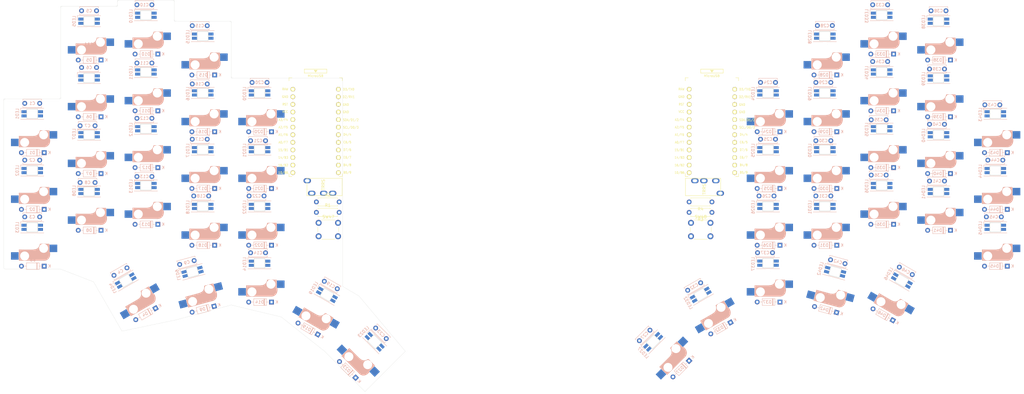
<source format=kicad_pcb>
(kicad_pcb (version 20171130) (host pcbnew 5.1.10)
  (layers (0 F.Cu signal) (31 B.Cu signal) (34 B.Paste user) (35 F.Paste user) (36 B.SilkS user) (37 F.SilkS user) (38 B.Mask user) (39 F.Mask user) (44 Edge.Cuts user))
  (net 0 "")
  (net 1 GND)
  (net 2 +5V)
  (net 3 "Net-(D1-Pad2)")
  (net 4 /lrow1)
  (net 5 "Net-(D2-Pad2)")
  (net 6 /lrow2)
  (net 7 "Net-(D3-Pad2)")
  (net 8 /lrow3)
  (net 9 "Net-(D4-Pad2)")
  (net 10 /lrow4)
  (net 11 "Net-(D5-Pad2)")
  (net 12 /lrow0)
  (net 13 "Net-(D6-Pad2)")
  (net 14 "Net-(D7-Pad2)")
  (net 15 "Net-(D8-Pad2)")
  (net 16 "Net-(D9-Pad2)")
  (net 17 "Net-(D10-Pad2)")
  (net 18 "Net-(D11-Pad2)")
  (net 19 "Net-(D12-Pad2)")
  (net 20 "Net-(D13-Pad2)")
  (net 21 "Net-(D14-Pad2)")
  (net 22 "Net-(D15-Pad2)")
  (net 23 "Net-(D16-Pad2)")
  (net 24 "Net-(D17-Pad2)")
  (net 25 "Net-(D18-Pad2)")
  (net 26 "Net-(D19-Pad2)")
  (net 27 "Net-(D20-Pad2)")
  (net 28 "Net-(D21-Pad2)")
  (net 29 "Net-(D22-Pad2)")
  (net 30 "Net-(D23-Pad2)")
  (net 31 "Net-(D24-Pad2)")
  (net 32 /rrow1)
  (net 33 "Net-(D25-Pad2)")
  (net 34 /rrow2)
  (net 35 "Net-(D26-Pad2)")
  (net 36 /rrow3)
  (net 37 "Net-(D27-Pad2)")
  (net 38 /rrow4)
  (net 39 "Net-(D28-Pad2)")
  (net 40 /rrow0)
  (net 41 "Net-(D29-Pad2)")
  (net 42 "Net-(D30-Pad2)")
  (net 43 "Net-(D31-Pad2)")
  (net 44 "Net-(D32-Pad2)")
  (net 45 "Net-(D33-Pad2)")
  (net 46 "Net-(D34-Pad2)")
  (net 47 "Net-(D35-Pad2)")
  (net 48 "Net-(D36-Pad2)")
  (net 49 "Net-(D37-Pad2)")
  (net 50 "Net-(D38-Pad2)")
  (net 51 "Net-(D39-Pad2)")
  (net 52 "Net-(D40-Pad2)")
  (net 53 "Net-(D41-Pad2)")
  (net 54 "Net-(D42-Pad2)")
  (net 55 "Net-(D43-Pad2)")
  (net 56 "Net-(D44-Pad2)")
  (net 57 "Net-(D45-Pad2)")
  (net 58 "Net-(D46-Pad2)")
  (net 59 "Net-(LED1-Pad2)")
  (net 60 "Net-(LED1-Pad4)")
  (net 61 "Net-(LED2-Pad2)")
  (net 62 "Net-(LED2-Pad4)")
  (net 63 "Net-(LED3-Pad2)")
  (net 64 "Net-(LED21-Pad2)")
  (net 65 "Net-(LED4-Pad2)")
  (net 66 "Net-(LED22-Pad2)")
  (net 67 "Net-(LED10-Pad4)")
  (net 68 /lLED)
  (net 69 "Net-(LED11-Pad4)")
  (net 70 "Net-(LED12-Pad4)")
  (net 71 "Net-(LED13-Pad4)")
  (net 72 "Net-(LED14-Pad4)")
  (net 73 "Net-(LED10-Pad2)")
  (net 74 "Net-(LED11-Pad2)")
  (net 75 "Net-(LED12-Pad2)")
  (net 76 "Net-(LED13-Pad2)")
  (net 77 "Net-(LED14-Pad2)")
  (net 78 "Net-(LED16-Pad2)")
  (net 79 "Net-(LED17-Pad2)")
  (net 80 "Net-(LED18-Pad2)")
  (net 81 "Net-(LED19-Pad2)")
  (net 82 "Net-(LED23-Pad2)")
  (net 83 "Net-(LED24-Pad2)")
  (net 84 "Net-(LED24-Pad4)")
  (net 85 "Net-(LED25-Pad2)")
  (net 86 "Net-(LED25-Pad4)")
  (net 87 "Net-(LED26-Pad2)")
  (net 88 "Net-(LED26-Pad4)")
  (net 89 "Net-(LED27-Pad2)")
  (net 90 "Net-(LED27-Pad4)")
  (net 91 "Net-(LED28-Pad2)")
  (net 92 /rLED)
  (net 93 "Net-(LED29-Pad2)")
  (net 94 "Net-(LED30-Pad2)")
  (net 95 "Net-(LED31-Pad2)")
  (net 96 "Net-(LED32-Pad2)")
  (net 97 "Net-(LED33-Pad2)")
  (net 98 "Net-(LED34-Pad2)")
  (net 99 "Net-(LED35-Pad2)")
  (net 100 "Net-(LED36-Pad2)")
  (net 101 "Net-(LED37-Pad2)")
  (net 102 "Net-(LED39-Pad2)")
  (net 103 "Net-(LED40-Pad2)")
  (net 104 "Net-(LED41-Pad2)")
  (net 105 "Net-(LED42-Pad2)")
  (net 106 "Net-(LED46-Pad2)")
  (net 107 /lSDA)
  (net 108 /lSCL)
  (net 109 /rSDA)
  (net 110 /rSCL)
  (net 111 /lcol0)
  (net 112 /lcol1)
  (net 113 /lcol2)
  (net 114 /lcol3)
  (net 115 /lcol4)
  (net 116 /rcol0)
  (net 117 /rcol1)
  (net 118 /rcol2)
  (net 119 /rcol3)
  (net 120 /rcol4)
  (net 121 /lRST)
  (net 122 /rRST)
  (net 123 "Net-(U1-Pad24)")
  (net 124 "Net-(U1-Pad15)")
  (net 125 "Net-(U1-Pad14)")
  (net 126 "Net-(U1-Pad13)")
  (net 127 "Net-(U1-Pad12)")
  (net 128 "Net-(U1-Pad2)")
  (net 129 "Net-(U2-Pad24)")
  (net 130 "Net-(U2-Pad15)")
  (net 131 "Net-(U2-Pad14)")
  (net 132 "Net-(U2-Pad13)")
  (net 133 "Net-(U2-Pad12)")
  (net 134 "Net-(U2-Pad2)")
  (module kbd:MJ-4PP-9_1side (layer F.Cu) (at 246.5 81.5 90)
    (fp_text reference J2)
    (fp_text value MJ-4PP-9 hide)
    (fp_text user TRRS (at -0.75 6.45 90) (layer F.SilkS))
    (pad A thru_hole oval (at -2.1 11.8 90) (size 1.7 2.5) (drill oval 1 1.5) (layers *.Cu B.Mask) (net 1 GND) (clearance 0.15))
    (pad D thru_hole oval (at 2.1 10.3 90) (size 1.7 2.5) (drill oval 1 1.5) (layers *.Cu B.Mask) (net 109 /rSDA) (clearance 0.15))
    (pad C thru_hole oval (at 2.1 6.3 90) (size 1.7 2.5) (drill oval 1 1.5) (layers *.Cu B.Mask) (net 110 /rSCL))
    (pad B thru_hole oval (at 2.1 3.3 90) (size 1.7 2.5) (drill oval 1 1.5) (layers *.Cu B.Mask) (net 2 +5V))
    (pad "" np_thru_hole circle (at 0 8.5 90) (size 1.2 1.2) (drill 1.2) (layers *.Cu *.Mask))
    (pad "" np_thru_hole circle (at 0 1.5 90) (size 1.2 1.2) (drill 1.2) (layers *.Cu *.Mask))
  )
  (module kbd:MJ-4PP-9_1side (layer F.Cu) (at 132 81.5 270)
    (fp_text reference J1)
    (fp_text value MJ-4PP-9 hide)
    (fp_text user TRRS (at -0.75 6.45 90) (layer F.SilkS))
    (pad A thru_hole oval (at -2.1 11.8 270) (size 1.7 2.5) (drill oval 1 1.5) (layers *.Cu B.Mask) (net 1 GND) (clearance 0.15))
    (pad D thru_hole oval (at 2.1 10.3 270) (size 1.7 2.5) (drill oval 1 1.5) (layers *.Cu B.Mask) (net 107 /lSDA) (clearance 0.15))
    (pad C thru_hole oval (at 2.1 6.3 270) (size 1.7 2.5) (drill oval 1 1.5) (layers *.Cu B.Mask) (net 108 /lSCL))
    (pad B thru_hole oval (at 2.1 3.3 270) (size 1.7 2.5) (drill oval 1 1.5) (layers *.Cu B.Mask) (net 2 +5V))
    (pad "" np_thru_hole circle (at 0 8.5 270) (size 1.2 1.2) (drill 1.2) (layers *.Cu *.Mask))
    (pad "" np_thru_hole circle (at 0 1.5 270) (size 1.2 1.2) (drill 1.2) (layers *.Cu *.Mask))
  )
  (module kbd:ProMicro_v3.5 (layer F.Cu) (at 255.5 63.25)
    (fp_text reference U2 hide)
    (fp_text value ProMicro hide)
    (fp_text user "" (at -1.2515 -16.256) (layer B.SilkS) (effects (justify mirror)))
    (fp_text user "" (at -0.545 -17.4) (layer F.SilkS))
    (fp_text user RAW (at -10.195 -14.5 unlocked) (layer F.SilkS) (effects (font (size 0.75 0.67) (thickness 0.125))))
    (fp_text user GND (at -10.195 -11.95 unlocked) (layer F.SilkS) (effects (font (size 0.75 0.67) (thickness 0.125))))
    (fp_text user RST (at -10.195 -9.4 unlocked) (layer F.SilkS) (effects (font (size 0.75 0.67) (thickness 0.125))))
    (fp_text user VCC (at -10.195 -6.95 unlocked) (layer F.SilkS) (effects (font (size 0.75 0.67) (thickness 0.125))))
    (fp_text user A3/F4 (at -10.845 -4.25 unlocked) (layer F.SilkS) (effects (font (size 0.75 0.67) (thickness 0.125))))
    (fp_text user A2/F5 (at -10.845 -1.75 unlocked) (layer F.SilkS) (effects (font (size 0.75 0.67) (thickness 0.125))))
    (fp_text user A1/F6 (at -10.845 0.75 unlocked) (layer F.SilkS) (effects (font (size 0.75 0.67) (thickness 0.125))))
    (fp_text user A0/F7 (at -10.845 3.3 unlocked) (layer F.SilkS) (effects (font (size 0.75 0.67) (thickness 0.125))))
    (fp_text user 15/B1 (at -10.845 5.85 unlocked) (layer F.SilkS) (effects (font (size 0.75 0.67) (thickness 0.125))))
    (fp_text user 14/B3 (at -10.845 8.4 unlocked) (layer F.SilkS) (effects (font (size 0.75 0.67) (thickness 0.125))))
    (fp_text user 10/B6 (at -10.845 13.45 unlocked) (layer F.SilkS) (effects (font (size 0.75 0.67) (thickness 0.125))))
    (fp_text user 16/B2 (at -10.845 10.95 unlocked) (layer F.SilkS) (effects (font (size 0.75 0.67) (thickness 0.125))))
    (fp_text user E6/7 (at 10.605 8.35 unlocked) (layer F.SilkS) (effects (font (size 0.75 0.67) (thickness 0.125))))
    (fp_text user D7/6 (at 10.605 5.8 unlocked) (layer F.SilkS) (effects (font (size 0.75 0.67) (thickness 0.125))))
    (fp_text user GND (at 10.105 -9.3 unlocked) (layer F.SilkS) (effects (font (size 0.75 0.67) (thickness 0.125))))
    (fp_text user GND (at 10.105 -6.85 unlocked) (layer F.SilkS) (effects (font (size 0.75 0.67) (thickness 0.125))))
    (fp_text user D3/TX0 (at 11.055 -14.45 unlocked) (layer F.SilkS) (effects (font (size 0.75 0.67) (thickness 0.125))))
    (fp_text user D4/4 (at 10.605 0.7 unlocked) (layer F.SilkS) (effects (font (size 0.75 0.67) (thickness 0.125))))
    (fp_text user SDA/D1/2 (at 11.755 -4.2 unlocked) (layer F.SilkS) (effects (font (size 0.75 0.67) (thickness 0.125))))
    (fp_text user SCL/D0/3 (at 11.755 -1.7 unlocked) (layer F.SilkS) (effects (font (size 0.75 0.67) (thickness 0.125))))
    (fp_text user C6/5 (at 10.605 3.25 unlocked) (layer F.SilkS) (effects (font (size 0.75 0.67) (thickness 0.125))))
    (fp_text user B5/9 (at 10.605 13.4 unlocked) (layer F.SilkS) (effects (font (size 0.75 0.67) (thickness 0.125))))
    (fp_text user D2/RX1 (at 11.055 -11.9 unlocked) (layer F.SilkS) (effects (font (size 0.75 0.67) (thickness 0.125))))
    (fp_text user B4/8 (at 10.605 10.9 unlocked) (layer F.SilkS) (effects (font (size 0.75 0.67) (thickness 0.125))))
    (fp_text user MicroUSB (at -0.05 -18.95) (layer F.SilkS) (effects (font (size 0.75 0.75) (thickness 0.12))))
    (pad 24 thru_hole circle (at -7.6086 -14.478) (size 1.524 1.524) (drill 0.8128) (layers *.Cu F.SilkS B.Mask) (net 129 "Net-(U2-Pad24)"))
    (pad 23 thru_hole circle (at -7.6086 -11.938) (size 1.524 1.524) (drill 0.8128) (layers *.Cu F.SilkS B.Mask) (net 1 GND))
    (pad 22 thru_hole circle (at -7.6086 -9.398) (size 1.524 1.524) (drill 0.8128) (layers *.Cu F.SilkS B.Mask) (net 122 /rRST))
    (pad 21 thru_hole circle (at -7.6086 -6.858) (size 1.524 1.524) (drill 0.8128) (layers *.Cu F.SilkS B.Mask) (net 2 +5V))
    (pad 20 thru_hole circle (at -7.6086 -4.318) (size 1.524 1.524) (drill 0.8128) (layers *.Cu F.SilkS B.Mask) (net 40 /rrow0))
    (pad 19 thru_hole circle (at -7.6086 -1.778) (size 1.524 1.524) (drill 0.8128) (layers *.Cu F.SilkS B.Mask) (net 32 /rrow1))
    (pad 18 thru_hole circle (at -7.6086 0.762) (size 1.524 1.524) (drill 0.8128) (layers *.Cu F.SilkS B.Mask) (net 34 /rrow2))
    (pad 17 thru_hole circle (at -7.6086 3.302) (size 1.524 1.524) (drill 0.8128) (layers *.Cu F.SilkS B.Mask) (net 36 /rrow3))
    (pad 16 thru_hole circle (at -7.6086 5.842) (size 1.524 1.524) (drill 0.8128) (layers *.Cu F.SilkS B.Mask) (net 38 /rrow4))
    (pad 15 thru_hole circle (at -7.6086 8.382) (size 1.524 1.524) (drill 0.8128) (layers *.Cu F.SilkS B.Mask) (net 130 "Net-(U2-Pad15)"))
    (pad 14 thru_hole circle (at -7.6086 10.922) (size 1.524 1.524) (drill 0.8128) (layers *.Cu F.SilkS B.Mask) (net 131 "Net-(U2-Pad14)"))
    (pad 13 thru_hole circle (at -7.6086 13.462) (size 1.524 1.524) (drill 0.8128) (layers *.Cu F.SilkS B.Mask) (net 132 "Net-(U2-Pad13)"))
    (pad 12 thru_hole circle (at 7.6114 13.462) (size 1.524 1.524) (drill 0.8128) (layers *.Cu F.SilkS B.Mask) (net 133 "Net-(U2-Pad12)"))
    (pad 11 thru_hole circle (at 7.6114 10.922) (size 1.524 1.524) (drill 0.8128) (layers *.Cu F.SilkS B.Mask) (net 120 /rcol4))
    (pad 10 thru_hole circle (at 7.6114 8.382) (size 1.524 1.524) (drill 0.8128) (layers *.Cu F.SilkS B.Mask) (net 119 /rcol3))
    (pad 9 thru_hole circle (at 7.6114 5.842) (size 1.524 1.524) (drill 0.8128) (layers *.Cu F.SilkS B.Mask) (net 118 /rcol2))
    (pad 8 thru_hole circle (at 7.6114 3.302) (size 1.524 1.524) (drill 0.8128) (layers *.Cu F.SilkS B.Mask) (net 117 /rcol1))
    (pad 7 thru_hole circle (at 7.6114 0.762) (size 1.524 1.524) (drill 0.8128) (layers *.Cu F.SilkS B.Mask) (net 116 /rcol0))
    (pad 6 thru_hole circle (at 7.6114 -1.778) (size 1.524 1.524) (drill 0.8128) (layers *.Cu F.SilkS B.Mask) (net 110 /rSCL))
    (pad 5 thru_hole circle (at 7.6114 -4.318) (size 1.524 1.524) (drill 0.8128) (layers *.Cu F.SilkS B.Mask) (net 109 /rSDA))
    (pad 4 thru_hole circle (at 7.6114 -6.858) (size 1.524 1.524) (drill 0.8128) (layers *.Cu F.SilkS B.Mask) (net 1 GND))
    (pad 3 thru_hole circle (at 7.6114 -9.398) (size 1.524 1.524) (drill 0.8128) (layers *.Cu F.SilkS B.Mask) (net 1 GND))
    (pad 2 thru_hole circle (at 7.6114 -11.938) (size 1.524 1.524) (drill 0.8128) (layers *.Cu F.SilkS B.Mask) (net 134 "Net-(U2-Pad2)"))
    (pad 1 thru_hole circle (at 7.6114 -14.478) (size 1.524 1.524) (drill 0.8128) (layers *.Cu F.SilkS B.Mask) (net 92 /rLED))
  )
  (module kbd:ProMicro_v3.5 (layer F.Cu) (at 123 63.25)
    (fp_text reference U1 hide)
    (fp_text value ProMicro hide)
    (fp_text user "" (at -1.2515 -16.256) (layer B.SilkS) (effects (justify mirror)))
    (fp_text user "" (at -0.545 -17.4) (layer F.SilkS))
    (fp_text user RAW (at -10.195 -14.5 unlocked) (layer F.SilkS) (effects (font (size 0.75 0.67) (thickness 0.125))))
    (fp_text user GND (at -10.195 -11.95 unlocked) (layer F.SilkS) (effects (font (size 0.75 0.67) (thickness 0.125))))
    (fp_text user RST (at -10.195 -9.4 unlocked) (layer F.SilkS) (effects (font (size 0.75 0.67) (thickness 0.125))))
    (fp_text user VCC (at -10.195 -6.95 unlocked) (layer F.SilkS) (effects (font (size 0.75 0.67) (thickness 0.125))))
    (fp_text user A3/F4 (at -10.845 -4.25 unlocked) (layer F.SilkS) (effects (font (size 0.75 0.67) (thickness 0.125))))
    (fp_text user A2/F5 (at -10.845 -1.75 unlocked) (layer F.SilkS) (effects (font (size 0.75 0.67) (thickness 0.125))))
    (fp_text user A1/F6 (at -10.845 0.75 unlocked) (layer F.SilkS) (effects (font (size 0.75 0.67) (thickness 0.125))))
    (fp_text user A0/F7 (at -10.845 3.3 unlocked) (layer F.SilkS) (effects (font (size 0.75 0.67) (thickness 0.125))))
    (fp_text user 15/B1 (at -10.845 5.85 unlocked) (layer F.SilkS) (effects (font (size 0.75 0.67) (thickness 0.125))))
    (fp_text user 14/B3 (at -10.845 8.4 unlocked) (layer F.SilkS) (effects (font (size 0.75 0.67) (thickness 0.125))))
    (fp_text user 10/B6 (at -10.845 13.45 unlocked) (layer F.SilkS) (effects (font (size 0.75 0.67) (thickness 0.125))))
    (fp_text user 16/B2 (at -10.845 10.95 unlocked) (layer F.SilkS) (effects (font (size 0.75 0.67) (thickness 0.125))))
    (fp_text user E6/7 (at 10.605 8.35 unlocked) (layer F.SilkS) (effects (font (size 0.75 0.67) (thickness 0.125))))
    (fp_text user D7/6 (at 10.605 5.8 unlocked) (layer F.SilkS) (effects (font (size 0.75 0.67) (thickness 0.125))))
    (fp_text user GND (at 10.105 -9.3 unlocked) (layer F.SilkS) (effects (font (size 0.75 0.67) (thickness 0.125))))
    (fp_text user GND (at 10.105 -6.85 unlocked) (layer F.SilkS) (effects (font (size 0.75 0.67) (thickness 0.125))))
    (fp_text user D3/TX0 (at 11.055 -14.45 unlocked) (layer F.SilkS) (effects (font (size 0.75 0.67) (thickness 0.125))))
    (fp_text user D4/4 (at 10.605 0.7 unlocked) (layer F.SilkS) (effects (font (size 0.75 0.67) (thickness 0.125))))
    (fp_text user SDA/D1/2 (at 11.755 -4.2 unlocked) (layer F.SilkS) (effects (font (size 0.75 0.67) (thickness 0.125))))
    (fp_text user SCL/D0/3 (at 11.755 -1.7 unlocked) (layer F.SilkS) (effects (font (size 0.75 0.67) (thickness 0.125))))
    (fp_text user C6/5 (at 10.605 3.25 unlocked) (layer F.SilkS) (effects (font (size 0.75 0.67) (thickness 0.125))))
    (fp_text user B5/9 (at 10.605 13.4 unlocked) (layer F.SilkS) (effects (font (size 0.75 0.67) (thickness 0.125))))
    (fp_text user D2/RX1 (at 11.055 -11.9 unlocked) (layer F.SilkS) (effects (font (size 0.75 0.67) (thickness 0.125))))
    (fp_text user B4/8 (at 10.605 10.9 unlocked) (layer F.SilkS) (effects (font (size 0.75 0.67) (thickness 0.125))))
    (fp_text user MicroUSB (at -0.05 -18.95) (layer F.SilkS) (effects (font (size 0.75 0.75) (thickness 0.12))))
    (pad 24 thru_hole circle (at -7.6086 -14.478) (size 1.524 1.524) (drill 0.8128) (layers *.Cu F.SilkS B.Mask) (net 123 "Net-(U1-Pad24)"))
    (pad 23 thru_hole circle (at -7.6086 -11.938) (size 1.524 1.524) (drill 0.8128) (layers *.Cu F.SilkS B.Mask) (net 1 GND))
    (pad 22 thru_hole circle (at -7.6086 -9.398) (size 1.524 1.524) (drill 0.8128) (layers *.Cu F.SilkS B.Mask) (net 121 /lRST))
    (pad 21 thru_hole circle (at -7.6086 -6.858) (size 1.524 1.524) (drill 0.8128) (layers *.Cu F.SilkS B.Mask) (net 2 +5V))
    (pad 20 thru_hole circle (at -7.6086 -4.318) (size 1.524 1.524) (drill 0.8128) (layers *.Cu F.SilkS B.Mask) (net 12 /lrow0))
    (pad 19 thru_hole circle (at -7.6086 -1.778) (size 1.524 1.524) (drill 0.8128) (layers *.Cu F.SilkS B.Mask) (net 4 /lrow1))
    (pad 18 thru_hole circle (at -7.6086 0.762) (size 1.524 1.524) (drill 0.8128) (layers *.Cu F.SilkS B.Mask) (net 6 /lrow2))
    (pad 17 thru_hole circle (at -7.6086 3.302) (size 1.524 1.524) (drill 0.8128) (layers *.Cu F.SilkS B.Mask) (net 8 /lrow3))
    (pad 16 thru_hole circle (at -7.6086 5.842) (size 1.524 1.524) (drill 0.8128) (layers *.Cu F.SilkS B.Mask) (net 10 /lrow4))
    (pad 15 thru_hole circle (at -7.6086 8.382) (size 1.524 1.524) (drill 0.8128) (layers *.Cu F.SilkS B.Mask) (net 124 "Net-(U1-Pad15)"))
    (pad 14 thru_hole circle (at -7.6086 10.922) (size 1.524 1.524) (drill 0.8128) (layers *.Cu F.SilkS B.Mask) (net 125 "Net-(U1-Pad14)"))
    (pad 13 thru_hole circle (at -7.6086 13.462) (size 1.524 1.524) (drill 0.8128) (layers *.Cu F.SilkS B.Mask) (net 126 "Net-(U1-Pad13)"))
    (pad 12 thru_hole circle (at 7.6114 13.462) (size 1.524 1.524) (drill 0.8128) (layers *.Cu F.SilkS B.Mask) (net 127 "Net-(U1-Pad12)"))
    (pad 11 thru_hole circle (at 7.6114 10.922) (size 1.524 1.524) (drill 0.8128) (layers *.Cu F.SilkS B.Mask) (net 115 /lcol4))
    (pad 10 thru_hole circle (at 7.6114 8.382) (size 1.524 1.524) (drill 0.8128) (layers *.Cu F.SilkS B.Mask) (net 114 /lcol3))
    (pad 9 thru_hole circle (at 7.6114 5.842) (size 1.524 1.524) (drill 0.8128) (layers *.Cu F.SilkS B.Mask) (net 113 /lcol2))
    (pad 8 thru_hole circle (at 7.6114 3.302) (size 1.524 1.524) (drill 0.8128) (layers *.Cu F.SilkS B.Mask) (net 112 /lcol1))
    (pad 7 thru_hole circle (at 7.6114 0.762) (size 1.524 1.524) (drill 0.8128) (layers *.Cu F.SilkS B.Mask) (net 111 /lcol0))
    (pad 6 thru_hole circle (at 7.6114 -1.778) (size 1.524 1.524) (drill 0.8128) (layers *.Cu F.SilkS B.Mask) (net 108 /lSCL))
    (pad 5 thru_hole circle (at 7.6114 -4.318) (size 1.524 1.524) (drill 0.8128) (layers *.Cu F.SilkS B.Mask) (net 107 /lSDA))
    (pad 4 thru_hole circle (at 7.6114 -6.858) (size 1.524 1.524) (drill 0.8128) (layers *.Cu F.SilkS B.Mask) (net 1 GND))
    (pad 3 thru_hole circle (at 7.6114 -9.398) (size 1.524 1.524) (drill 0.8128) (layers *.Cu F.SilkS B.Mask) (net 1 GND))
    (pad 2 thru_hole circle (at 7.6114 -11.938) (size 1.524 1.524) (drill 0.8128) (layers *.Cu F.SilkS B.Mask) (net 128 "Net-(U1-Pad2)"))
    (pad 1 thru_hole circle (at 7.6114 -14.478) (size 1.524 1.524) (drill 0.8128) (layers *.Cu F.SilkS B.Mask) (net 68 /lLED))
  )
  (module Button_Switch_THT:SW_PUSH_6mm_H7.3mm (layer F.Cu) (at 248.5 93.5)
    (fp_text reference SW48 (at 3.25 -2) (layer F.SilkS))
    (fp_text value SW_Push)
    (pad 1 thru_hole circle (at 6.5 0 90) (size 2 2) (drill 1.1) (layers *.Cu *.Mask) (net 122 /rRST))
    (pad 2 thru_hole circle (at 6.5 4.5 90) (size 2 2) (drill 1.1) (layers *.Cu *.Mask) (net 1 GND))
    (pad 1 thru_hole circle (at 0 0 90) (size 2 2) (drill 1.1) (layers *.Cu *.Mask) (net 122 /rRST))
    (pad 2 thru_hole circle (at 0 4.5 90) (size 2 2) (drill 1.1) (layers *.Cu *.Mask) (net 1 GND))
  )
  (module Button_Switch_THT:SW_PUSH_6mm_H7.3mm (layer F.Cu) (at 124 93.5)
    (fp_text reference SW47 (at 3.25 -2) (layer F.SilkS))
    (fp_text value SW_Push)
    (pad 1 thru_hole circle (at 6.5 0 90) (size 2 2) (drill 1.1) (layers *.Cu *.Mask) (net 121 /lRST))
    (pad 2 thru_hole circle (at 6.5 4.5 90) (size 2 2) (drill 1.1) (layers *.Cu *.Mask) (net 1 GND))
    (pad 1 thru_hole circle (at 0 0 90) (size 2 2) (drill 1.1) (layers *.Cu *.Mask) (net 121 /lRST))
    (pad 2 thru_hole circle (at 0 4.5 90) (size 2 2) (drill 1.1) (layers *.Cu *.Mask) (net 1 GND))
  )
  (module kbd:CherryMX_Hotswap (layer F.Cu) (at 316.75 116.75 150)
    (fp_text reference SW46 hide)
    (fp_text value SW_Push hide)
    (pad 1 smd rect (at -7.085 -2.54 330) (size 2.55 2.5) (layers B.Cu B.Paste B.Mask) (net 120 /rcol4))
    (pad "" np_thru_hole circle (at 0 0 240) (size 4.1 4.1) (drill 4.1) (layers *.Cu *.Mask))
    (pad "" np_thru_hole circle (at 5.08 0 150) (size 1.9 1.9) (drill 1.9) (layers *.Cu *.Mask))
    (pad "" np_thru_hole circle (at -5.08 0 150) (size 1.9 1.9) (drill 1.9) (layers *.Cu *.Mask))
    (pad 2 smd rect (at 5.842 -5.08 330) (size 2.55 2.5) (layers B.Cu B.Paste B.Mask) (net 58 "Net-(D46-Pad2)"))
    (pad "" np_thru_hole circle (at -3.81 -2.54 150) (size 3 3) (drill 3) (layers *.Cu *.Mask))
    (pad "" np_thru_hole circle (at 2.54 -5.08 150) (size 3 3) (drill 3) (layers *.Cu *.Mask))
  )
  (module kbd:CherryMX_Hotswap (layer F.Cu) (at 350.25 99.5 180)
    (fp_text reference SW45 hide)
    (fp_text value SW_Push hide)
    (pad "" np_thru_hole circle (at 2.54 -5.08 180) (size 3 3) (drill 3) (layers *.Cu *.Mask))
    (pad "" np_thru_hole circle (at -3.81 -2.54 180) (size 3 3) (drill 3) (layers *.Cu *.Mask))
    (pad 2 smd rect (at 5.842 -5.08) (size 2.55 2.5) (layers B.Cu B.Paste B.Mask) (net 57 "Net-(D45-Pad2)"))
    (pad "" np_thru_hole circle (at -5.08 0 180) (size 1.9 1.9) (drill 1.9) (layers *.Cu *.Mask))
    (pad "" np_thru_hole circle (at 5.08 0 180) (size 1.9 1.9) (drill 1.9) (layers *.Cu *.Mask))
    (pad "" np_thru_hole circle (at 0 0 270) (size 4.1 4.1) (drill 4.1) (layers *.Cu *.Mask))
    (pad 1 smd rect (at -7.085 -2.54) (size 2.55 2.5) (layers B.Cu B.Paste B.Mask) (net 120 /rcol4))
  )
  (module kbd:CherryMX_Hotswap (layer F.Cu) (at 350.25 80.5 180)
    (fp_text reference SW44 hide)
    (fp_text value SW_Push hide)
    (pad "" np_thru_hole circle (at 2.54 -5.08 180) (size 3 3) (drill 3) (layers *.Cu *.Mask))
    (pad "" np_thru_hole circle (at -3.81 -2.54 180) (size 3 3) (drill 3) (layers *.Cu *.Mask))
    (pad 2 smd rect (at 5.842 -5.08) (size 2.55 2.5) (layers B.Cu B.Paste B.Mask) (net 56 "Net-(D44-Pad2)"))
    (pad "" np_thru_hole circle (at -5.08 0 180) (size 1.9 1.9) (drill 1.9) (layers *.Cu *.Mask))
    (pad "" np_thru_hole circle (at 5.08 0 180) (size 1.9 1.9) (drill 1.9) (layers *.Cu *.Mask))
    (pad "" np_thru_hole circle (at 0 0 270) (size 4.1 4.1) (drill 4.1) (layers *.Cu *.Mask))
    (pad 1 smd rect (at -7.085 -2.54) (size 2.55 2.5) (layers B.Cu B.Paste B.Mask) (net 120 /rcol4))
  )
  (module kbd:CherryMX_Hotswap (layer F.Cu) (at 350.25 61.5 180)
    (fp_text reference SW43 hide)
    (fp_text value SW_Push hide)
    (pad "" np_thru_hole circle (at 2.54 -5.08 180) (size 3 3) (drill 3) (layers *.Cu *.Mask))
    (pad "" np_thru_hole circle (at -3.81 -2.54 180) (size 3 3) (drill 3) (layers *.Cu *.Mask))
    (pad 2 smd rect (at 5.842 -5.08) (size 2.55 2.5) (layers B.Cu B.Paste B.Mask) (net 55 "Net-(D43-Pad2)"))
    (pad "" np_thru_hole circle (at -5.08 0 180) (size 1.9 1.9) (drill 1.9) (layers *.Cu *.Mask))
    (pad "" np_thru_hole circle (at 5.08 0 180) (size 1.9 1.9) (drill 1.9) (layers *.Cu *.Mask))
    (pad "" np_thru_hole circle (at 0 0 270) (size 4.1 4.1) (drill 4.1) (layers *.Cu *.Mask))
    (pad 1 smd rect (at -7.085 -2.54) (size 2.55 2.5) (layers B.Cu B.Paste B.Mask) (net 120 /rcol4))
  )
  (module kbd:CherryMX_Hotswap (layer F.Cu) (at 295.503399 114.25 165)
    (fp_text reference SW42 hide)
    (fp_text value SW_Push hide)
    (pad "" np_thru_hole circle (at 2.54 -5.08 165) (size 3 3) (drill 3) (layers *.Cu *.Mask))
    (pad "" np_thru_hole circle (at -3.81 -2.54 165) (size 3 3) (drill 3) (layers *.Cu *.Mask))
    (pad 2 smd rect (at 5.842 -5.08 345) (size 2.55 2.5) (layers B.Cu B.Paste B.Mask) (net 54 "Net-(D42-Pad2)"))
    (pad "" np_thru_hole circle (at -5.08 0 165) (size 1.9 1.9) (drill 1.9) (layers *.Cu *.Mask))
    (pad "" np_thru_hole circle (at 5.08 0 165) (size 1.9 1.9) (drill 1.9) (layers *.Cu *.Mask))
    (pad "" np_thru_hole circle (at 0 0 255) (size 4.1 4.1) (drill 4.1) (layers *.Cu *.Mask))
    (pad 1 smd rect (at -7.085 -2.54 345) (size 2.55 2.5) (layers B.Cu B.Paste B.Mask) (net 119 /rcol3))
  )
  (module kbd:CherryMX_Hotswap (layer F.Cu) (at 331.25 87.5 180)
    (fp_text reference SW41 hide)
    (fp_text value SW_Push hide)
    (pad "" np_thru_hole circle (at 2.54 -5.08 180) (size 3 3) (drill 3) (layers *.Cu *.Mask))
    (pad "" np_thru_hole circle (at -3.81 -2.54 180) (size 3 3) (drill 3) (layers *.Cu *.Mask))
    (pad 2 smd rect (at 5.842 -5.08) (size 2.55 2.5) (layers B.Cu B.Paste B.Mask) (net 53 "Net-(D41-Pad2)"))
    (pad "" np_thru_hole circle (at -5.08 0 180) (size 1.9 1.9) (drill 1.9) (layers *.Cu *.Mask))
    (pad "" np_thru_hole circle (at 5.08 0 180) (size 1.9 1.9) (drill 1.9) (layers *.Cu *.Mask))
    (pad "" np_thru_hole circle (at 0 0 270) (size 4.1 4.1) (drill 4.1) (layers *.Cu *.Mask))
    (pad 1 smd rect (at -7.085 -2.54) (size 2.55 2.5) (layers B.Cu B.Paste B.Mask) (net 119 /rcol3))
  )
  (module kbd:CherryMX_Hotswap (layer F.Cu) (at 331.25 68.5 180)
    (fp_text reference SW40 hide)
    (fp_text value SW_Push hide)
    (pad "" np_thru_hole circle (at 2.54 -5.08 180) (size 3 3) (drill 3) (layers *.Cu *.Mask))
    (pad "" np_thru_hole circle (at -3.81 -2.54 180) (size 3 3) (drill 3) (layers *.Cu *.Mask))
    (pad 2 smd rect (at 5.842 -5.08) (size 2.55 2.5) (layers B.Cu B.Paste B.Mask) (net 52 "Net-(D40-Pad2)"))
    (pad "" np_thru_hole circle (at -5.08 0 180) (size 1.9 1.9) (drill 1.9) (layers *.Cu *.Mask))
    (pad "" np_thru_hole circle (at 5.08 0 180) (size 1.9 1.9) (drill 1.9) (layers *.Cu *.Mask))
    (pad "" np_thru_hole circle (at 0 0 270) (size 4.1 4.1) (drill 4.1) (layers *.Cu *.Mask))
    (pad 1 smd rect (at -7.085 -2.54) (size 2.55 2.5) (layers B.Cu B.Paste B.Mask) (net 119 /rcol3))
  )
  (module kbd:CherryMX_Hotswap (layer F.Cu) (at 331.25 49.5 180)
    (fp_text reference SW39 hide)
    (fp_text value SW_Push hide)
    (pad "" np_thru_hole circle (at 2.54 -5.08 180) (size 3 3) (drill 3) (layers *.Cu *.Mask))
    (pad "" np_thru_hole circle (at -3.81 -2.54 180) (size 3 3) (drill 3) (layers *.Cu *.Mask))
    (pad 2 smd rect (at 5.842 -5.08) (size 2.55 2.5) (layers B.Cu B.Paste B.Mask) (net 51 "Net-(D39-Pad2)"))
    (pad "" np_thru_hole circle (at -5.08 0 180) (size 1.9 1.9) (drill 1.9) (layers *.Cu *.Mask))
    (pad "" np_thru_hole circle (at 5.08 0 180) (size 1.9 1.9) (drill 1.9) (layers *.Cu *.Mask))
    (pad "" np_thru_hole circle (at 0 0 270) (size 4.1 4.1) (drill 4.1) (layers *.Cu *.Mask))
    (pad 1 smd rect (at -7.085 -2.54) (size 2.55 2.5) (layers B.Cu B.Paste B.Mask) (net 119 /rcol3))
  )
  (module kbd:CherryMX_Hotswap (layer F.Cu) (at 331.25 30.5 180)
    (fp_text reference SW38 hide)
    (fp_text value SW_Push hide)
    (pad "" np_thru_hole circle (at 2.54 -5.08 180) (size 3 3) (drill 3) (layers *.Cu *.Mask))
    (pad "" np_thru_hole circle (at -3.81 -2.54 180) (size 3 3) (drill 3) (layers *.Cu *.Mask))
    (pad 2 smd rect (at 5.842 -5.08) (size 2.55 2.5) (layers B.Cu B.Paste B.Mask) (net 50 "Net-(D38-Pad2)"))
    (pad "" np_thru_hole circle (at -5.08 0 180) (size 1.9 1.9) (drill 1.9) (layers *.Cu *.Mask))
    (pad "" np_thru_hole circle (at 5.08 0 180) (size 1.9 1.9) (drill 1.9) (layers *.Cu *.Mask))
    (pad "" np_thru_hole circle (at 0 0 270) (size 4.1 4.1) (drill 4.1) (layers *.Cu *.Mask))
    (pad 1 smd rect (at -7.085 -2.54) (size 2.55 2.5) (layers B.Cu B.Paste B.Mask) (net 119 /rcol3))
  )
  (module kbd:CherryMX_Hotswap (layer F.Cu) (at 274.25 111.5 180)
    (fp_text reference SW37 hide)
    (fp_text value SW_Push hide)
    (pad "" np_thru_hole circle (at 2.54 -5.08 180) (size 3 3) (drill 3) (layers *.Cu *.Mask))
    (pad "" np_thru_hole circle (at -3.81 -2.54 180) (size 3 3) (drill 3) (layers *.Cu *.Mask))
    (pad 2 smd rect (at 5.842 -5.08) (size 2.55 2.5) (layers B.Cu B.Paste B.Mask) (net 49 "Net-(D37-Pad2)"))
    (pad "" np_thru_hole circle (at -5.08 0 180) (size 1.9 1.9) (drill 1.9) (layers *.Cu *.Mask))
    (pad "" np_thru_hole circle (at 5.08 0 180) (size 1.9 1.9) (drill 1.9) (layers *.Cu *.Mask))
    (pad "" np_thru_hole circle (at 0 0 270) (size 4.1 4.1) (drill 4.1) (layers *.Cu *.Mask))
    (pad 1 smd rect (at -7.085 -2.54) (size 2.55 2.5) (layers B.Cu B.Paste B.Mask) (net 118 /rcol2))
  )
  (module kbd:CherryMX_Hotswap (layer F.Cu) (at 312.25 85.5 180)
    (fp_text reference SW36 hide)
    (fp_text value SW_Push hide)
    (pad "" np_thru_hole circle (at 2.54 -5.08 180) (size 3 3) (drill 3) (layers *.Cu *.Mask))
    (pad "" np_thru_hole circle (at -3.81 -2.54 180) (size 3 3) (drill 3) (layers *.Cu *.Mask))
    (pad 2 smd rect (at 5.842 -5.08) (size 2.55 2.5) (layers B.Cu B.Paste B.Mask) (net 48 "Net-(D36-Pad2)"))
    (pad "" np_thru_hole circle (at -5.08 0 180) (size 1.9 1.9) (drill 1.9) (layers *.Cu *.Mask))
    (pad "" np_thru_hole circle (at 5.08 0 180) (size 1.9 1.9) (drill 1.9) (layers *.Cu *.Mask))
    (pad "" np_thru_hole circle (at 0 0 270) (size 4.1 4.1) (drill 4.1) (layers *.Cu *.Mask))
    (pad 1 smd rect (at -7.085 -2.54) (size 2.55 2.5) (layers B.Cu B.Paste B.Mask) (net 118 /rcol2))
  )
  (module kbd:CherryMX_Hotswap (layer F.Cu) (at 312.25 66.5 180)
    (fp_text reference SW35 hide)
    (fp_text value SW_Push hide)
    (pad "" np_thru_hole circle (at 2.54 -5.08 180) (size 3 3) (drill 3) (layers *.Cu *.Mask))
    (pad "" np_thru_hole circle (at -3.81 -2.54 180) (size 3 3) (drill 3) (layers *.Cu *.Mask))
    (pad 2 smd rect (at 5.842 -5.08) (size 2.55 2.5) (layers B.Cu B.Paste B.Mask) (net 47 "Net-(D35-Pad2)"))
    (pad "" np_thru_hole circle (at -5.08 0 180) (size 1.9 1.9) (drill 1.9) (layers *.Cu *.Mask))
    (pad "" np_thru_hole circle (at 5.08 0 180) (size 1.9 1.9) (drill 1.9) (layers *.Cu *.Mask))
    (pad "" np_thru_hole circle (at 0 0 270) (size 4.1 4.1) (drill 4.1) (layers *.Cu *.Mask))
    (pad 1 smd rect (at -7.085 -2.54) (size 2.55 2.5) (layers B.Cu B.Paste B.Mask) (net 118 /rcol2))
  )
  (module kbd:CherryMX_Hotswap (layer F.Cu) (at 312.25 47.5 180)
    (fp_text reference SW34 hide)
    (fp_text value SW_Push hide)
    (pad "" np_thru_hole circle (at 2.54 -5.08 180) (size 3 3) (drill 3) (layers *.Cu *.Mask))
    (pad "" np_thru_hole circle (at -3.81 -2.54 180) (size 3 3) (drill 3) (layers *.Cu *.Mask))
    (pad 2 smd rect (at 5.842 -5.08) (size 2.55 2.5) (layers B.Cu B.Paste B.Mask) (net 46 "Net-(D34-Pad2)"))
    (pad "" np_thru_hole circle (at -5.08 0 180) (size 1.9 1.9) (drill 1.9) (layers *.Cu *.Mask))
    (pad "" np_thru_hole circle (at 5.08 0 180) (size 1.9 1.9) (drill 1.9) (layers *.Cu *.Mask))
    (pad "" np_thru_hole circle (at 0 0 270) (size 4.1 4.1) (drill 4.1) (layers *.Cu *.Mask))
    (pad 1 smd rect (at -7.085 -2.54) (size 2.55 2.5) (layers B.Cu B.Paste B.Mask) (net 118 /rcol2))
  )
  (module kbd:CherryMX_Hotswap (layer F.Cu) (at 312.25 28.5 180)
    (fp_text reference SW33 hide)
    (fp_text value SW_Push hide)
    (pad "" np_thru_hole circle (at 2.54 -5.08 180) (size 3 3) (drill 3) (layers *.Cu *.Mask))
    (pad "" np_thru_hole circle (at -3.81 -2.54 180) (size 3 3) (drill 3) (layers *.Cu *.Mask))
    (pad 2 smd rect (at 5.842 -5.08) (size 2.55 2.5) (layers B.Cu B.Paste B.Mask) (net 45 "Net-(D33-Pad2)"))
    (pad "" np_thru_hole circle (at -5.08 0 180) (size 1.9 1.9) (drill 1.9) (layers *.Cu *.Mask))
    (pad "" np_thru_hole circle (at 5.08 0 180) (size 1.9 1.9) (drill 1.9) (layers *.Cu *.Mask))
    (pad "" np_thru_hole circle (at 0 0 270) (size 4.1 4.1) (drill 4.1) (layers *.Cu *.Mask))
    (pad 1 smd rect (at -7.085 -2.54) (size 2.55 2.5) (layers B.Cu B.Paste B.Mask) (net 118 /rcol2))
  )
  (module kbd:CherryMX_Hotswap (layer F.Cu) (at 254 121.5 210)
    (fp_text reference SW32 hide)
    (fp_text value SW_Push hide)
    (pad "" np_thru_hole circle (at 2.54 -5.08 210) (size 3 3) (drill 3) (layers *.Cu *.Mask))
    (pad "" np_thru_hole circle (at -3.81 -2.54 210) (size 3 3) (drill 3) (layers *.Cu *.Mask))
    (pad 2 smd rect (at 5.842 -5.08 30) (size 2.55 2.5) (layers B.Cu B.Paste B.Mask) (net 44 "Net-(D32-Pad2)"))
    (pad "" np_thru_hole circle (at -5.08 0 210) (size 1.9 1.9) (drill 1.9) (layers *.Cu *.Mask))
    (pad "" np_thru_hole circle (at 5.08 0 210) (size 1.9 1.9) (drill 1.9) (layers *.Cu *.Mask))
    (pad "" np_thru_hole circle (at 0 0 300) (size 4.1 4.1) (drill 4.1) (layers *.Cu *.Mask))
    (pad 1 smd rect (at -7.085 -2.54 30) (size 2.55 2.5) (layers B.Cu B.Paste B.Mask) (net 117 /rcol1))
  )
  (module kbd:CherryMX_Hotswap (layer F.Cu) (at 293.25 92.5 180)
    (fp_text reference SW31 hide)
    (fp_text value SW_Push hide)
    (pad "" np_thru_hole circle (at 2.54 -5.08 180) (size 3 3) (drill 3) (layers *.Cu *.Mask))
    (pad "" np_thru_hole circle (at -3.81 -2.54 180) (size 3 3) (drill 3) (layers *.Cu *.Mask))
    (pad 2 smd rect (at 5.842 -5.08) (size 2.55 2.5) (layers B.Cu B.Paste B.Mask) (net 43 "Net-(D31-Pad2)"))
    (pad "" np_thru_hole circle (at -5.08 0 180) (size 1.9 1.9) (drill 1.9) (layers *.Cu *.Mask))
    (pad "" np_thru_hole circle (at 5.08 0 180) (size 1.9 1.9) (drill 1.9) (layers *.Cu *.Mask))
    (pad "" np_thru_hole circle (at 0 0 270) (size 4.1 4.1) (drill 4.1) (layers *.Cu *.Mask))
    (pad 1 smd rect (at -7.085 -2.54) (size 2.55 2.5) (layers B.Cu B.Paste B.Mask) (net 117 /rcol1))
  )
  (module kbd:CherryMX_Hotswap (layer F.Cu) (at 293.25 73.5 180)
    (fp_text reference SW30 hide)
    (fp_text value SW_Push hide)
    (pad "" np_thru_hole circle (at 2.54 -5.08 180) (size 3 3) (drill 3) (layers *.Cu *.Mask))
    (pad "" np_thru_hole circle (at -3.81 -2.54 180) (size 3 3) (drill 3) (layers *.Cu *.Mask))
    (pad 2 smd rect (at 5.842 -5.08) (size 2.55 2.5) (layers B.Cu B.Paste B.Mask) (net 42 "Net-(D30-Pad2)"))
    (pad "" np_thru_hole circle (at -5.08 0 180) (size 1.9 1.9) (drill 1.9) (layers *.Cu *.Mask))
    (pad "" np_thru_hole circle (at 5.08 0 180) (size 1.9 1.9) (drill 1.9) (layers *.Cu *.Mask))
    (pad "" np_thru_hole circle (at 0 0 270) (size 4.1 4.1) (drill 4.1) (layers *.Cu *.Mask))
    (pad 1 smd rect (at -7.085 -2.54) (size 2.55 2.5) (layers B.Cu B.Paste B.Mask) (net 117 /rcol1))
  )
  (module kbd:CherryMX_Hotswap (layer F.Cu) (at 293.25 54.5 180)
    (fp_text reference SW29 hide)
    (fp_text value SW_Push hide)
    (pad "" np_thru_hole circle (at 2.54 -5.08 180) (size 3 3) (drill 3) (layers *.Cu *.Mask))
    (pad "" np_thru_hole circle (at -3.81 -2.54 180) (size 3 3) (drill 3) (layers *.Cu *.Mask))
    (pad 2 smd rect (at 5.842 -5.08) (size 2.55 2.5) (layers B.Cu B.Paste B.Mask) (net 41 "Net-(D29-Pad2)"))
    (pad "" np_thru_hole circle (at -5.08 0 180) (size 1.9 1.9) (drill 1.9) (layers *.Cu *.Mask))
    (pad "" np_thru_hole circle (at 5.08 0 180) (size 1.9 1.9) (drill 1.9) (layers *.Cu *.Mask))
    (pad "" np_thru_hole circle (at 0 0 270) (size 4.1 4.1) (drill 4.1) (layers *.Cu *.Mask))
    (pad 1 smd rect (at -7.085 -2.54) (size 2.55 2.5) (layers B.Cu B.Paste B.Mask) (net 117 /rcol1))
  )
  (module kbd:CherryMX_Hotswap (layer F.Cu) (at 293.25 35.5 180)
    (fp_text reference SW28 hide)
    (fp_text value SW_Push hide)
    (pad "" np_thru_hole circle (at 2.54 -5.08 180) (size 3 3) (drill 3) (layers *.Cu *.Mask))
    (pad "" np_thru_hole circle (at -3.81 -2.54 180) (size 3 3) (drill 3) (layers *.Cu *.Mask))
    (pad 2 smd rect (at 5.842 -5.08) (size 2.55 2.5) (layers B.Cu B.Paste B.Mask) (net 39 "Net-(D28-Pad2)"))
    (pad "" np_thru_hole circle (at -5.08 0 180) (size 1.9 1.9) (drill 1.9) (layers *.Cu *.Mask))
    (pad "" np_thru_hole circle (at 5.08 0 180) (size 1.9 1.9) (drill 1.9) (layers *.Cu *.Mask))
    (pad "" np_thru_hole circle (at 0 0 270) (size 4.1 4.1) (drill 4.1) (layers *.Cu *.Mask))
    (pad 1 smd rect (at -7.085 -2.54) (size 2.55 2.5) (layers B.Cu B.Paste B.Mask) (net 117 /rcol1))
  )
  (module kbd:CherryMX_Hotswap (layer F.Cu) (at 239 136.5 225)
    (fp_text reference SW27 hide)
    (fp_text value SW_Push hide)
    (pad "" np_thru_hole circle (at 2.54 -5.08 225) (size 3 3) (drill 3) (layers *.Cu *.Mask))
    (pad "" np_thru_hole circle (at -3.81 -2.54 225) (size 3 3) (drill 3) (layers *.Cu *.Mask))
    (pad 2 smd rect (at 5.842 -5.08 45) (size 2.55 2.5) (layers B.Cu B.Paste B.Mask) (net 37 "Net-(D27-Pad2)"))
    (pad "" np_thru_hole circle (at -5.08 0 225) (size 1.9 1.9) (drill 1.9) (layers *.Cu *.Mask))
    (pad "" np_thru_hole circle (at 5.08 0 225) (size 1.9 1.9) (drill 1.9) (layers *.Cu *.Mask))
    (pad "" np_thru_hole circle (at 0 0 315) (size 4.1 4.1) (drill 4.1) (layers *.Cu *.Mask))
    (pad 1 smd rect (at -7.085 -2.54 45) (size 2.55 2.5) (layers B.Cu B.Paste B.Mask) (net 116 /rcol0))
  )
  (module kbd:CherryMX_Hotswap (layer F.Cu) (at 274.25 92.5 180)
    (fp_text reference SW26 hide)
    (fp_text value SW_Push hide)
    (pad "" np_thru_hole circle (at 2.54 -5.08 180) (size 3 3) (drill 3) (layers *.Cu *.Mask))
    (pad "" np_thru_hole circle (at -3.81 -2.54 180) (size 3 3) (drill 3) (layers *.Cu *.Mask))
    (pad 2 smd rect (at 5.842 -5.08) (size 2.55 2.5) (layers B.Cu B.Paste B.Mask) (net 35 "Net-(D26-Pad2)"))
    (pad "" np_thru_hole circle (at -5.08 0 180) (size 1.9 1.9) (drill 1.9) (layers *.Cu *.Mask))
    (pad "" np_thru_hole circle (at 5.08 0 180) (size 1.9 1.9) (drill 1.9) (layers *.Cu *.Mask))
    (pad "" np_thru_hole circle (at 0 0 270) (size 4.1 4.1) (drill 4.1) (layers *.Cu *.Mask))
    (pad 1 smd rect (at -7.085 -2.54) (size 2.55 2.5) (layers B.Cu B.Paste B.Mask) (net 116 /rcol0))
  )
  (module kbd:CherryMX_Hotswap (layer F.Cu) (at 274.25 73.5 180)
    (fp_text reference SW25 hide)
    (fp_text value SW_Push hide)
    (pad "" np_thru_hole circle (at 2.54 -5.08 180) (size 3 3) (drill 3) (layers *.Cu *.Mask))
    (pad "" np_thru_hole circle (at -3.81 -2.54 180) (size 3 3) (drill 3) (layers *.Cu *.Mask))
    (pad 2 smd rect (at 5.842 -5.08) (size 2.55 2.5) (layers B.Cu B.Paste B.Mask) (net 33 "Net-(D25-Pad2)"))
    (pad "" np_thru_hole circle (at -5.08 0 180) (size 1.9 1.9) (drill 1.9) (layers *.Cu *.Mask))
    (pad "" np_thru_hole circle (at 5.08 0 180) (size 1.9 1.9) (drill 1.9) (layers *.Cu *.Mask))
    (pad "" np_thru_hole circle (at 0 0 270) (size 4.1 4.1) (drill 4.1) (layers *.Cu *.Mask))
    (pad 1 smd rect (at -7.085 -2.54) (size 2.55 2.5) (layers B.Cu B.Paste B.Mask) (net 116 /rcol0))
  )
  (module kbd:CherryMX_Hotswap (layer F.Cu) (at 274.25 54.5 180)
    (fp_text reference SW24 hide)
    (fp_text value SW_Push hide)
    (pad "" np_thru_hole circle (at 2.54 -5.08 180) (size 3 3) (drill 3) (layers *.Cu *.Mask))
    (pad "" np_thru_hole circle (at -3.81 -2.54 180) (size 3 3) (drill 3) (layers *.Cu *.Mask))
    (pad 2 smd rect (at 5.842 -5.08) (size 2.55 2.5) (layers B.Cu B.Paste B.Mask) (net 31 "Net-(D24-Pad2)"))
    (pad "" np_thru_hole circle (at -5.08 0 180) (size 1.9 1.9) (drill 1.9) (layers *.Cu *.Mask))
    (pad "" np_thru_hole circle (at 5.08 0 180) (size 1.9 1.9) (drill 1.9) (layers *.Cu *.Mask))
    (pad "" np_thru_hole circle (at 0 0 270) (size 4.1 4.1) (drill 4.1) (layers *.Cu *.Mask))
    (pad 1 smd rect (at -7.085 -2.54) (size 2.55 2.5) (layers B.Cu B.Paste B.Mask) (net 116 /rcol0))
  )
  (module kbd:CherryMX_Hotswap (layer F.Cu) (at 139.5 136.5 135)
    (fp_text reference SW23 hide)
    (fp_text value SW_Push hide)
    (pad "" np_thru_hole circle (at 2.54 -5.08 135) (size 3 3) (drill 3) (layers *.Cu *.Mask))
    (pad "" np_thru_hole circle (at -3.81 -2.54 135) (size 3 3) (drill 3) (layers *.Cu *.Mask))
    (pad 2 smd rect (at 5.842 -5.08 315) (size 2.55 2.5) (layers B.Cu B.Paste B.Mask) (net 30 "Net-(D23-Pad2)"))
    (pad "" np_thru_hole circle (at -5.08 0 135) (size 1.9 1.9) (drill 1.9) (layers *.Cu *.Mask))
    (pad "" np_thru_hole circle (at 5.08 0 135) (size 1.9 1.9) (drill 1.9) (layers *.Cu *.Mask))
    (pad "" np_thru_hole circle (at 0 0 225) (size 4.1 4.1) (drill 4.1) (layers *.Cu *.Mask))
    (pad 1 smd rect (at -7.085 -2.54 315) (size 2.55 2.5) (layers B.Cu B.Paste B.Mask) (net 115 /lcol4))
  )
  (module kbd:CherryMX_Hotswap (layer F.Cu) (at 104.25 92.5 180)
    (fp_text reference SW22 hide)
    (fp_text value SW_Push hide)
    (pad "" np_thru_hole circle (at 2.54 -5.08 180) (size 3 3) (drill 3) (layers *.Cu *.Mask))
    (pad "" np_thru_hole circle (at -3.81 -2.54 180) (size 3 3) (drill 3) (layers *.Cu *.Mask))
    (pad 2 smd rect (at 5.842 -5.08) (size 2.55 2.5) (layers B.Cu B.Paste B.Mask) (net 29 "Net-(D22-Pad2)"))
    (pad "" np_thru_hole circle (at -5.08 0 180) (size 1.9 1.9) (drill 1.9) (layers *.Cu *.Mask))
    (pad "" np_thru_hole circle (at 5.08 0 180) (size 1.9 1.9) (drill 1.9) (layers *.Cu *.Mask))
    (pad "" np_thru_hole circle (at 0 0 270) (size 4.1 4.1) (drill 4.1) (layers *.Cu *.Mask))
    (pad 1 smd rect (at -7.085 -2.54) (size 2.55 2.5) (layers B.Cu B.Paste B.Mask) (net 115 /lcol4))
  )
  (module kbd:CherryMX_Hotswap (layer F.Cu) (at 104.25 73.5 180)
    (fp_text reference SW21 hide)
    (fp_text value SW_Push hide)
    (pad "" np_thru_hole circle (at 2.54 -5.08 180) (size 3 3) (drill 3) (layers *.Cu *.Mask))
    (pad "" np_thru_hole circle (at -3.81 -2.54 180) (size 3 3) (drill 3) (layers *.Cu *.Mask))
    (pad 2 smd rect (at 5.842 -5.08) (size 2.55 2.5) (layers B.Cu B.Paste B.Mask) (net 28 "Net-(D21-Pad2)"))
    (pad "" np_thru_hole circle (at -5.08 0 180) (size 1.9 1.9) (drill 1.9) (layers *.Cu *.Mask))
    (pad "" np_thru_hole circle (at 5.08 0 180) (size 1.9 1.9) (drill 1.9) (layers *.Cu *.Mask))
    (pad "" np_thru_hole circle (at 0 0 270) (size 4.1 4.1) (drill 4.1) (layers *.Cu *.Mask))
    (pad 1 smd rect (at -7.085 -2.54) (size 2.55 2.5) (layers B.Cu B.Paste B.Mask) (net 115 /lcol4))
  )
  (module kbd:CherryMX_Hotswap (layer F.Cu) (at 104.25 54.5 180)
    (fp_text reference SW20 hide)
    (fp_text value SW_Push hide)
    (pad "" np_thru_hole circle (at 2.54 -5.08 180) (size 3 3) (drill 3) (layers *.Cu *.Mask))
    (pad "" np_thru_hole circle (at -3.81 -2.54 180) (size 3 3) (drill 3) (layers *.Cu *.Mask))
    (pad 2 smd rect (at 5.842 -5.08) (size 2.55 2.5) (layers B.Cu B.Paste B.Mask) (net 27 "Net-(D20-Pad2)"))
    (pad "" np_thru_hole circle (at -5.08 0 180) (size 1.9 1.9) (drill 1.9) (layers *.Cu *.Mask))
    (pad "" np_thru_hole circle (at 5.08 0 180) (size 1.9 1.9) (drill 1.9) (layers *.Cu *.Mask))
    (pad "" np_thru_hole circle (at 0 0 270) (size 4.1 4.1) (drill 4.1) (layers *.Cu *.Mask))
    (pad 1 smd rect (at -7.085 -2.54) (size 2.55 2.5) (layers B.Cu B.Paste B.Mask) (net 115 /lcol4))
  )
  (module kbd:CherryMX_Hotswap (layer F.Cu) (at 124.5 121.5 150)
    (fp_text reference SW19 hide)
    (fp_text value SW_Push hide)
    (pad "" np_thru_hole circle (at 2.54 -5.08 150) (size 3 3) (drill 3) (layers *.Cu *.Mask))
    (pad "" np_thru_hole circle (at -3.81 -2.54 150) (size 3 3) (drill 3) (layers *.Cu *.Mask))
    (pad 2 smd rect (at 5.842 -5.08 330) (size 2.55 2.5) (layers B.Cu B.Paste B.Mask) (net 26 "Net-(D19-Pad2)"))
    (pad "" np_thru_hole circle (at -5.08 0 150) (size 1.9 1.9) (drill 1.9) (layers *.Cu *.Mask))
    (pad "" np_thru_hole circle (at 5.08 0 150) (size 1.9 1.9) (drill 1.9) (layers *.Cu *.Mask))
    (pad "" np_thru_hole circle (at 0 0 240) (size 4.1 4.1) (drill 4.1) (layers *.Cu *.Mask))
    (pad 1 smd rect (at -7.085 -2.54 330) (size 2.55 2.5) (layers B.Cu B.Paste B.Mask) (net 114 /lcol3))
  )
  (module kbd:CherryMX_Hotswap (layer F.Cu) (at 85.25 92.5 180)
    (fp_text reference SW18 hide)
    (fp_text value SW_Push hide)
    (pad "" np_thru_hole circle (at 2.54 -5.08 180) (size 3 3) (drill 3) (layers *.Cu *.Mask))
    (pad "" np_thru_hole circle (at -3.81 -2.54 180) (size 3 3) (drill 3) (layers *.Cu *.Mask))
    (pad 2 smd rect (at 5.842 -5.08) (size 2.55 2.5) (layers B.Cu B.Paste B.Mask) (net 25 "Net-(D18-Pad2)"))
    (pad "" np_thru_hole circle (at -5.08 0 180) (size 1.9 1.9) (drill 1.9) (layers *.Cu *.Mask))
    (pad "" np_thru_hole circle (at 5.08 0 180) (size 1.9 1.9) (drill 1.9) (layers *.Cu *.Mask))
    (pad "" np_thru_hole circle (at 0 0 270) (size 4.1 4.1) (drill 4.1) (layers *.Cu *.Mask))
    (pad 1 smd rect (at -7.085 -2.54) (size 2.55 2.5) (layers B.Cu B.Paste B.Mask) (net 114 /lcol3))
  )
  (module kbd:CherryMX_Hotswap (layer F.Cu) (at 85.25 73.5 180)
    (fp_text reference SW17 hide)
    (fp_text value SW_Push hide)
    (pad "" np_thru_hole circle (at 2.54 -5.08 180) (size 3 3) (drill 3) (layers *.Cu *.Mask))
    (pad "" np_thru_hole circle (at -3.81 -2.54 180) (size 3 3) (drill 3) (layers *.Cu *.Mask))
    (pad 2 smd rect (at 5.842 -5.08) (size 2.55 2.5) (layers B.Cu B.Paste B.Mask) (net 24 "Net-(D17-Pad2)"))
    (pad "" np_thru_hole circle (at -5.08 0 180) (size 1.9 1.9) (drill 1.9) (layers *.Cu *.Mask))
    (pad "" np_thru_hole circle (at 5.08 0 180) (size 1.9 1.9) (drill 1.9) (layers *.Cu *.Mask))
    (pad "" np_thru_hole circle (at 0 0 270) (size 4.1 4.1) (drill 4.1) (layers *.Cu *.Mask))
    (pad 1 smd rect (at -7.085 -2.54) (size 2.55 2.5) (layers B.Cu B.Paste B.Mask) (net 114 /lcol3))
  )
  (module kbd:CherryMX_Hotswap (layer F.Cu) (at 85.25 54.5 180)
    (fp_text reference SW16 hide)
    (fp_text value SW_Push hide)
    (pad "" np_thru_hole circle (at 2.54 -5.08 180) (size 3 3) (drill 3) (layers *.Cu *.Mask))
    (pad "" np_thru_hole circle (at -3.81 -2.54 180) (size 3 3) (drill 3) (layers *.Cu *.Mask))
    (pad 2 smd rect (at 5.842 -5.08) (size 2.55 2.5) (layers B.Cu B.Paste B.Mask) (net 23 "Net-(D16-Pad2)"))
    (pad "" np_thru_hole circle (at -5.08 0 180) (size 1.9 1.9) (drill 1.9) (layers *.Cu *.Mask))
    (pad "" np_thru_hole circle (at 5.08 0 180) (size 1.9 1.9) (drill 1.9) (layers *.Cu *.Mask))
    (pad "" np_thru_hole circle (at 0 0 270) (size 4.1 4.1) (drill 4.1) (layers *.Cu *.Mask))
    (pad 1 smd rect (at -7.085 -2.54) (size 2.55 2.5) (layers B.Cu B.Paste B.Mask) (net 114 /lcol3))
  )
  (module kbd:CherryMX_Hotswap (layer F.Cu) (at 85.25 35.5 180)
    (fp_text reference SW15 hide)
    (fp_text value SW_Push hide)
    (pad "" np_thru_hole circle (at 2.54 -5.08 180) (size 3 3) (drill 3) (layers *.Cu *.Mask))
    (pad "" np_thru_hole circle (at -3.81 -2.54 180) (size 3 3) (drill 3) (layers *.Cu *.Mask))
    (pad 2 smd rect (at 5.842 -5.08) (size 2.55 2.5) (layers B.Cu B.Paste B.Mask) (net 22 "Net-(D15-Pad2)"))
    (pad "" np_thru_hole circle (at -5.08 0 180) (size 1.9 1.9) (drill 1.9) (layers *.Cu *.Mask))
    (pad "" np_thru_hole circle (at 5.08 0 180) (size 1.9 1.9) (drill 1.9) (layers *.Cu *.Mask))
    (pad "" np_thru_hole circle (at 0 0 270) (size 4.1 4.1) (drill 4.1) (layers *.Cu *.Mask))
    (pad 1 smd rect (at -7.085 -2.54) (size 2.55 2.5) (layers B.Cu B.Paste B.Mask) (net 114 /lcol3))
  )
  (module kbd:CherryMX_Hotswap (layer F.Cu) (at 104.25 111.5 180)
    (fp_text reference SW14 hide)
    (fp_text value SW_Push hide)
    (pad "" np_thru_hole circle (at 2.54 -5.08 180) (size 3 3) (drill 3) (layers *.Cu *.Mask))
    (pad "" np_thru_hole circle (at -3.81 -2.54 180) (size 3 3) (drill 3) (layers *.Cu *.Mask))
    (pad 2 smd rect (at 5.842 -5.08) (size 2.55 2.5) (layers B.Cu B.Paste B.Mask) (net 21 "Net-(D14-Pad2)"))
    (pad "" np_thru_hole circle (at -5.08 0 180) (size 1.9 1.9) (drill 1.9) (layers *.Cu *.Mask))
    (pad "" np_thru_hole circle (at 5.08 0 180) (size 1.9 1.9) (drill 1.9) (layers *.Cu *.Mask))
    (pad "" np_thru_hole circle (at 0 0 270) (size 4.1 4.1) (drill 4.1) (layers *.Cu *.Mask))
    (pad 1 smd rect (at -7.085 -2.54) (size 2.55 2.5) (layers B.Cu B.Paste B.Mask) (net 113 /lcol2))
  )
  (module kbd:CherryMX_Hotswap (layer F.Cu) (at 66.25 85.5 180)
    (fp_text reference SW13 hide)
    (fp_text value SW_Push hide)
    (pad "" np_thru_hole circle (at 2.54 -5.08 180) (size 3 3) (drill 3) (layers *.Cu *.Mask))
    (pad "" np_thru_hole circle (at -3.81 -2.54 180) (size 3 3) (drill 3) (layers *.Cu *.Mask))
    (pad 2 smd rect (at 5.842 -5.08) (size 2.55 2.5) (layers B.Cu B.Paste B.Mask) (net 20 "Net-(D13-Pad2)"))
    (pad "" np_thru_hole circle (at -5.08 0 180) (size 1.9 1.9) (drill 1.9) (layers *.Cu *.Mask))
    (pad "" np_thru_hole circle (at 5.08 0 180) (size 1.9 1.9) (drill 1.9) (layers *.Cu *.Mask))
    (pad "" np_thru_hole circle (at 0 0 270) (size 4.1 4.1) (drill 4.1) (layers *.Cu *.Mask))
    (pad 1 smd rect (at -7.085 -2.54) (size 2.55 2.5) (layers B.Cu B.Paste B.Mask) (net 113 /lcol2))
  )
  (module kbd:CherryMX_Hotswap (layer F.Cu) (at 66.25 66.5 180)
    (fp_text reference SW12 hide)
    (fp_text value SW_Push hide)
    (pad "" np_thru_hole circle (at 2.54 -5.08 180) (size 3 3) (drill 3) (layers *.Cu *.Mask))
    (pad "" np_thru_hole circle (at -3.81 -2.54 180) (size 3 3) (drill 3) (layers *.Cu *.Mask))
    (pad 2 smd rect (at 5.842 -5.08) (size 2.55 2.5) (layers B.Cu B.Paste B.Mask) (net 19 "Net-(D12-Pad2)"))
    (pad "" np_thru_hole circle (at -5.08 0 180) (size 1.9 1.9) (drill 1.9) (layers *.Cu *.Mask))
    (pad "" np_thru_hole circle (at 5.08 0 180) (size 1.9 1.9) (drill 1.9) (layers *.Cu *.Mask))
    (pad "" np_thru_hole circle (at 0 0 270) (size 4.1 4.1) (drill 4.1) (layers *.Cu *.Mask))
    (pad 1 smd rect (at -7.085 -2.54) (size 2.55 2.5) (layers B.Cu B.Paste B.Mask) (net 113 /lcol2))
  )
  (module kbd:CherryMX_Hotswap (layer F.Cu) (at 66.25 47.5 180)
    (fp_text reference SW11 hide)
    (fp_text value SW_Push hide)
    (pad "" np_thru_hole circle (at 2.54 -5.08 180) (size 3 3) (drill 3) (layers *.Cu *.Mask))
    (pad "" np_thru_hole circle (at -3.81 -2.54 180) (size 3 3) (drill 3) (layers *.Cu *.Mask))
    (pad 2 smd rect (at 5.842 -5.08) (size 2.55 2.5) (layers B.Cu B.Paste B.Mask) (net 18 "Net-(D11-Pad2)"))
    (pad "" np_thru_hole circle (at -5.08 0 180) (size 1.9 1.9) (drill 1.9) (layers *.Cu *.Mask))
    (pad "" np_thru_hole circle (at 5.08 0 180) (size 1.9 1.9) (drill 1.9) (layers *.Cu *.Mask))
    (pad "" np_thru_hole circle (at 0 0 270) (size 4.1 4.1) (drill 4.1) (layers *.Cu *.Mask))
    (pad 1 smd rect (at -7.085 -2.54) (size 2.55 2.5) (layers B.Cu B.Paste B.Mask) (net 113 /lcol2))
  )
  (module kbd:CherryMX_Hotswap (layer F.Cu) (at 66.25 28.5 180)
    (fp_text reference SW10 hide)
    (fp_text value SW_Push hide)
    (pad "" np_thru_hole circle (at 2.54 -5.08 180) (size 3 3) (drill 3) (layers *.Cu *.Mask))
    (pad "" np_thru_hole circle (at -3.81 -2.54 180) (size 3 3) (drill 3) (layers *.Cu *.Mask))
    (pad 2 smd rect (at 5.842 -5.08) (size 2.55 2.5) (layers B.Cu B.Paste B.Mask) (net 17 "Net-(D10-Pad2)"))
    (pad "" np_thru_hole circle (at -5.08 0 180) (size 1.9 1.9) (drill 1.9) (layers *.Cu *.Mask))
    (pad "" np_thru_hole circle (at 5.08 0 180) (size 1.9 1.9) (drill 1.9) (layers *.Cu *.Mask))
    (pad "" np_thru_hole circle (at 0 0 270) (size 4.1 4.1) (drill 4.1) (layers *.Cu *.Mask))
    (pad 1 smd rect (at -7.085 -2.54) (size 2.55 2.5) (layers B.Cu B.Paste B.Mask) (net 113 /lcol2))
  )
  (module kbd:CherryMX_Hotswap (layer F.Cu) (at 83 114.25 195)
    (fp_text reference SW9 hide)
    (fp_text value SW_Push hide)
    (pad "" np_thru_hole circle (at 2.54 -5.08 195) (size 3 3) (drill 3) (layers *.Cu *.Mask))
    (pad "" np_thru_hole circle (at -3.81 -2.54 195) (size 3 3) (drill 3) (layers *.Cu *.Mask))
    (pad 2 smd rect (at 5.842 -5.08 15) (size 2.55 2.5) (layers B.Cu B.Paste B.Mask) (net 16 "Net-(D9-Pad2)"))
    (pad "" np_thru_hole circle (at -5.08 0 195) (size 1.9 1.9) (drill 1.9) (layers *.Cu *.Mask))
    (pad "" np_thru_hole circle (at 5.08 0 195) (size 1.9 1.9) (drill 1.9) (layers *.Cu *.Mask))
    (pad "" np_thru_hole circle (at 0 0 285) (size 4.1 4.1) (drill 4.1) (layers *.Cu *.Mask))
    (pad 1 smd rect (at -7.085 -2.54 15) (size 2.55 2.5) (layers B.Cu B.Paste B.Mask) (net 112 /lcol1))
  )
  (module kbd:CherryMX_Hotswap (layer F.Cu) (at 47.25 87.5 180)
    (fp_text reference SW8 hide)
    (fp_text value SW_Push hide)
    (pad "" np_thru_hole circle (at 2.54 -5.08 180) (size 3 3) (drill 3) (layers *.Cu *.Mask))
    (pad "" np_thru_hole circle (at -3.81 -2.54 180) (size 3 3) (drill 3) (layers *.Cu *.Mask))
    (pad 2 smd rect (at 5.842 -5.08) (size 2.55 2.5) (layers B.Cu B.Paste B.Mask) (net 15 "Net-(D8-Pad2)"))
    (pad "" np_thru_hole circle (at -5.08 0 180) (size 1.9 1.9) (drill 1.9) (layers *.Cu *.Mask))
    (pad "" np_thru_hole circle (at 5.08 0 180) (size 1.9 1.9) (drill 1.9) (layers *.Cu *.Mask))
    (pad "" np_thru_hole circle (at 0 0 270) (size 4.1 4.1) (drill 4.1) (layers *.Cu *.Mask))
    (pad 1 smd rect (at -7.085 -2.54) (size 2.55 2.5) (layers B.Cu B.Paste B.Mask) (net 112 /lcol1))
  )
  (module kbd:CherryMX_Hotswap (layer F.Cu) (at 47.25 68.5 180)
    (fp_text reference SW7 hide)
    (fp_text value SW_Push hide)
    (pad "" np_thru_hole circle (at 2.54 -5.08 180) (size 3 3) (drill 3) (layers *.Cu *.Mask))
    (pad "" np_thru_hole circle (at -3.81 -2.54 180) (size 3 3) (drill 3) (layers *.Cu *.Mask))
    (pad 2 smd rect (at 5.842 -5.08) (size 2.55 2.5) (layers B.Cu B.Paste B.Mask) (net 14 "Net-(D7-Pad2)"))
    (pad "" np_thru_hole circle (at -5.08 0 180) (size 1.9 1.9) (drill 1.9) (layers *.Cu *.Mask))
    (pad "" np_thru_hole circle (at 5.08 0 180) (size 1.9 1.9) (drill 1.9) (layers *.Cu *.Mask))
    (pad "" np_thru_hole circle (at 0 0 270) (size 4.1 4.1) (drill 4.1) (layers *.Cu *.Mask))
    (pad 1 smd rect (at -7.085 -2.54) (size 2.55 2.5) (layers B.Cu B.Paste B.Mask) (net 112 /lcol1))
  )
  (module kbd:CherryMX_Hotswap (layer F.Cu) (at 47.25 49.5 180)
    (fp_text reference SW6 hide)
    (fp_text value SW_Push hide)
    (pad "" np_thru_hole circle (at 2.54 -5.08 180) (size 3 3) (drill 3) (layers *.Cu *.Mask))
    (pad "" np_thru_hole circle (at -3.81 -2.54 180) (size 3 3) (drill 3) (layers *.Cu *.Mask))
    (pad 2 smd rect (at 5.842 -5.08) (size 2.55 2.5) (layers B.Cu B.Paste B.Mask) (net 13 "Net-(D6-Pad2)"))
    (pad "" np_thru_hole circle (at -5.08 0 180) (size 1.9 1.9) (drill 1.9) (layers *.Cu *.Mask))
    (pad "" np_thru_hole circle (at 5.08 0 180) (size 1.9 1.9) (drill 1.9) (layers *.Cu *.Mask))
    (pad "" np_thru_hole circle (at 0 0 270) (size 4.1 4.1) (drill 4.1) (layers *.Cu *.Mask))
    (pad 1 smd rect (at -7.085 -2.54) (size 2.55 2.5) (layers B.Cu B.Paste B.Mask) (net 112 /lcol1))
  )
  (module kbd:CherryMX_Hotswap (layer F.Cu) (at 47.25 30.5 180)
    (fp_text reference SW5 hide)
    (fp_text value SW_Push hide)
    (pad "" np_thru_hole circle (at 2.54 -5.08 180) (size 3 3) (drill 3) (layers *.Cu *.Mask))
    (pad "" np_thru_hole circle (at -3.81 -2.54 180) (size 3 3) (drill 3) (layers *.Cu *.Mask))
    (pad 2 smd rect (at 5.842 -5.08) (size 2.55 2.5) (layers B.Cu B.Paste B.Mask) (net 11 "Net-(D5-Pad2)"))
    (pad "" np_thru_hole circle (at -5.08 0 180) (size 1.9 1.9) (drill 1.9) (layers *.Cu *.Mask))
    (pad "" np_thru_hole circle (at 5.08 0 180) (size 1.9 1.9) (drill 1.9) (layers *.Cu *.Mask))
    (pad "" np_thru_hole circle (at 0 0 270) (size 4.1 4.1) (drill 4.1) (layers *.Cu *.Mask))
    (pad 1 smd rect (at -7.085 -2.54) (size 2.55 2.5) (layers B.Cu B.Paste B.Mask) (net 112 /lcol1))
  )
  (module kbd:CherryMX_Hotswap (layer F.Cu) (at 61.75 116.751854 210)
    (fp_text reference SW4 hide)
    (fp_text value SW_Push hide)
    (pad 1 smd rect (at -7.085 -2.54 30) (size 2.55 2.5) (layers B.Cu B.Paste B.Mask) (net 111 /lcol0))
    (pad "" np_thru_hole circle (at 0 0 300) (size 4.1 4.1) (drill 4.1) (layers *.Cu *.Mask))
    (pad "" np_thru_hole circle (at 5.08 0 210) (size 1.9 1.9) (drill 1.9) (layers *.Cu *.Mask))
    (pad "" np_thru_hole circle (at -5.08 0 210) (size 1.9 1.9) (drill 1.9) (layers *.Cu *.Mask))
    (pad 2 smd rect (at 5.842 -5.08 30) (size 2.55 2.5) (layers B.Cu B.Paste B.Mask) (net 9 "Net-(D4-Pad2)"))
    (pad "" np_thru_hole circle (at -3.81 -2.54 210) (size 3 3) (drill 3) (layers *.Cu *.Mask))
    (pad "" np_thru_hole circle (at 2.54 -5.08 210) (size 3 3) (drill 3) (layers *.Cu *.Mask))
  )
  (module kbd:CherryMX_Hotswap (layer F.Cu) (at 28.25 99.5 180)
    (fp_text reference SW3 hide)
    (fp_text value SW_Push hide)
    (pad "" np_thru_hole circle (at 2.54 -5.08 180) (size 3 3) (drill 3) (layers *.Cu *.Mask))
    (pad "" np_thru_hole circle (at -3.81 -2.54 180) (size 3 3) (drill 3) (layers *.Cu *.Mask))
    (pad 2 smd rect (at 5.842 -5.08) (size 2.55 2.5) (layers B.Cu B.Paste B.Mask) (net 7 "Net-(D3-Pad2)"))
    (pad "" np_thru_hole circle (at -5.08 0 180) (size 1.9 1.9) (drill 1.9) (layers *.Cu *.Mask))
    (pad "" np_thru_hole circle (at 5.08 0 180) (size 1.9 1.9) (drill 1.9) (layers *.Cu *.Mask))
    (pad "" np_thru_hole circle (at 0 0 270) (size 4.1 4.1) (drill 4.1) (layers *.Cu *.Mask))
    (pad 1 smd rect (at -7.085 -2.54) (size 2.55 2.5) (layers B.Cu B.Paste B.Mask) (net 111 /lcol0))
  )
  (module kbd:CherryMX_Hotswap (layer F.Cu) (at 28.25 80.5 180)
    (fp_text reference SW2 hide)
    (fp_text value SW_Push hide)
    (pad "" np_thru_hole circle (at 2.54 -5.08 180) (size 3 3) (drill 3) (layers *.Cu *.Mask))
    (pad "" np_thru_hole circle (at -3.81 -2.54 180) (size 3 3) (drill 3) (layers *.Cu *.Mask))
    (pad 2 smd rect (at 5.842 -5.08) (size 2.55 2.5) (layers B.Cu B.Paste B.Mask) (net 5 "Net-(D2-Pad2)"))
    (pad "" np_thru_hole circle (at -5.08 0 180) (size 1.9 1.9) (drill 1.9) (layers *.Cu *.Mask))
    (pad "" np_thru_hole circle (at 5.08 0 180) (size 1.9 1.9) (drill 1.9) (layers *.Cu *.Mask))
    (pad "" np_thru_hole circle (at 0 0 270) (size 4.1 4.1) (drill 4.1) (layers *.Cu *.Mask))
    (pad 1 smd rect (at -7.085 -2.54) (size 2.55 2.5) (layers B.Cu B.Paste B.Mask) (net 111 /lcol0))
  )
  (module kbd:CherryMX_Hotswap (layer F.Cu) (at 28.25 61.5 180)
    (fp_text reference SW1 hide)
    (fp_text value SW_Push hide)
    (pad "" np_thru_hole circle (at 2.54 -5.08 180) (size 3 3) (drill 3) (layers *.Cu *.Mask))
    (pad "" np_thru_hole circle (at -3.81 -2.54 180) (size 3 3) (drill 3) (layers *.Cu *.Mask))
    (pad 2 smd rect (at 5.842 -5.08) (size 2.55 2.5) (layers B.Cu B.Paste B.Mask) (net 3 "Net-(D1-Pad2)"))
    (pad "" np_thru_hole circle (at -5.08 0 180) (size 1.9 1.9) (drill 1.9) (layers *.Cu *.Mask))
    (pad "" np_thru_hole circle (at 5.08 0 180) (size 1.9 1.9) (drill 1.9) (layers *.Cu *.Mask))
    (pad "" np_thru_hole circle (at 0 0 270) (size 4.1 4.1) (drill 4.1) (layers *.Cu *.Mask))
    (pad 1 smd rect (at -7.085 -2.54) (size 2.55 2.5) (layers B.Cu B.Paste B.Mask) (net 111 /lcol0))
  )
  (module Resistor_THT:R_Axial_DIN0207_L6.3mm_D2.5mm_P7.62mm_Horizontal (layer F.Cu) (at 255.5 86.5 180)
    (fp_text reference R4 (at 3.81 -2.37) (layer F.SilkS))
    (fp_text value 10k)
    (pad 2 thru_hole oval (at 7.62 0 180) (size 1.6 1.6) (drill 0.8) (layers *.Cu *.Mask) (net 2 +5V))
    (pad 1 thru_hole circle (at 0 0 180) (size 1.6 1.6) (drill 0.8) (layers *.Cu *.Mask) (net 110 /rSCL))
  )
  (module Resistor_THT:R_Axial_DIN0207_L6.3mm_D2.5mm_P7.62mm_Horizontal (layer F.Cu) (at 255.5 90 180)
    (fp_text reference R3 (at 3.81 -2.37) (layer F.SilkS))
    (fp_text value 10k)
    (pad 2 thru_hole oval (at 7.62 0 180) (size 1.6 1.6) (drill 0.8) (layers *.Cu *.Mask) (net 2 +5V))
    (pad 1 thru_hole circle (at 0 0 180) (size 1.6 1.6) (drill 0.8) (layers *.Cu *.Mask) (net 109 /rSDA))
  )
  (module Resistor_THT:R_Axial_DIN0207_L6.3mm_D2.5mm_P7.62mm_Horizontal (layer F.Cu) (at 123.25 86.5)
    (fp_text reference R2 (at 3.81 -2.37) (layer F.SilkS))
    (fp_text value 10k)
    (pad 2 thru_hole oval (at 7.62 0) (size 1.6 1.6) (drill 0.8) (layers *.Cu *.Mask) (net 2 +5V))
    (pad 1 thru_hole circle (at 0 0) (size 1.6 1.6) (drill 0.8) (layers *.Cu *.Mask) (net 108 /lSCL))
  )
  (module Resistor_THT:R_Axial_DIN0207_L6.3mm_D2.5mm_P7.62mm_Horizontal (layer F.Cu) (at 123.25 90)
    (fp_text reference R1 (at 3.81 -2.37) (layer F.SilkS))
    (fp_text value 10k)
    (pad 2 thru_hole oval (at 7.62 0) (size 1.6 1.6) (drill 0.8) (layers *.Cu *.Mask) (net 2 +5V))
    (pad 1 thru_hole circle (at 0 0) (size 1.6 1.6) (drill 0.8) (layers *.Cu *.Mask) (net 107 /lSDA))
  )
  (module kbd:YS-SK6812MINI-E (layer B.Cu) (at 319 112.852886 330)
    (fp_text reference LED46 (at -5 0.25 60) (layer B.SilkS) (effects (justify mirror)))
    (fp_text value YS-SK6812MINI-E)
    (fp_line (start -1.8 1.55) (end -1.8 -1.55) (layer Edge.Cuts) (width 0.12))
    (fp_line (start -1.8 -1.55) (end 1.8 -1.55) (layer Edge.Cuts) (width 0.12))
    (fp_line (start 1.8 -1.55) (end 1.8 1.55) (layer Edge.Cuts) (width 0.12))
    (fp_line (start 1.8 1.55) (end -1.8 1.55) (layer Edge.Cuts) (width 0.12))
    (pad 4 smd rect (at -2.75 0.7 330) (size 1.7 1) (layers B.Cu B.Paste B.Mask) (net 105 "Net-(LED42-Pad2)"))
    (pad 3 smd rect (at -2.75 -0.7 330) (size 1.7 1) (layers B.Cu B.Paste B.Mask) (net 1 GND))
    (pad 1 smd rect (at 2.75 0.7 330) (size 1.7 1) (layers B.Cu B.Paste B.Mask) (net 2 +5V))
    (pad 2 smd rect (at 2.75 -0.7 330) (size 1.7 1) (layers B.Cu B.Paste B.Mask) (net 106 "Net-(LED46-Pad2)"))
  )
  (module kbd:YS-SK6812MINI-E (layer B.Cu) (at 350.25 95)
    (fp_text reference LED45 (at -5 0.25 90) (layer B.SilkS) (effects (justify mirror)))
    (fp_text value YS-SK6812MINI-E)
    (fp_line (start 1.8 1.55) (end -1.8 1.55) (layer Edge.Cuts) (width 0.12))
    (fp_line (start 1.8 -1.55) (end 1.8 1.55) (layer Edge.Cuts) (width 0.12))
    (fp_line (start -1.8 -1.55) (end 1.8 -1.55) (layer Edge.Cuts) (width 0.12))
    (fp_line (start -1.8 1.55) (end -1.8 -1.55) (layer Edge.Cuts) (width 0.12))
    (pad 2 smd rect (at 2.75 -0.7) (size 1.7 1) (layers B.Cu B.Paste B.Mask) (net 90 "Net-(LED27-Pad4)"))
    (pad 1 smd rect (at 2.75 0.7) (size 1.7 1) (layers B.Cu B.Paste B.Mask) (net 2 +5V))
    (pad 3 smd rect (at -2.75 -0.7) (size 1.7 1) (layers B.Cu B.Paste B.Mask) (net 1 GND))
    (pad 4 smd rect (at -2.75 0.7) (size 1.7 1) (layers B.Cu B.Paste B.Mask) (net 104 "Net-(LED41-Pad2)"))
  )
  (module kbd:YS-SK6812MINI-E (layer B.Cu) (at 350.25 76)
    (fp_text reference LED44 (at -5 0.25 90) (layer B.SilkS) (effects (justify mirror)))
    (fp_text value YS-SK6812MINI-E)
    (fp_line (start 1.8 1.55) (end -1.8 1.55) (layer Edge.Cuts) (width 0.12))
    (fp_line (start 1.8 -1.55) (end 1.8 1.55) (layer Edge.Cuts) (width 0.12))
    (fp_line (start -1.8 -1.55) (end 1.8 -1.55) (layer Edge.Cuts) (width 0.12))
    (fp_line (start -1.8 1.55) (end -1.8 -1.55) (layer Edge.Cuts) (width 0.12))
    (pad 2 smd rect (at 2.75 -0.7) (size 1.7 1) (layers B.Cu B.Paste B.Mask) (net 88 "Net-(LED26-Pad4)"))
    (pad 1 smd rect (at 2.75 0.7) (size 1.7 1) (layers B.Cu B.Paste B.Mask) (net 2 +5V))
    (pad 3 smd rect (at -2.75 -0.7) (size 1.7 1) (layers B.Cu B.Paste B.Mask) (net 1 GND))
    (pad 4 smd rect (at -2.75 0.7) (size 1.7 1) (layers B.Cu B.Paste B.Mask) (net 103 "Net-(LED40-Pad2)"))
  )
  (module kbd:YS-SK6812MINI-E (layer B.Cu) (at 350.25 57)
    (fp_text reference LED43 (at -5 0.25 90) (layer B.SilkS) (effects (justify mirror)))
    (fp_text value YS-SK6812MINI-E)
    (fp_line (start 1.8 1.55) (end -1.8 1.55) (layer Edge.Cuts) (width 0.12))
    (fp_line (start 1.8 -1.55) (end 1.8 1.55) (layer Edge.Cuts) (width 0.12))
    (fp_line (start -1.8 -1.55) (end 1.8 -1.55) (layer Edge.Cuts) (width 0.12))
    (fp_line (start -1.8 1.55) (end -1.8 -1.55) (layer Edge.Cuts) (width 0.12))
    (pad 2 smd rect (at 2.75 -0.7) (size 1.7 1) (layers B.Cu B.Paste B.Mask) (net 86 "Net-(LED25-Pad4)"))
    (pad 1 smd rect (at 2.75 0.7) (size 1.7 1) (layers B.Cu B.Paste B.Mask) (net 2 +5V))
    (pad 3 smd rect (at -2.75 -0.7) (size 1.7 1) (layers B.Cu B.Paste B.Mask) (net 1 GND))
    (pad 4 smd rect (at -2.75 0.7) (size 1.7 1) (layers B.Cu B.Paste B.Mask) (net 102 "Net-(LED39-Pad2)"))
  )
  (module kbd:YS-SK6812MINI-E (layer B.Cu) (at 296.668085 109.903334 345)
    (fp_text reference LED42 (at -5 0.25 75) (layer B.SilkS) (effects (justify mirror)))
    (fp_text value YS-SK6812MINI-E)
    (fp_line (start 1.8 1.55) (end -1.8 1.55) (layer Edge.Cuts) (width 0.12))
    (fp_line (start 1.8 -1.55) (end 1.8 1.55) (layer Edge.Cuts) (width 0.12))
    (fp_line (start -1.8 -1.55) (end 1.8 -1.55) (layer Edge.Cuts) (width 0.12))
    (fp_line (start -1.8 1.55) (end -1.8 -1.55) (layer Edge.Cuts) (width 0.12))
    (pad 2 smd rect (at 2.75 -0.7 345) (size 1.7 1) (layers B.Cu B.Paste B.Mask) (net 105 "Net-(LED42-Pad2)"))
    (pad 1 smd rect (at 2.75 0.7 345) (size 1.7 1) (layers B.Cu B.Paste B.Mask) (net 2 +5V))
    (pad 3 smd rect (at -2.75 -0.7 345) (size 1.7 1) (layers B.Cu B.Paste B.Mask) (net 1 GND))
    (pad 4 smd rect (at -2.75 0.7 345) (size 1.7 1) (layers B.Cu B.Paste B.Mask) (net 101 "Net-(LED37-Pad2)"))
  )
  (module kbd:YS-SK6812MINI-E (layer B.Cu) (at 331.25 83)
    (fp_text reference LED41 (at -5 0.25 90) (layer B.SilkS) (effects (justify mirror)))
    (fp_text value YS-SK6812MINI-E)
    (fp_line (start 1.8 1.55) (end -1.8 1.55) (layer Edge.Cuts) (width 0.12))
    (fp_line (start 1.8 -1.55) (end 1.8 1.55) (layer Edge.Cuts) (width 0.12))
    (fp_line (start -1.8 -1.55) (end 1.8 -1.55) (layer Edge.Cuts) (width 0.12))
    (fp_line (start -1.8 1.55) (end -1.8 -1.55) (layer Edge.Cuts) (width 0.12))
    (pad 2 smd rect (at 2.75 -0.7) (size 1.7 1) (layers B.Cu B.Paste B.Mask) (net 104 "Net-(LED41-Pad2)"))
    (pad 1 smd rect (at 2.75 0.7) (size 1.7 1) (layers B.Cu B.Paste B.Mask) (net 2 +5V))
    (pad 3 smd rect (at -2.75 -0.7) (size 1.7 1) (layers B.Cu B.Paste B.Mask) (net 1 GND))
    (pad 4 smd rect (at -2.75 0.7) (size 1.7 1) (layers B.Cu B.Paste B.Mask) (net 100 "Net-(LED36-Pad2)"))
  )
  (module kbd:YS-SK6812MINI-E (layer B.Cu) (at 331.25 64)
    (fp_text reference LED40 (at -5 0.25 90) (layer B.SilkS) (effects (justify mirror)))
    (fp_text value YS-SK6812MINI-E)
    (fp_line (start 1.8 1.55) (end -1.8 1.55) (layer Edge.Cuts) (width 0.12))
    (fp_line (start 1.8 -1.55) (end 1.8 1.55) (layer Edge.Cuts) (width 0.12))
    (fp_line (start -1.8 -1.55) (end 1.8 -1.55) (layer Edge.Cuts) (width 0.12))
    (fp_line (start -1.8 1.55) (end -1.8 -1.55) (layer Edge.Cuts) (width 0.12))
    (pad 2 smd rect (at 2.75 -0.7) (size 1.7 1) (layers B.Cu B.Paste B.Mask) (net 103 "Net-(LED40-Pad2)"))
    (pad 1 smd rect (at 2.75 0.7) (size 1.7 1) (layers B.Cu B.Paste B.Mask) (net 2 +5V))
    (pad 3 smd rect (at -2.75 -0.7) (size 1.7 1) (layers B.Cu B.Paste B.Mask) (net 1 GND))
    (pad 4 smd rect (at -2.75 0.7) (size 1.7 1) (layers B.Cu B.Paste B.Mask) (net 99 "Net-(LED35-Pad2)"))
  )
  (module kbd:YS-SK6812MINI-E (layer B.Cu) (at 331.25 45)
    (fp_text reference LED39 (at -5 0.25 90) (layer B.SilkS) (effects (justify mirror)))
    (fp_text value YS-SK6812MINI-E)
    (fp_line (start 1.8 1.55) (end -1.8 1.55) (layer Edge.Cuts) (width 0.12))
    (fp_line (start 1.8 -1.55) (end 1.8 1.55) (layer Edge.Cuts) (width 0.12))
    (fp_line (start -1.8 -1.55) (end 1.8 -1.55) (layer Edge.Cuts) (width 0.12))
    (fp_line (start -1.8 1.55) (end -1.8 -1.55) (layer Edge.Cuts) (width 0.12))
    (pad 2 smd rect (at 2.75 -0.7) (size 1.7 1) (layers B.Cu B.Paste B.Mask) (net 102 "Net-(LED39-Pad2)"))
    (pad 1 smd rect (at 2.75 0.7) (size 1.7 1) (layers B.Cu B.Paste B.Mask) (net 2 +5V))
    (pad 3 smd rect (at -2.75 -0.7) (size 1.7 1) (layers B.Cu B.Paste B.Mask) (net 1 GND))
    (pad 4 smd rect (at -2.75 0.7) (size 1.7 1) (layers B.Cu B.Paste B.Mask) (net 98 "Net-(LED34-Pad2)"))
  )
  (module kbd:YS-SK6812MINI-E (layer B.Cu) (at 331.25 26)
    (fp_text reference LED38 (at -5 0.25 90) (layer B.SilkS) (effects (justify mirror)))
    (fp_text value YS-SK6812MINI-E)
    (fp_line (start 1.8 1.55) (end -1.8 1.55) (layer Edge.Cuts) (width 0.12))
    (fp_line (start 1.8 -1.55) (end 1.8 1.55) (layer Edge.Cuts) (width 0.12))
    (fp_line (start -1.8 -1.55) (end 1.8 -1.55) (layer Edge.Cuts) (width 0.12))
    (fp_line (start -1.8 1.55) (end -1.8 -1.55) (layer Edge.Cuts) (width 0.12))
    (pad 2 smd rect (at 2.75 -0.7) (size 1.7 1) (layers B.Cu B.Paste B.Mask) (net 84 "Net-(LED24-Pad4)"))
    (pad 1 smd rect (at 2.75 0.7) (size 1.7 1) (layers B.Cu B.Paste B.Mask) (net 2 +5V))
    (pad 3 smd rect (at -2.75 -0.7) (size 1.7 1) (layers B.Cu B.Paste B.Mask) (net 1 GND))
    (pad 4 smd rect (at -2.75 0.7) (size 1.7 1) (layers B.Cu B.Paste B.Mask) (net 97 "Net-(LED33-Pad2)"))
  )
  (module kbd:YS-SK6812MINI-E (layer B.Cu) (at 274.25 107)
    (fp_text reference LED37 (at -5 0.25 90) (layer B.SilkS) (effects (justify mirror)))
    (fp_text value YS-SK6812MINI-E)
    (fp_line (start 1.8 1.55) (end -1.8 1.55) (layer Edge.Cuts) (width 0.12))
    (fp_line (start 1.8 -1.55) (end 1.8 1.55) (layer Edge.Cuts) (width 0.12))
    (fp_line (start -1.8 -1.55) (end 1.8 -1.55) (layer Edge.Cuts) (width 0.12))
    (fp_line (start -1.8 1.55) (end -1.8 -1.55) (layer Edge.Cuts) (width 0.12))
    (pad 2 smd rect (at 2.75 -0.7) (size 1.7 1) (layers B.Cu B.Paste B.Mask) (net 101 "Net-(LED37-Pad2)"))
    (pad 1 smd rect (at 2.75 0.7) (size 1.7 1) (layers B.Cu B.Paste B.Mask) (net 2 +5V))
    (pad 3 smd rect (at -2.75 -0.7) (size 1.7 1) (layers B.Cu B.Paste B.Mask) (net 1 GND))
    (pad 4 smd rect (at -2.75 0.7) (size 1.7 1) (layers B.Cu B.Paste B.Mask) (net 96 "Net-(LED32-Pad2)"))
  )
  (module kbd:YS-SK6812MINI-E (layer B.Cu) (at 312.25 81)
    (fp_text reference LED36 (at -5 0.25 90) (layer B.SilkS) (effects (justify mirror)))
    (fp_text value YS-SK6812MINI-E)
    (fp_line (start 1.8 1.55) (end -1.8 1.55) (layer Edge.Cuts) (width 0.12))
    (fp_line (start 1.8 -1.55) (end 1.8 1.55) (layer Edge.Cuts) (width 0.12))
    (fp_line (start -1.8 -1.55) (end 1.8 -1.55) (layer Edge.Cuts) (width 0.12))
    (fp_line (start -1.8 1.55) (end -1.8 -1.55) (layer Edge.Cuts) (width 0.12))
    (pad 2 smd rect (at 2.75 -0.7) (size 1.7 1) (layers B.Cu B.Paste B.Mask) (net 100 "Net-(LED36-Pad2)"))
    (pad 1 smd rect (at 2.75 0.7) (size 1.7 1) (layers B.Cu B.Paste B.Mask) (net 2 +5V))
    (pad 3 smd rect (at -2.75 -0.7) (size 1.7 1) (layers B.Cu B.Paste B.Mask) (net 1 GND))
    (pad 4 smd rect (at -2.75 0.7) (size 1.7 1) (layers B.Cu B.Paste B.Mask) (net 95 "Net-(LED31-Pad2)"))
  )
  (module kbd:YS-SK6812MINI-E (layer B.Cu) (at 312.25 62)
    (fp_text reference LED35 (at -5 0.25 90) (layer B.SilkS) (effects (justify mirror)))
    (fp_text value YS-SK6812MINI-E)
    (fp_line (start 1.8 1.55) (end -1.8 1.55) (layer Edge.Cuts) (width 0.12))
    (fp_line (start 1.8 -1.55) (end 1.8 1.55) (layer Edge.Cuts) (width 0.12))
    (fp_line (start -1.8 -1.55) (end 1.8 -1.55) (layer Edge.Cuts) (width 0.12))
    (fp_line (start -1.8 1.55) (end -1.8 -1.55) (layer Edge.Cuts) (width 0.12))
    (pad 2 smd rect (at 2.75 -0.7) (size 1.7 1) (layers B.Cu B.Paste B.Mask) (net 99 "Net-(LED35-Pad2)"))
    (pad 1 smd rect (at 2.75 0.7) (size 1.7 1) (layers B.Cu B.Paste B.Mask) (net 2 +5V))
    (pad 3 smd rect (at -2.75 -0.7) (size 1.7 1) (layers B.Cu B.Paste B.Mask) (net 1 GND))
    (pad 4 smd rect (at -2.75 0.7) (size 1.7 1) (layers B.Cu B.Paste B.Mask) (net 94 "Net-(LED30-Pad2)"))
  )
  (module kbd:YS-SK6812MINI-E (layer B.Cu) (at 312.25 43)
    (fp_text reference LED34 (at -5 0.25 90) (layer B.SilkS) (effects (justify mirror)))
    (fp_text value YS-SK6812MINI-E)
    (fp_line (start 1.8 1.55) (end -1.8 1.55) (layer Edge.Cuts) (width 0.12))
    (fp_line (start 1.8 -1.55) (end 1.8 1.55) (layer Edge.Cuts) (width 0.12))
    (fp_line (start -1.8 -1.55) (end 1.8 -1.55) (layer Edge.Cuts) (width 0.12))
    (fp_line (start -1.8 1.55) (end -1.8 -1.55) (layer Edge.Cuts) (width 0.12))
    (pad 2 smd rect (at 2.75 -0.7) (size 1.7 1) (layers B.Cu B.Paste B.Mask) (net 98 "Net-(LED34-Pad2)"))
    (pad 1 smd rect (at 2.75 0.7) (size 1.7 1) (layers B.Cu B.Paste B.Mask) (net 2 +5V))
    (pad 3 smd rect (at -2.75 -0.7) (size 1.7 1) (layers B.Cu B.Paste B.Mask) (net 1 GND))
    (pad 4 smd rect (at -2.75 0.7) (size 1.7 1) (layers B.Cu B.Paste B.Mask) (net 93 "Net-(LED29-Pad2)"))
  )
  (module kbd:YS-SK6812MINI-E (layer B.Cu) (at 312.25 24)
    (fp_text reference LED33 (at -5 0.25 90) (layer B.SilkS) (effects (justify mirror)))
    (fp_text value YS-SK6812MINI-E)
    (fp_line (start 1.8 1.55) (end -1.8 1.55) (layer Edge.Cuts) (width 0.12))
    (fp_line (start 1.8 -1.55) (end 1.8 1.55) (layer Edge.Cuts) (width 0.12))
    (fp_line (start -1.8 -1.55) (end 1.8 -1.55) (layer Edge.Cuts) (width 0.12))
    (fp_line (start -1.8 1.55) (end -1.8 -1.55) (layer Edge.Cuts) (width 0.12))
    (pad 2 smd rect (at 2.75 -0.7) (size 1.7 1) (layers B.Cu B.Paste B.Mask) (net 97 "Net-(LED33-Pad2)"))
    (pad 1 smd rect (at 2.75 0.7) (size 1.7 1) (layers B.Cu B.Paste B.Mask) (net 2 +5V))
    (pad 3 smd rect (at -2.75 -0.7) (size 1.7 1) (layers B.Cu B.Paste B.Mask) (net 1 GND))
    (pad 4 smd rect (at -2.75 0.7) (size 1.7 1) (layers B.Cu B.Paste B.Mask) (net 91 "Net-(LED28-Pad2)"))
  )
  (module kbd:YS-SK6812MINI-E (layer B.Cu) (at 251.75 117.602886 30)
    (fp_text reference LED32 (at -5 0.25 120) (layer B.SilkS) (effects (justify mirror)))
    (fp_text value YS-SK6812MINI-E)
    (fp_line (start 1.8 1.55) (end -1.8 1.55) (layer Edge.Cuts) (width 0.12))
    (fp_line (start 1.8 -1.55) (end 1.8 1.55) (layer Edge.Cuts) (width 0.12))
    (fp_line (start -1.8 -1.55) (end 1.8 -1.55) (layer Edge.Cuts) (width 0.12))
    (fp_line (start -1.8 1.55) (end -1.8 -1.55) (layer Edge.Cuts) (width 0.12))
    (pad 2 smd rect (at 2.75 -0.7 30) (size 1.7 1) (layers B.Cu B.Paste B.Mask) (net 96 "Net-(LED32-Pad2)"))
    (pad 1 smd rect (at 2.75 0.7 30) (size 1.7 1) (layers B.Cu B.Paste B.Mask) (net 2 +5V))
    (pad 3 smd rect (at -2.75 -0.7 30) (size 1.7 1) (layers B.Cu B.Paste B.Mask) (net 1 GND))
    (pad 4 smd rect (at -2.75 0.7 30) (size 1.7 1) (layers B.Cu B.Paste B.Mask) (net 89 "Net-(LED27-Pad2)"))
  )
  (module kbd:YS-SK6812MINI-E (layer B.Cu) (at 293.25 88)
    (fp_text reference LED31 (at -5 0.25 90) (layer B.SilkS) (effects (justify mirror)))
    (fp_text value YS-SK6812MINI-E)
    (fp_line (start 1.8 1.55) (end -1.8 1.55) (layer Edge.Cuts) (width 0.12))
    (fp_line (start 1.8 -1.55) (end 1.8 1.55) (layer Edge.Cuts) (width 0.12))
    (fp_line (start -1.8 -1.55) (end 1.8 -1.55) (layer Edge.Cuts) (width 0.12))
    (fp_line (start -1.8 1.55) (end -1.8 -1.55) (layer Edge.Cuts) (width 0.12))
    (pad 2 smd rect (at 2.75 -0.7) (size 1.7 1) (layers B.Cu B.Paste B.Mask) (net 95 "Net-(LED31-Pad2)"))
    (pad 1 smd rect (at 2.75 0.7) (size 1.7 1) (layers B.Cu B.Paste B.Mask) (net 2 +5V))
    (pad 3 smd rect (at -2.75 -0.7) (size 1.7 1) (layers B.Cu B.Paste B.Mask) (net 1 GND))
    (pad 4 smd rect (at -2.75 0.7) (size 1.7 1) (layers B.Cu B.Paste B.Mask) (net 87 "Net-(LED26-Pad2)"))
  )
  (module kbd:YS-SK6812MINI-E (layer B.Cu) (at 293.25 69)
    (fp_text reference LED30 (at -5 0.25 90) (layer B.SilkS) (effects (justify mirror)))
    (fp_text value YS-SK6812MINI-E)
    (fp_line (start 1.8 1.55) (end -1.8 1.55) (layer Edge.Cuts) (width 0.12))
    (fp_line (start 1.8 -1.55) (end 1.8 1.55) (layer Edge.Cuts) (width 0.12))
    (fp_line (start -1.8 -1.55) (end 1.8 -1.55) (layer Edge.Cuts) (width 0.12))
    (fp_line (start -1.8 1.55) (end -1.8 -1.55) (layer Edge.Cuts) (width 0.12))
    (pad 2 smd rect (at 2.75 -0.7) (size 1.7 1) (layers B.Cu B.Paste B.Mask) (net 94 "Net-(LED30-Pad2)"))
    (pad 1 smd rect (at 2.75 0.7) (size 1.7 1) (layers B.Cu B.Paste B.Mask) (net 2 +5V))
    (pad 3 smd rect (at -2.75 -0.7) (size 1.7 1) (layers B.Cu B.Paste B.Mask) (net 1 GND))
    (pad 4 smd rect (at -2.75 0.7) (size 1.7 1) (layers B.Cu B.Paste B.Mask) (net 85 "Net-(LED25-Pad2)"))
  )
  (module kbd:YS-SK6812MINI-E (layer B.Cu) (at 293.25 50)
    (fp_text reference LED29 (at -5 0.25 90) (layer B.SilkS) (effects (justify mirror)))
    (fp_text value YS-SK6812MINI-E)
    (fp_line (start 1.8 1.55) (end -1.8 1.55) (layer Edge.Cuts) (width 0.12))
    (fp_line (start 1.8 -1.55) (end 1.8 1.55) (layer Edge.Cuts) (width 0.12))
    (fp_line (start -1.8 -1.55) (end 1.8 -1.55) (layer Edge.Cuts) (width 0.12))
    (fp_line (start -1.8 1.55) (end -1.8 -1.55) (layer Edge.Cuts) (width 0.12))
    (pad 2 smd rect (at 2.75 -0.7) (size 1.7 1) (layers B.Cu B.Paste B.Mask) (net 93 "Net-(LED29-Pad2)"))
    (pad 1 smd rect (at 2.75 0.7) (size 1.7 1) (layers B.Cu B.Paste B.Mask) (net 2 +5V))
    (pad 3 smd rect (at -2.75 -0.7) (size 1.7 1) (layers B.Cu B.Paste B.Mask) (net 1 GND))
    (pad 4 smd rect (at -2.75 0.7) (size 1.7 1) (layers B.Cu B.Paste B.Mask) (net 83 "Net-(LED24-Pad2)"))
  )
  (module kbd:YS-SK6812MINI-E (layer B.Cu) (at 293.25 31)
    (fp_text reference LED28 (at -5 0.25 90) (layer B.SilkS) (effects (justify mirror)))
    (fp_text value YS-SK6812MINI-E)
    (fp_line (start 1.8 1.55) (end -1.8 1.55) (layer Edge.Cuts) (width 0.12))
    (fp_line (start 1.8 -1.55) (end 1.8 1.55) (layer Edge.Cuts) (width 0.12))
    (fp_line (start -1.8 -1.55) (end 1.8 -1.55) (layer Edge.Cuts) (width 0.12))
    (fp_line (start -1.8 1.55) (end -1.8 -1.55) (layer Edge.Cuts) (width 0.12))
    (pad 2 smd rect (at 2.75 -0.7) (size 1.7 1) (layers B.Cu B.Paste B.Mask) (net 91 "Net-(LED28-Pad2)"))
    (pad 1 smd rect (at 2.75 0.7) (size 1.7 1) (layers B.Cu B.Paste B.Mask) (net 2 +5V))
    (pad 3 smd rect (at -2.75 -0.7) (size 1.7 1) (layers B.Cu B.Paste B.Mask) (net 1 GND))
    (pad 4 smd rect (at -2.75 0.7) (size 1.7 1) (layers B.Cu B.Paste B.Mask) (net 92 /rLED))
  )
  (module kbd:YS-SK6812MINI-E (layer B.Cu) (at 235.840698 133.318019 45)
    (fp_text reference LED27 (at -5 0.25 135) (layer B.SilkS) (effects (justify mirror)))
    (fp_text value YS-SK6812MINI-E)
    (fp_line (start 1.8 1.55) (end -1.8 1.55) (layer Edge.Cuts) (width 0.12))
    (fp_line (start 1.8 -1.55) (end 1.8 1.55) (layer Edge.Cuts) (width 0.12))
    (fp_line (start -1.8 -1.55) (end 1.8 -1.55) (layer Edge.Cuts) (width 0.12))
    (fp_line (start -1.8 1.55) (end -1.8 -1.55) (layer Edge.Cuts) (width 0.12))
    (pad 2 smd rect (at 2.75 -0.7 45) (size 1.7 1) (layers B.Cu B.Paste B.Mask) (net 89 "Net-(LED27-Pad2)"))
    (pad 1 smd rect (at 2.75 0.7 45) (size 1.7 1) (layers B.Cu B.Paste B.Mask) (net 2 +5V))
    (pad 3 smd rect (at -2.75 -0.7 45) (size 1.7 1) (layers B.Cu B.Paste B.Mask) (net 1 GND))
    (pad 4 smd rect (at -2.75 0.7 45) (size 1.7 1) (layers B.Cu B.Paste B.Mask) (net 90 "Net-(LED27-Pad4)"))
  )
  (module kbd:YS-SK6812MINI-E (layer B.Cu) (at 274.25 88)
    (fp_text reference LED26 (at -5 0.25 90) (layer B.SilkS) (effects (justify mirror)))
    (fp_text value YS-SK6812MINI-E)
    (fp_line (start 1.8 1.55) (end -1.8 1.55) (layer Edge.Cuts) (width 0.12))
    (fp_line (start 1.8 -1.55) (end 1.8 1.55) (layer Edge.Cuts) (width 0.12))
    (fp_line (start -1.8 -1.55) (end 1.8 -1.55) (layer Edge.Cuts) (width 0.12))
    (fp_line (start -1.8 1.55) (end -1.8 -1.55) (layer Edge.Cuts) (width 0.12))
    (pad 2 smd rect (at 2.75 -0.7) (size 1.7 1) (layers B.Cu B.Paste B.Mask) (net 87 "Net-(LED26-Pad2)"))
    (pad 1 smd rect (at 2.75 0.7) (size 1.7 1) (layers B.Cu B.Paste B.Mask) (net 2 +5V))
    (pad 3 smd rect (at -2.75 -0.7) (size 1.7 1) (layers B.Cu B.Paste B.Mask) (net 1 GND))
    (pad 4 smd rect (at -2.75 0.7) (size 1.7 1) (layers B.Cu B.Paste B.Mask) (net 88 "Net-(LED26-Pad4)"))
  )
  (module kbd:YS-SK6812MINI-E (layer B.Cu) (at 274.25 69)
    (fp_text reference LED25 (at -5 0.25 90) (layer B.SilkS) (effects (justify mirror)))
    (fp_text value YS-SK6812MINI-E)
    (fp_line (start 1.8 1.55) (end -1.8 1.55) (layer Edge.Cuts) (width 0.12))
    (fp_line (start 1.8 -1.55) (end 1.8 1.55) (layer Edge.Cuts) (width 0.12))
    (fp_line (start -1.8 -1.55) (end 1.8 -1.55) (layer Edge.Cuts) (width 0.12))
    (fp_line (start -1.8 1.55) (end -1.8 -1.55) (layer Edge.Cuts) (width 0.12))
    (pad 2 smd rect (at 2.75 -0.7) (size 1.7 1) (layers B.Cu B.Paste B.Mask) (net 85 "Net-(LED25-Pad2)"))
    (pad 1 smd rect (at 2.75 0.7) (size 1.7 1) (layers B.Cu B.Paste B.Mask) (net 2 +5V))
    (pad 3 smd rect (at -2.75 -0.7) (size 1.7 1) (layers B.Cu B.Paste B.Mask) (net 1 GND))
    (pad 4 smd rect (at -2.75 0.7) (size 1.7 1) (layers B.Cu B.Paste B.Mask) (net 86 "Net-(LED25-Pad4)"))
  )
  (module kbd:YS-SK6812MINI-E (layer B.Cu) (at 274.25 50)
    (fp_text reference LED24 (at -5 0.25 90) (layer B.SilkS) (effects (justify mirror)))
    (fp_text value YS-SK6812MINI-E)
    (fp_line (start 1.8 1.55) (end -1.8 1.55) (layer Edge.Cuts) (width 0.12))
    (fp_line (start 1.8 -1.55) (end 1.8 1.55) (layer Edge.Cuts) (width 0.12))
    (fp_line (start -1.8 -1.55) (end 1.8 -1.55) (layer Edge.Cuts) (width 0.12))
    (fp_line (start -1.8 1.55) (end -1.8 -1.55) (layer Edge.Cuts) (width 0.12))
    (pad 2 smd rect (at 2.75 -0.7) (size 1.7 1) (layers B.Cu B.Paste B.Mask) (net 83 "Net-(LED24-Pad2)"))
    (pad 1 smd rect (at 2.75 0.7) (size 1.7 1) (layers B.Cu B.Paste B.Mask) (net 2 +5V))
    (pad 3 smd rect (at -2.75 -0.7) (size 1.7 1) (layers B.Cu B.Paste B.Mask) (net 1 GND))
    (pad 4 smd rect (at -2.75 0.7) (size 1.7 1) (layers B.Cu B.Paste B.Mask) (net 84 "Net-(LED24-Pad4)"))
  )
  (module kbd:YS-SK6812MINI-E (layer B.Cu) (at 142.725245 133.31802 315)
    (fp_text reference LED23 (at -5 0.25 45) (layer B.SilkS) (effects (justify mirror)))
    (fp_text value YS-SK6812MINI-E)
    (fp_line (start 1.8 1.55) (end -1.8 1.55) (layer Edge.Cuts) (width 0.12))
    (fp_line (start 1.8 -1.55) (end 1.8 1.55) (layer Edge.Cuts) (width 0.12))
    (fp_line (start -1.8 -1.55) (end 1.8 -1.55) (layer Edge.Cuts) (width 0.12))
    (fp_line (start -1.8 1.55) (end -1.8 -1.55) (layer Edge.Cuts) (width 0.12))
    (pad 2 smd rect (at 2.75 -0.7 315) (size 1.7 1) (layers B.Cu B.Paste B.Mask) (net 82 "Net-(LED23-Pad2)"))
    (pad 1 smd rect (at 2.75 0.7 315) (size 1.7 1) (layers B.Cu B.Paste B.Mask) (net 2 +5V))
    (pad 3 smd rect (at -2.75 -0.7 315) (size 1.7 1) (layers B.Cu B.Paste B.Mask) (net 1 GND))
    (pad 4 smd rect (at -2.75 0.7 315) (size 1.7 1) (layers B.Cu B.Paste B.Mask) (net 81 "Net-(LED19-Pad2)"))
  )
  (module kbd:YS-SK6812MINI-E (layer B.Cu) (at 104.25 88)
    (fp_text reference LED22 (at -5 0.25 90) (layer B.SilkS) (effects (justify mirror)))
    (fp_text value YS-SK6812MINI-E)
    (fp_line (start 1.8 1.55) (end -1.8 1.55) (layer Edge.Cuts) (width 0.12))
    (fp_line (start 1.8 -1.55) (end 1.8 1.55) (layer Edge.Cuts) (width 0.12))
    (fp_line (start -1.8 -1.55) (end 1.8 -1.55) (layer Edge.Cuts) (width 0.12))
    (fp_line (start -1.8 1.55) (end -1.8 -1.55) (layer Edge.Cuts) (width 0.12))
    (pad 2 smd rect (at 2.75 -0.7) (size 1.7 1) (layers B.Cu B.Paste B.Mask) (net 66 "Net-(LED22-Pad2)"))
    (pad 1 smd rect (at 2.75 0.7) (size 1.7 1) (layers B.Cu B.Paste B.Mask) (net 2 +5V))
    (pad 3 smd rect (at -2.75 -0.7) (size 1.7 1) (layers B.Cu B.Paste B.Mask) (net 1 GND))
    (pad 4 smd rect (at -2.75 0.7) (size 1.7 1) (layers B.Cu B.Paste B.Mask) (net 80 "Net-(LED18-Pad2)"))
  )
  (module kbd:YS-SK6812MINI-E (layer B.Cu) (at 104.25 69)
    (fp_text reference LED21 (at -5 0.25 90) (layer B.SilkS) (effects (justify mirror)))
    (fp_text value YS-SK6812MINI-E)
    (fp_line (start 1.8 1.55) (end -1.8 1.55) (layer Edge.Cuts) (width 0.12))
    (fp_line (start 1.8 -1.55) (end 1.8 1.55) (layer Edge.Cuts) (width 0.12))
    (fp_line (start -1.8 -1.55) (end 1.8 -1.55) (layer Edge.Cuts) (width 0.12))
    (fp_line (start -1.8 1.55) (end -1.8 -1.55) (layer Edge.Cuts) (width 0.12))
    (pad 2 smd rect (at 2.75 -0.7) (size 1.7 1) (layers B.Cu B.Paste B.Mask) (net 64 "Net-(LED21-Pad2)"))
    (pad 1 smd rect (at 2.75 0.7) (size 1.7 1) (layers B.Cu B.Paste B.Mask) (net 2 +5V))
    (pad 3 smd rect (at -2.75 -0.7) (size 1.7 1) (layers B.Cu B.Paste B.Mask) (net 1 GND))
    (pad 4 smd rect (at -2.75 0.7) (size 1.7 1) (layers B.Cu B.Paste B.Mask) (net 79 "Net-(LED17-Pad2)"))
  )
  (module kbd:YS-SK6812MINI-E (layer B.Cu) (at 104.25 50)
    (fp_text reference LED20 (at -5 0.25 90) (layer B.SilkS) (effects (justify mirror)))
    (fp_text value YS-SK6812MINI-E)
    (fp_line (start 1.8 1.55) (end -1.8 1.55) (layer Edge.Cuts) (width 0.12))
    (fp_line (start 1.8 -1.55) (end 1.8 1.55) (layer Edge.Cuts) (width 0.12))
    (fp_line (start -1.8 -1.55) (end 1.8 -1.55) (layer Edge.Cuts) (width 0.12))
    (fp_line (start -1.8 1.55) (end -1.8 -1.55) (layer Edge.Cuts) (width 0.12))
    (pad 2 smd rect (at 2.75 -0.7) (size 1.7 1) (layers B.Cu B.Paste B.Mask) (net 62 "Net-(LED2-Pad4)"))
    (pad 1 smd rect (at 2.75 0.7) (size 1.7 1) (layers B.Cu B.Paste B.Mask) (net 2 +5V))
    (pad 3 smd rect (at -2.75 -0.7) (size 1.7 1) (layers B.Cu B.Paste B.Mask) (net 1 GND))
    (pad 4 smd rect (at -2.75 0.7) (size 1.7 1) (layers B.Cu B.Paste B.Mask) (net 78 "Net-(LED16-Pad2)"))
  )
  (module kbd:YS-SK6812MINI-E (layer B.Cu) (at 126.750001 117.602886 330)
    (fp_text reference LED19 (at -5 0.25 60) (layer B.SilkS) (effects (justify mirror)))
    (fp_text value YS-SK6812MINI-E)
    (fp_line (start 1.8 1.55) (end -1.8 1.55) (layer Edge.Cuts) (width 0.12))
    (fp_line (start 1.8 -1.55) (end 1.8 1.55) (layer Edge.Cuts) (width 0.12))
    (fp_line (start -1.8 -1.55) (end 1.8 -1.55) (layer Edge.Cuts) (width 0.12))
    (fp_line (start -1.8 1.55) (end -1.8 -1.55) (layer Edge.Cuts) (width 0.12))
    (pad 2 smd rect (at 2.75 -0.7 330) (size 1.7 1) (layers B.Cu B.Paste B.Mask) (net 81 "Net-(LED19-Pad2)"))
    (pad 1 smd rect (at 2.75 0.7 330) (size 1.7 1) (layers B.Cu B.Paste B.Mask) (net 2 +5V))
    (pad 3 smd rect (at -2.75 -0.7 330) (size 1.7 1) (layers B.Cu B.Paste B.Mask) (net 1 GND))
    (pad 4 smd rect (at -2.75 0.7 330) (size 1.7 1) (layers B.Cu B.Paste B.Mask) (net 77 "Net-(LED14-Pad2)"))
  )
  (module kbd:YS-SK6812MINI-E (layer B.Cu) (at 85.25 88)
    (fp_text reference LED18 (at -5 0.25 90) (layer B.SilkS) (effects (justify mirror)))
    (fp_text value YS-SK6812MINI-E)
    (fp_line (start 1.8 1.55) (end -1.8 1.55) (layer Edge.Cuts) (width 0.12))
    (fp_line (start 1.8 -1.55) (end 1.8 1.55) (layer Edge.Cuts) (width 0.12))
    (fp_line (start -1.8 -1.55) (end 1.8 -1.55) (layer Edge.Cuts) (width 0.12))
    (fp_line (start -1.8 1.55) (end -1.8 -1.55) (layer Edge.Cuts) (width 0.12))
    (pad 2 smd rect (at 2.75 -0.7) (size 1.7 1) (layers B.Cu B.Paste B.Mask) (net 80 "Net-(LED18-Pad2)"))
    (pad 1 smd rect (at 2.75 0.7) (size 1.7 1) (layers B.Cu B.Paste B.Mask) (net 2 +5V))
    (pad 3 smd rect (at -2.75 -0.7) (size 1.7 1) (layers B.Cu B.Paste B.Mask) (net 1 GND))
    (pad 4 smd rect (at -2.75 0.7) (size 1.7 1) (layers B.Cu B.Paste B.Mask) (net 76 "Net-(LED13-Pad2)"))
  )
  (module kbd:YS-SK6812MINI-E (layer B.Cu) (at 85.25 69)
    (fp_text reference LED17 (at -5 0.25 90) (layer B.SilkS) (effects (justify mirror)))
    (fp_text value YS-SK6812MINI-E)
    (fp_line (start 1.8 1.55) (end -1.8 1.55) (layer Edge.Cuts) (width 0.12))
    (fp_line (start 1.8 -1.55) (end 1.8 1.55) (layer Edge.Cuts) (width 0.12))
    (fp_line (start -1.8 -1.55) (end 1.8 -1.55) (layer Edge.Cuts) (width 0.12))
    (fp_line (start -1.8 1.55) (end -1.8 -1.55) (layer Edge.Cuts) (width 0.12))
    (pad 2 smd rect (at 2.75 -0.7) (size 1.7 1) (layers B.Cu B.Paste B.Mask) (net 79 "Net-(LED17-Pad2)"))
    (pad 1 smd rect (at 2.75 0.7) (size 1.7 1) (layers B.Cu B.Paste B.Mask) (net 2 +5V))
    (pad 3 smd rect (at -2.75 -0.7) (size 1.7 1) (layers B.Cu B.Paste B.Mask) (net 1 GND))
    (pad 4 smd rect (at -2.75 0.7) (size 1.7 1) (layers B.Cu B.Paste B.Mask) (net 75 "Net-(LED12-Pad2)"))
  )
  (module kbd:YS-SK6812MINI-E (layer B.Cu) (at 85.25 50)
    (fp_text reference LED16 (at -5 0.25 90) (layer B.SilkS) (effects (justify mirror)))
    (fp_text value YS-SK6812MINI-E)
    (fp_line (start 1.8 1.55) (end -1.8 1.55) (layer Edge.Cuts) (width 0.12))
    (fp_line (start 1.8 -1.55) (end 1.8 1.55) (layer Edge.Cuts) (width 0.12))
    (fp_line (start -1.8 -1.55) (end 1.8 -1.55) (layer Edge.Cuts) (width 0.12))
    (fp_line (start -1.8 1.55) (end -1.8 -1.55) (layer Edge.Cuts) (width 0.12))
    (pad 2 smd rect (at 2.75 -0.7) (size 1.7 1) (layers B.Cu B.Paste B.Mask) (net 78 "Net-(LED16-Pad2)"))
    (pad 1 smd rect (at 2.75 0.7) (size 1.7 1) (layers B.Cu B.Paste B.Mask) (net 2 +5V))
    (pad 3 smd rect (at -2.75 -0.7) (size 1.7 1) (layers B.Cu B.Paste B.Mask) (net 1 GND))
    (pad 4 smd rect (at -2.75 0.7) (size 1.7 1) (layers B.Cu B.Paste B.Mask) (net 74 "Net-(LED11-Pad2)"))
  )
  (module kbd:YS-SK6812MINI-E (layer B.Cu) (at 85.25 31)
    (fp_text reference LED15 (at -5 0.2 90) (layer B.SilkS) (effects (justify mirror)))
    (fp_text value YS-SK6812MINI-E)
    (fp_line (start 1.8 1.55) (end -1.8 1.55) (layer Edge.Cuts) (width 0.12))
    (fp_line (start 1.8 -1.55) (end 1.8 1.55) (layer Edge.Cuts) (width 0.12))
    (fp_line (start -1.8 -1.55) (end 1.8 -1.55) (layer Edge.Cuts) (width 0.12))
    (fp_line (start -1.8 1.55) (end -1.8 -1.55) (layer Edge.Cuts) (width 0.12))
    (pad 2 smd rect (at 2.75 -0.7) (size 1.7 1) (layers B.Cu B.Paste B.Mask) (net 60 "Net-(LED1-Pad4)"))
    (pad 1 smd rect (at 2.75 0.7) (size 1.7 1) (layers B.Cu B.Paste B.Mask) (net 2 +5V))
    (pad 3 smd rect (at -2.75 -0.7) (size 1.7 1) (layers B.Cu B.Paste B.Mask) (net 1 GND))
    (pad 4 smd rect (at -2.75 0.7) (size 1.7 1) (layers B.Cu B.Paste B.Mask) (net 73 "Net-(LED10-Pad2)"))
  )
  (module kbd:YS-SK6812MINI-E (layer B.Cu) (at 104.250001 107.024474)
    (fp_text reference LED14 (at -5 0.25 90) (layer B.SilkS) (effects (justify mirror)))
    (fp_text value YS-SK6812MINI-E)
    (fp_line (start 1.8 1.55) (end -1.8 1.55) (layer Edge.Cuts) (width 0.12))
    (fp_line (start 1.8 -1.55) (end 1.8 1.55) (layer Edge.Cuts) (width 0.12))
    (fp_line (start -1.8 -1.55) (end 1.8 -1.55) (layer Edge.Cuts) (width 0.12))
    (fp_line (start -1.8 1.55) (end -1.8 -1.55) (layer Edge.Cuts) (width 0.12))
    (pad 2 smd rect (at 2.75 -0.7) (size 1.7 1) (layers B.Cu B.Paste B.Mask) (net 77 "Net-(LED14-Pad2)"))
    (pad 1 smd rect (at 2.75 0.7) (size 1.7 1) (layers B.Cu B.Paste B.Mask) (net 2 +5V))
    (pad 3 smd rect (at -2.75 -0.7) (size 1.7 1) (layers B.Cu B.Paste B.Mask) (net 1 GND))
    (pad 4 smd rect (at -2.75 0.7) (size 1.7 1) (layers B.Cu B.Paste B.Mask) (net 72 "Net-(LED14-Pad4)"))
  )
  (module kbd:YS-SK6812MINI-E (layer B.Cu) (at 66.25 81)
    (fp_text reference LED13 (at -5 0.25 90) (layer B.SilkS) (effects (justify mirror)))
    (fp_text value YS-SK6812MINI-E)
    (fp_line (start 1.8 1.55) (end -1.8 1.55) (layer Edge.Cuts) (width 0.12))
    (fp_line (start 1.8 -1.55) (end 1.8 1.55) (layer Edge.Cuts) (width 0.12))
    (fp_line (start -1.8 -1.55) (end 1.8 -1.55) (layer Edge.Cuts) (width 0.12))
    (fp_line (start -1.8 1.55) (end -1.8 -1.55) (layer Edge.Cuts) (width 0.12))
    (pad 2 smd rect (at 2.75 -0.7) (size 1.7 1) (layers B.Cu B.Paste B.Mask) (net 76 "Net-(LED13-Pad2)"))
    (pad 1 smd rect (at 2.75 0.7) (size 1.7 1) (layers B.Cu B.Paste B.Mask) (net 2 +5V))
    (pad 3 smd rect (at -2.75 -0.7) (size 1.7 1) (layers B.Cu B.Paste B.Mask) (net 1 GND))
    (pad 4 smd rect (at -2.75 0.7) (size 1.7 1) (layers B.Cu B.Paste B.Mask) (net 71 "Net-(LED13-Pad4)"))
  )
  (module kbd:YS-SK6812MINI-E (layer B.Cu) (at 66.25 62)
    (fp_text reference LED12 (at -5 0.25 90) (layer B.SilkS) (effects (justify mirror)))
    (fp_text value YS-SK6812MINI-E)
    (fp_line (start 1.8 1.55) (end -1.8 1.55) (layer Edge.Cuts) (width 0.12))
    (fp_line (start 1.8 -1.55) (end 1.8 1.55) (layer Edge.Cuts) (width 0.12))
    (fp_line (start -1.8 -1.55) (end 1.8 -1.55) (layer Edge.Cuts) (width 0.12))
    (fp_line (start -1.8 1.55) (end -1.8 -1.55) (layer Edge.Cuts) (width 0.12))
    (pad 2 smd rect (at 2.75 -0.7) (size 1.7 1) (layers B.Cu B.Paste B.Mask) (net 75 "Net-(LED12-Pad2)"))
    (pad 1 smd rect (at 2.75 0.7) (size 1.7 1) (layers B.Cu B.Paste B.Mask) (net 2 +5V))
    (pad 3 smd rect (at -2.75 -0.7) (size 1.7 1) (layers B.Cu B.Paste B.Mask) (net 1 GND))
    (pad 4 smd rect (at -2.75 0.7) (size 1.7 1) (layers B.Cu B.Paste B.Mask) (net 70 "Net-(LED12-Pad4)"))
  )
  (module kbd:YS-SK6812MINI-E (layer B.Cu) (at 66.25 43)
    (fp_text reference LED11 (at -5 0.25 90) (layer B.SilkS) (effects (justify mirror)))
    (fp_text value YS-SK6812MINI-E)
    (fp_line (start 1.8 1.55) (end -1.8 1.55) (layer Edge.Cuts) (width 0.12))
    (fp_line (start 1.8 -1.55) (end 1.8 1.55) (layer Edge.Cuts) (width 0.12))
    (fp_line (start -1.8 -1.55) (end 1.8 -1.55) (layer Edge.Cuts) (width 0.12))
    (fp_line (start -1.8 1.55) (end -1.8 -1.55) (layer Edge.Cuts) (width 0.12))
    (pad 2 smd rect (at 2.75 -0.7) (size 1.7 1) (layers B.Cu B.Paste B.Mask) (net 74 "Net-(LED11-Pad2)"))
    (pad 1 smd rect (at 2.75 0.7) (size 1.7 1) (layers B.Cu B.Paste B.Mask) (net 2 +5V))
    (pad 3 smd rect (at -2.75 -0.7) (size 1.7 1) (layers B.Cu B.Paste B.Mask) (net 1 GND))
    (pad 4 smd rect (at -2.75 0.7) (size 1.7 1) (layers B.Cu B.Paste B.Mask) (net 69 "Net-(LED11-Pad4)"))
  )
  (module kbd:YS-SK6812MINI-E (layer B.Cu) (at 66.25 24)
    (fp_text reference LED10 (at -5 0.3 90) (layer B.SilkS) (effects (justify mirror)))
    (fp_text value YS-SK6812MINI-E)
    (fp_line (start 1.8 1.55) (end -1.8 1.55) (layer Edge.Cuts) (width 0.12))
    (fp_line (start 1.8 -1.55) (end 1.8 1.55) (layer Edge.Cuts) (width 0.12))
    (fp_line (start -1.8 -1.55) (end 1.8 -1.55) (layer Edge.Cuts) (width 0.12))
    (fp_line (start -1.8 1.55) (end -1.8 -1.55) (layer Edge.Cuts) (width 0.12))
    (pad 2 smd rect (at 2.75 -0.7) (size 1.7 1) (layers B.Cu B.Paste B.Mask) (net 73 "Net-(LED10-Pad2)"))
    (pad 1 smd rect (at 2.75 0.7) (size 1.7 1) (layers B.Cu B.Paste B.Mask) (net 2 +5V))
    (pad 3 smd rect (at -2.75 -0.7) (size 1.7 1) (layers B.Cu B.Paste B.Mask) (net 1 GND))
    (pad 4 smd rect (at -2.75 0.7) (size 1.7 1) (layers B.Cu B.Paste B.Mask) (net 67 "Net-(LED10-Pad4)"))
  )
  (module kbd:YS-SK6812MINI-E (layer B.Cu) (at 81.835315 109.903333 15)
    (fp_text reference LED9 (at -5 -0.3 105) (layer B.SilkS) (effects (justify mirror)))
    (fp_text value YS-SK6812MINI-E)
    (fp_line (start 1.8 1.55) (end -1.8 1.55) (layer Edge.Cuts) (width 0.12))
    (fp_line (start 1.8 -1.55) (end 1.8 1.55) (layer Edge.Cuts) (width 0.12))
    (fp_line (start -1.8 -1.55) (end 1.8 -1.55) (layer Edge.Cuts) (width 0.12))
    (fp_line (start -1.8 1.55) (end -1.8 -1.55) (layer Edge.Cuts) (width 0.12))
    (pad 2 smd rect (at 2.75 -0.7 15) (size 1.7 1) (layers B.Cu B.Paste B.Mask) (net 72 "Net-(LED14-Pad4)"))
    (pad 1 smd rect (at 2.75 0.7 15) (size 1.7 1) (layers B.Cu B.Paste B.Mask) (net 2 +5V))
    (pad 3 smd rect (at -2.75 -0.7 15) (size 1.7 1) (layers B.Cu B.Paste B.Mask) (net 1 GND))
    (pad 4 smd rect (at -2.75 0.7 15) (size 1.7 1) (layers B.Cu B.Paste B.Mask) (net 65 "Net-(LED4-Pad2)"))
  )
  (module kbd:YS-SK6812MINI-E (layer B.Cu) (at 47.25 83)
    (fp_text reference LED8 (at -5 -0.25 90) (layer B.SilkS) (effects (justify mirror)))
    (fp_text value YS-SK6812MINI-E)
    (fp_line (start 1.8 1.55) (end -1.8 1.55) (layer Edge.Cuts) (width 0.12))
    (fp_line (start 1.8 -1.55) (end 1.8 1.55) (layer Edge.Cuts) (width 0.12))
    (fp_line (start -1.8 -1.55) (end 1.8 -1.55) (layer Edge.Cuts) (width 0.12))
    (fp_line (start -1.8 1.55) (end -1.8 -1.55) (layer Edge.Cuts) (width 0.12))
    (pad 2 smd rect (at 2.75 -0.7) (size 1.7 1) (layers B.Cu B.Paste B.Mask) (net 71 "Net-(LED13-Pad4)"))
    (pad 1 smd rect (at 2.75 0.7) (size 1.7 1) (layers B.Cu B.Paste B.Mask) (net 2 +5V))
    (pad 3 smd rect (at -2.75 -0.7) (size 1.7 1) (layers B.Cu B.Paste B.Mask) (net 1 GND))
    (pad 4 smd rect (at -2.75 0.7) (size 1.7 1) (layers B.Cu B.Paste B.Mask) (net 63 "Net-(LED3-Pad2)"))
  )
  (module kbd:YS-SK6812MINI-E (layer B.Cu) (at 47.25 64)
    (fp_text reference LED7 (at -5 -0.25 90) (layer B.SilkS) (effects (justify mirror)))
    (fp_text value YS-SK6812MINI-E)
    (fp_line (start 1.8 1.55) (end -1.8 1.55) (layer Edge.Cuts) (width 0.12))
    (fp_line (start 1.8 -1.55) (end 1.8 1.55) (layer Edge.Cuts) (width 0.12))
    (fp_line (start -1.8 -1.55) (end 1.8 -1.55) (layer Edge.Cuts) (width 0.12))
    (fp_line (start -1.8 1.55) (end -1.8 -1.55) (layer Edge.Cuts) (width 0.12))
    (pad 2 smd rect (at 2.75 -0.7) (size 1.7 1) (layers B.Cu B.Paste B.Mask) (net 70 "Net-(LED12-Pad4)"))
    (pad 1 smd rect (at 2.75 0.7) (size 1.7 1) (layers B.Cu B.Paste B.Mask) (net 2 +5V))
    (pad 3 smd rect (at -2.75 -0.7) (size 1.7 1) (layers B.Cu B.Paste B.Mask) (net 1 GND))
    (pad 4 smd rect (at -2.75 0.7) (size 1.7 1) (layers B.Cu B.Paste B.Mask) (net 61 "Net-(LED2-Pad2)"))
  )
  (module kbd:YS-SK6812MINI-E (layer B.Cu) (at 47.25 45)
    (fp_text reference LED6 (at 0.2 -11.2) (layer B.SilkS) (effects (justify mirror)))
    (fp_text value YS-SK6812MINI-E)
    (fp_line (start 1.8 1.55) (end -1.8 1.55) (layer Edge.Cuts) (width 0.12))
    (fp_line (start 1.8 -1.55) (end 1.8 1.55) (layer Edge.Cuts) (width 0.12))
    (fp_line (start -1.8 -1.55) (end 1.8 -1.55) (layer Edge.Cuts) (width 0.12))
    (fp_line (start -1.8 1.55) (end -1.8 -1.55) (layer Edge.Cuts) (width 0.12))
    (pad 2 smd rect (at 2.75 -0.7) (size 1.7 1) (layers B.Cu B.Paste B.Mask) (net 69 "Net-(LED11-Pad4)"))
    (pad 1 smd rect (at 2.75 0.7) (size 1.7 1) (layers B.Cu B.Paste B.Mask) (net 2 +5V))
    (pad 3 smd rect (at -2.75 -0.7) (size 1.7 1) (layers B.Cu B.Paste B.Mask) (net 1 GND))
    (pad 4 smd rect (at -2.75 0.7) (size 1.7 1) (layers B.Cu B.Paste B.Mask) (net 59 "Net-(LED1-Pad2)"))
  )
  (module kbd:YS-SK6812MINI-E (layer B.Cu) (at 47.25 26)
    (fp_text reference LED5 (at -5 0 90) (layer B.SilkS) (effects (justify mirror)))
    (fp_text value YS-SK6812MINI-E)
    (fp_line (start 1.8 1.55) (end -1.8 1.55) (layer Edge.Cuts) (width 0.12))
    (fp_line (start 1.8 -1.55) (end 1.8 1.55) (layer Edge.Cuts) (width 0.12))
    (fp_line (start -1.8 -1.55) (end 1.8 -1.55) (layer Edge.Cuts) (width 0.12))
    (fp_line (start -1.8 1.55) (end -1.8 -1.55) (layer Edge.Cuts) (width 0.12))
    (pad 2 smd rect (at 2.75 -0.7) (size 1.7 1) (layers B.Cu B.Paste B.Mask) (net 67 "Net-(LED10-Pad4)"))
    (pad 1 smd rect (at 2.75 0.7) (size 1.7 1) (layers B.Cu B.Paste B.Mask) (net 2 +5V))
    (pad 3 smd rect (at -2.75 -0.7) (size 1.7 1) (layers B.Cu B.Paste B.Mask) (net 1 GND))
    (pad 4 smd rect (at -2.75 0.7) (size 1.7 1) (layers B.Cu B.Paste B.Mask) (net 68 /lLED))
  )
  (module kbd:YS-SK6812MINI-E (layer B.Cu) (at 59.5 112.854739 30)
    (fp_text reference LED4 (at -5 0 120) (layer B.SilkS) (effects (justify mirror)))
    (fp_text value YS-SK6812MINI-E)
    (fp_line (start -1.8 1.55) (end -1.8 -1.55) (layer Edge.Cuts) (width 0.12))
    (fp_line (start -1.8 -1.55) (end 1.8 -1.55) (layer Edge.Cuts) (width 0.12))
    (fp_line (start 1.8 -1.55) (end 1.8 1.55) (layer Edge.Cuts) (width 0.12))
    (fp_line (start 1.8 1.55) (end -1.8 1.55) (layer Edge.Cuts) (width 0.12))
    (pad 4 smd rect (at -2.75 0.7 30) (size 1.7 1) (layers B.Cu B.Paste B.Mask) (net 66 "Net-(LED22-Pad2)"))
    (pad 3 smd rect (at -2.75 -0.7 30) (size 1.7 1) (layers B.Cu B.Paste B.Mask) (net 1 GND))
    (pad 1 smd rect (at 2.75 0.7 30) (size 1.7 1) (layers B.Cu B.Paste B.Mask) (net 2 +5V))
    (pad 2 smd rect (at 2.75 -0.7 30) (size 1.7 1) (layers B.Cu B.Paste B.Mask) (net 65 "Net-(LED4-Pad2)"))
  )
  (module kbd:YS-SK6812MINI-E (layer B.Cu) (at 28.25 95)
    (fp_text reference LED3 (at -5 0 90) (layer B.SilkS) (effects (justify mirror)))
    (fp_text value YS-SK6812MINI-E)
    (fp_line (start 1.8 1.55) (end -1.8 1.55) (layer Edge.Cuts) (width 0.12))
    (fp_line (start 1.8 -1.55) (end 1.8 1.55) (layer Edge.Cuts) (width 0.12))
    (fp_line (start -1.8 -1.55) (end 1.8 -1.55) (layer Edge.Cuts) (width 0.12))
    (fp_line (start -1.8 1.55) (end -1.8 -1.55) (layer Edge.Cuts) (width 0.12))
    (pad 2 smd rect (at 2.75 -0.7) (size 1.7 1) (layers B.Cu B.Paste B.Mask) (net 63 "Net-(LED3-Pad2)"))
    (pad 1 smd rect (at 2.75 0.7) (size 1.7 1) (layers B.Cu B.Paste B.Mask) (net 2 +5V))
    (pad 3 smd rect (at -2.75 -0.7) (size 1.7 1) (layers B.Cu B.Paste B.Mask) (net 1 GND))
    (pad 4 smd rect (at -2.75 0.7) (size 1.7 1) (layers B.Cu B.Paste B.Mask) (net 64 "Net-(LED21-Pad2)"))
  )
  (module kbd:YS-SK6812MINI-E (layer B.Cu) (at 28.25 76)
    (fp_text reference LED2 (at -5 0 90) (layer B.SilkS) (effects (justify mirror)))
    (fp_text value YS-SK6812MINI-E)
    (fp_line (start 1.8 1.55) (end -1.8 1.55) (layer Edge.Cuts) (width 0.12))
    (fp_line (start 1.8 -1.55) (end 1.8 1.55) (layer Edge.Cuts) (width 0.12))
    (fp_line (start -1.8 -1.55) (end 1.8 -1.55) (layer Edge.Cuts) (width 0.12))
    (fp_line (start -1.8 1.55) (end -1.8 -1.55) (layer Edge.Cuts) (width 0.12))
    (pad 2 smd rect (at 2.75 -0.7) (size 1.7 1) (layers B.Cu B.Paste B.Mask) (net 61 "Net-(LED2-Pad2)"))
    (pad 1 smd rect (at 2.75 0.7) (size 1.7 1) (layers B.Cu B.Paste B.Mask) (net 2 +5V))
    (pad 3 smd rect (at -2.75 -0.7) (size 1.7 1) (layers B.Cu B.Paste B.Mask) (net 1 GND))
    (pad 4 smd rect (at -2.75 0.7) (size 1.7 1) (layers B.Cu B.Paste B.Mask) (net 62 "Net-(LED2-Pad4)"))
  )
  (module kbd:YS-SK6812MINI-E (layer B.Cu) (at 28.25 57)
    (fp_text reference LED1 (at -5 0 90) (layer B.SilkS) (effects (justify mirror)))
    (fp_text value YS-SK6812MINI-E)
    (fp_line (start -1.8 1.55) (end -1.8 -1.55) (layer Edge.Cuts) (width 0.12))
    (fp_line (start -1.8 -1.55) (end 1.8 -1.55) (layer Edge.Cuts) (width 0.12))
    (fp_line (start 1.8 -1.55) (end 1.8 1.55) (layer Edge.Cuts) (width 0.12))
    (fp_line (start 1.8 1.55) (end -1.8 1.55) (layer Edge.Cuts) (width 0.12))
    (pad 4 smd rect (at -2.75 0.7) (size 1.7 1) (layers B.Cu B.Paste B.Mask) (net 60 "Net-(LED1-Pad4)"))
    (pad 3 smd rect (at -2.75 -0.7) (size 1.7 1) (layers B.Cu B.Paste B.Mask) (net 1 GND))
    (pad 1 smd rect (at 2.75 0.7) (size 1.7 1) (layers B.Cu B.Paste B.Mask) (net 2 +5V))
    (pad 2 smd rect (at 2.75 -0.7) (size 1.7 1) (layers B.Cu B.Paste B.Mask) (net 59 "Net-(LED1-Pad2)"))
  )
  (module Diode_THT:D_DO-35_SOD27_P7.62mm_Horizontal (layer B.Cu) (at 315.964102 126.111216 150)
    (fp_text reference D46 (at 4.25 0 150) (layer B.SilkS) (effects (justify mirror)))
    (fp_text value 1N4148)
    (fp_text user K (at -1.75 0 150) (layer B.SilkS) (effects (justify mirror)))
    (pad 1 thru_hole rect (at 0 0 150) (size 1.6 1.6) (drill 0.8) (layers *.Cu *.Mask) (net 38 /rrow4))
    (pad 2 thru_hole oval (at 7.62 0 150) (size 1.6 1.6) (drill 0.8) (layers *.Cu *.Mask) (net 58 "Net-(D46-Pad2)"))
  )
  (module Diode_THT:D_DO-35_SOD27_P7.62mm_Horizontal (layer B.Cu) (at 354.25 108 180)
    (fp_text reference D45 (at 4.25 0) (layer B.SilkS) (effects (justify mirror)))
    (fp_text value 1N4148)
    (fp_text user K (at -1.75 0) (layer B.SilkS) (effects (justify mirror)))
    (pad 2 thru_hole oval (at 7.62 0 180) (size 1.6 1.6) (drill 0.8) (layers *.Cu *.Mask) (net 57 "Net-(D45-Pad2)"))
    (pad 1 thru_hole rect (at 0 0 180) (size 1.6 1.6) (drill 0.8) (layers *.Cu *.Mask) (net 36 /rrow3))
  )
  (module Diode_THT:D_DO-35_SOD27_P7.62mm_Horizontal (layer B.Cu) (at 354.25 89 180)
    (fp_text reference D44 (at 4.25 0) (layer B.SilkS) (effects (justify mirror)))
    (fp_text value 1N4148)
    (fp_text user K (at -1.75 0) (layer B.SilkS) (effects (justify mirror)))
    (pad 2 thru_hole oval (at 7.62 0 180) (size 1.6 1.6) (drill 0.8) (layers *.Cu *.Mask) (net 56 "Net-(D44-Pad2)"))
    (pad 1 thru_hole rect (at 0 0 180) (size 1.6 1.6) (drill 0.8) (layers *.Cu *.Mask) (net 34 /rrow2))
  )
  (module Diode_THT:D_DO-35_SOD27_P7.62mm_Horizontal (layer B.Cu) (at 354.25 70 180)
    (fp_text reference D43 (at 4.25 0) (layer B.SilkS) (effects (justify mirror)))
    (fp_text value 1N4148)
    (fp_text user K (at -1.75 0) (layer B.SilkS) (effects (justify mirror)))
    (pad 2 thru_hole oval (at 7.62 0 180) (size 1.6 1.6) (drill 0.8) (layers *.Cu *.Mask) (net 55 "Net-(D43-Pad2)"))
    (pad 1 thru_hole rect (at 0 0 180) (size 1.6 1.6) (drill 0.8) (layers *.Cu *.Mask) (net 32 /rrow1))
  )
  (module Diode_THT:D_DO-35_SOD27_P7.62mm_Horizontal (layer B.Cu) (at 297.16714 123.495646 165)
    (fp_text reference D42 (at 4.25 0 165) (layer B.SilkS) (effects (justify mirror)))
    (fp_text value 1N4148)
    (fp_text user K (at -1.75 0 165) (layer B.SilkS) (effects (justify mirror)))
    (pad 2 thru_hole oval (at 7.62 0 165) (size 1.6 1.6) (drill 0.8) (layers *.Cu *.Mask) (net 54 "Net-(D42-Pad2)"))
    (pad 1 thru_hole rect (at 0 0 165) (size 1.6 1.6) (drill 0.8) (layers *.Cu *.Mask) (net 38 /rrow4))
  )
  (module Diode_THT:D_DO-35_SOD27_P7.62mm_Horizontal (layer B.Cu) (at 335.25 96 180)
    (fp_text reference D41 (at 4.25 0) (layer B.SilkS) (effects (justify mirror)))
    (fp_text value 1N4148)
    (fp_text user K (at -1.75 0) (layer B.SilkS) (effects (justify mirror)))
    (pad 2 thru_hole oval (at 7.62 0 180) (size 1.6 1.6) (drill 0.8) (layers *.Cu *.Mask) (net 53 "Net-(D41-Pad2)"))
    (pad 1 thru_hole rect (at 0 0 180) (size 1.6 1.6) (drill 0.8) (layers *.Cu *.Mask) (net 36 /rrow3))
  )
  (module Diode_THT:D_DO-35_SOD27_P7.62mm_Horizontal (layer B.Cu) (at 335.25 77 180)
    (fp_text reference D40 (at 4.25 0) (layer B.SilkS) (effects (justify mirror)))
    (fp_text value 1N4148)
    (fp_text user K (at -1.75 0) (layer B.SilkS) (effects (justify mirror)))
    (pad 2 thru_hole oval (at 7.62 0 180) (size 1.6 1.6) (drill 0.8) (layers *.Cu *.Mask) (net 52 "Net-(D40-Pad2)"))
    (pad 1 thru_hole rect (at 0 0 180) (size 1.6 1.6) (drill 0.8) (layers *.Cu *.Mask) (net 34 /rrow2))
  )
  (module Diode_THT:D_DO-35_SOD27_P7.62mm_Horizontal (layer B.Cu) (at 335.25 58 180)
    (fp_text reference D39 (at 4.25 0) (layer B.SilkS) (effects (justify mirror)))
    (fp_text value 1N4148)
    (fp_text user K (at -1.75 0) (layer B.SilkS) (effects (justify mirror)))
    (pad 2 thru_hole oval (at 7.62 0 180) (size 1.6 1.6) (drill 0.8) (layers *.Cu *.Mask) (net 51 "Net-(D39-Pad2)"))
    (pad 1 thru_hole rect (at 0 0 180) (size 1.6 1.6) (drill 0.8) (layers *.Cu *.Mask) (net 32 /rrow1))
  )
  (module Diode_THT:D_DO-35_SOD27_P7.62mm_Horizontal (layer B.Cu) (at 335.25 39 180)
    (fp_text reference D38 (at 4.25 0) (layer B.SilkS) (effects (justify mirror)))
    (fp_text value 1N4148)
    (fp_text user K (at -1.75 0) (layer B.SilkS) (effects (justify mirror)))
    (pad 2 thru_hole oval (at 7.62 0 180) (size 1.6 1.6) (drill 0.8) (layers *.Cu *.Mask) (net 50 "Net-(D38-Pad2)"))
    (pad 1 thru_hole rect (at 0 0 180) (size 1.6 1.6) (drill 0.8) (layers *.Cu *.Mask) (net 40 /rrow0))
  )
  (module Diode_THT:D_DO-35_SOD27_P7.62mm_Horizontal (layer B.Cu) (at 278.25 120 180)
    (fp_text reference D37 (at 4.25 0) (layer B.SilkS) (effects (justify mirror)))
    (fp_text value 1N4148)
    (fp_text user K (at -1.75 0) (layer B.SilkS) (effects (justify mirror)))
    (pad 2 thru_hole oval (at 7.62 0 180) (size 1.6 1.6) (drill 0.8) (layers *.Cu *.Mask) (net 49 "Net-(D37-Pad2)"))
    (pad 1 thru_hole rect (at 0 0 180) (size 1.6 1.6) (drill 0.8) (layers *.Cu *.Mask) (net 38 /rrow4))
  )
  (module Diode_THT:D_DO-35_SOD27_P7.62mm_Horizontal (layer B.Cu) (at 316.25 94 180)
    (fp_text reference D36 (at 4.25 0) (layer B.SilkS) (effects (justify mirror)))
    (fp_text value 1N4148)
    (fp_text user K (at -1.75 0) (layer B.SilkS) (effects (justify mirror)))
    (pad 2 thru_hole oval (at 7.62 0 180) (size 1.6 1.6) (drill 0.8) (layers *.Cu *.Mask) (net 48 "Net-(D36-Pad2)"))
    (pad 1 thru_hole rect (at 0 0 180) (size 1.6 1.6) (drill 0.8) (layers *.Cu *.Mask) (net 36 /rrow3))
  )
  (module Diode_THT:D_DO-35_SOD27_P7.62mm_Horizontal (layer B.Cu) (at 316.25 75 180)
    (fp_text reference D35 (at 4.25 0) (layer B.SilkS) (effects (justify mirror)))
    (fp_text value 1N4148)
    (fp_text user K (at -1.75 0) (layer B.SilkS) (effects (justify mirror)))
    (pad 2 thru_hole oval (at 7.62 0 180) (size 1.6 1.6) (drill 0.8) (layers *.Cu *.Mask) (net 47 "Net-(D35-Pad2)"))
    (pad 1 thru_hole rect (at 0 0 180) (size 1.6 1.6) (drill 0.8) (layers *.Cu *.Mask) (net 34 /rrow2))
  )
  (module Diode_THT:D_DO-35_SOD27_P7.62mm_Horizontal (layer B.Cu) (at 316.25 56 180)
    (fp_text reference D34 (at 4.25 0) (layer B.SilkS) (effects (justify mirror)))
    (fp_text value 1N4148)
    (fp_text user K (at -1.75 0) (layer B.SilkS) (effects (justify mirror)))
    (pad 2 thru_hole oval (at 7.62 0 180) (size 1.6 1.6) (drill 0.8) (layers *.Cu *.Mask) (net 46 "Net-(D34-Pad2)"))
    (pad 1 thru_hole rect (at 0 0 180) (size 1.6 1.6) (drill 0.8) (layers *.Cu *.Mask) (net 32 /rrow1))
  )
  (module Diode_THT:D_DO-35_SOD27_P7.62mm_Horizontal (layer B.Cu) (at 316.25 37 180)
    (fp_text reference D33 (at 4.25 0) (layer B.SilkS) (effects (justify mirror)))
    (fp_text value 1N4148)
    (fp_text user K (at -1.75 0) (layer B.SilkS) (effects (justify mirror)))
    (pad 2 thru_hole oval (at 7.62 0 180) (size 1.6 1.6) (drill 0.8) (layers *.Cu *.Mask) (net 45 "Net-(D33-Pad2)"))
    (pad 1 thru_hole rect (at 0 0 180) (size 1.6 1.6) (drill 0.8) (layers *.Cu *.Mask) (net 40 /rrow0))
  )
  (module Diode_THT:D_DO-35_SOD27_P7.62mm_Horizontal (layer B.Cu) (at 261.714102 126.861216 210)
    (fp_text reference D32 (at 4.25 0 30) (layer B.SilkS) (effects (justify mirror)))
    (fp_text value 1N4148)
    (fp_text user K (at -1.75 0 30) (layer B.SilkS) (effects (justify mirror)))
    (pad 2 thru_hole oval (at 7.62 0 210) (size 1.6 1.6) (drill 0.8) (layers *.Cu *.Mask) (net 44 "Net-(D32-Pad2)"))
    (pad 1 thru_hole rect (at 0 0 210) (size 1.6 1.6) (drill 0.8) (layers *.Cu *.Mask) (net 38 /rrow4))
  )
  (module Diode_THT:D_DO-35_SOD27_P7.62mm_Horizontal (layer B.Cu) (at 297.25 101 180)
    (fp_text reference D31 (at 4.25 0) (layer B.SilkS) (effects (justify mirror)))
    (fp_text value 1N4148)
    (fp_text user K (at -1.75 0) (layer B.SilkS) (effects (justify mirror)))
    (pad 2 thru_hole oval (at 7.62 0 180) (size 1.6 1.6) (drill 0.8) (layers *.Cu *.Mask) (net 43 "Net-(D31-Pad2)"))
    (pad 1 thru_hole rect (at 0 0 180) (size 1.6 1.6) (drill 0.8) (layers *.Cu *.Mask) (net 36 /rrow3))
  )
  (module Diode_THT:D_DO-35_SOD27_P7.62mm_Horizontal (layer B.Cu) (at 297.25 82 180)
    (fp_text reference D30 (at 4.25 0) (layer B.SilkS) (effects (justify mirror)))
    (fp_text value 1N4148)
    (fp_text user K (at -1.75 0) (layer B.SilkS) (effects (justify mirror)))
    (pad 2 thru_hole oval (at 7.62 0 180) (size 1.6 1.6) (drill 0.8) (layers *.Cu *.Mask) (net 42 "Net-(D30-Pad2)"))
    (pad 1 thru_hole rect (at 0 0 180) (size 1.6 1.6) (drill 0.8) (layers *.Cu *.Mask) (net 34 /rrow2))
  )
  (module Diode_THT:D_DO-35_SOD27_P7.62mm_Horizontal (layer B.Cu) (at 297.25 63 180)
    (fp_text reference D29 (at 4.25 0) (layer B.SilkS) (effects (justify mirror)))
    (fp_text value 1N4148)
    (fp_text user K (at -1.75 0) (layer B.SilkS) (effects (justify mirror)))
    (pad 2 thru_hole oval (at 7.62 0 180) (size 1.6 1.6) (drill 0.8) (layers *.Cu *.Mask) (net 41 "Net-(D29-Pad2)"))
    (pad 1 thru_hole rect (at 0 0 180) (size 1.6 1.6) (drill 0.8) (layers *.Cu *.Mask) (net 32 /rrow1))
  )
  (module Diode_THT:D_DO-35_SOD27_P7.62mm_Horizontal (layer B.Cu) (at 297.25 44 180)
    (fp_text reference D28 (at 4.25 0) (layer B.SilkS) (effects (justify mirror)))
    (fp_text value 1N4148)
    (fp_text user K (at -1.75 0) (layer B.SilkS) (effects (justify mirror)))
    (pad 2 thru_hole oval (at 7.62 0 180) (size 1.6 1.6) (drill 0.8) (layers *.Cu *.Mask) (net 39 "Net-(D28-Pad2)"))
    (pad 1 thru_hole rect (at 0 0 180) (size 1.6 1.6) (drill 0.8) (layers *.Cu *.Mask) (net 40 /rrow0))
  )
  (module Diode_THT:D_DO-35_SOD27_P7.62mm_Horizontal (layer B.Cu) (at 247.861513 139.68198 225)
    (fp_text reference D27 (at 4.25 0 45) (layer B.SilkS) (effects (justify mirror)))
    (fp_text value 1N4148)
    (fp_text user K (at -1.75 0 45) (layer B.SilkS) (effects (justify mirror)))
    (pad 2 thru_hole oval (at 7.62 0 225) (size 1.6 1.6) (drill 0.8) (layers *.Cu *.Mask) (net 37 "Net-(D27-Pad2)"))
    (pad 1 thru_hole rect (at 0 0 225) (size 1.6 1.6) (drill 0.8) (layers *.Cu *.Mask) (net 38 /rrow4))
  )
  (module Diode_THT:D_DO-35_SOD27_P7.62mm_Horizontal (layer B.Cu) (at 278.25 101 180)
    (fp_text reference D26 (at 4.25 0) (layer B.SilkS) (effects (justify mirror)))
    (fp_text value 1N4148)
    (fp_text user K (at -1.75 0) (layer B.SilkS) (effects (justify mirror)))
    (pad 2 thru_hole oval (at 7.62 0 180) (size 1.6 1.6) (drill 0.8) (layers *.Cu *.Mask) (net 35 "Net-(D26-Pad2)"))
    (pad 1 thru_hole rect (at 0 0 180) (size 1.6 1.6) (drill 0.8) (layers *.Cu *.Mask) (net 36 /rrow3))
  )
  (module Diode_THT:D_DO-35_SOD27_P7.62mm_Horizontal (layer B.Cu) (at 278.25 82 180)
    (fp_text reference D25 (at 4 0) (layer B.SilkS) (effects (justify mirror)))
    (fp_text value 1N4148)
    (fp_text user K (at -1.75 0) (layer B.SilkS) (effects (justify mirror)))
    (pad 2 thru_hole oval (at 7.62 0 180) (size 1.6 1.6) (drill 0.8) (layers *.Cu *.Mask) (net 33 "Net-(D25-Pad2)"))
    (pad 1 thru_hole rect (at 0 0 180) (size 1.6 1.6) (drill 0.8) (layers *.Cu *.Mask) (net 34 /rrow2))
  )
  (module Diode_THT:D_DO-35_SOD27_P7.62mm_Horizontal (layer B.Cu) (at 278.25 63 180)
    (fp_text reference D24 (at 4.25 0) (layer B.SilkS) (effects (justify mirror)))
    (fp_text value 1N4148)
    (fp_text user K (at -1.75 0) (layer B.SilkS) (effects (justify mirror)))
    (pad 2 thru_hole oval (at 7.62 0 180) (size 1.6 1.6) (drill 0.8) (layers *.Cu *.Mask) (net 31 "Net-(D24-Pad2)"))
    (pad 1 thru_hole rect (at 0 0 180) (size 1.6 1.6) (drill 0.8) (layers *.Cu *.Mask) (net 32 /rrow1))
  )
  (module Diode_THT:D_DO-35_SOD27_P7.62mm_Horizontal (layer B.Cu) (at 136.361284 145.338835 135)
    (fp_text reference D23 (at 4.25 0 135) (layer B.SilkS) (effects (justify mirror)))
    (fp_text value 1N4148)
    (fp_text user K (at -1.75 0 135) (layer B.SilkS) (effects (justify mirror)))
    (pad 2 thru_hole oval (at 7.62 0 135) (size 1.6 1.6) (drill 0.8) (layers *.Cu *.Mask) (net 30 "Net-(D23-Pad2)"))
    (pad 1 thru_hole rect (at 0 0 135) (size 1.6 1.6) (drill 0.8) (layers *.Cu *.Mask) (net 10 /lrow4))
  )
  (module Diode_THT:D_DO-35_SOD27_P7.62mm_Horizontal (layer B.Cu) (at 108.25 101 180)
    (fp_text reference D22 (at 4.25 0) (layer B.SilkS) (effects (justify mirror)))
    (fp_text value 1N4148)
    (fp_text user K (at -1.75 0) (layer B.SilkS) (effects (justify mirror)))
    (pad 2 thru_hole oval (at 7.62 0 180) (size 1.6 1.6) (drill 0.8) (layers *.Cu *.Mask) (net 29 "Net-(D22-Pad2)"))
    (pad 1 thru_hole rect (at 0 0 180) (size 1.6 1.6) (drill 0.8) (layers *.Cu *.Mask) (net 8 /lrow3))
  )
  (module Diode_THT:D_DO-35_SOD27_P7.62mm_Horizontal (layer B.Cu) (at 108.25 82 180)
    (fp_text reference D21 (at 4.25 0) (layer B.SilkS) (effects (justify mirror)))
    (fp_text value 1N4148)
    (fp_text user K (at -1.75 0) (layer B.SilkS) (effects (justify mirror)))
    (pad 2 thru_hole oval (at 7.62 0 180) (size 1.6 1.6) (drill 0.8) (layers *.Cu *.Mask) (net 28 "Net-(D21-Pad2)"))
    (pad 1 thru_hole rect (at 0 0 180) (size 1.6 1.6) (drill 0.8) (layers *.Cu *.Mask) (net 6 /lrow2))
  )
  (module Diode_THT:D_DO-35_SOD27_P7.62mm_Horizontal (layer B.Cu) (at 108.25 63 180)
    (fp_text reference D20 (at 4.25 0) (layer B.SilkS) (effects (justify mirror)))
    (fp_text value 1N4148)
    (fp_text user K (at -1.75 0) (layer B.SilkS) (effects (justify mirror)))
    (pad 2 thru_hole oval (at 7.62 0 180) (size 1.6 1.6) (drill 0.8) (layers *.Cu *.Mask) (net 27 "Net-(D20-Pad2)"))
    (pad 1 thru_hole rect (at 0 0 180) (size 1.6 1.6) (drill 0.8) (layers *.Cu *.Mask) (net 4 /lrow1))
  )
  (module Diode_THT:D_DO-35_SOD27_P7.62mm_Horizontal (layer B.Cu) (at 123.714103 130.861216 150)
    (fp_text reference D19 (at 4.25 0 150) (layer B.SilkS) (effects (justify mirror)))
    (fp_text value 1N4148)
    (fp_text user K (at -1.75 0 150) (layer B.SilkS) (effects (justify mirror)))
    (pad 2 thru_hole oval (at 7.62 0 150) (size 1.6 1.6) (drill 0.8) (layers *.Cu *.Mask) (net 26 "Net-(D19-Pad2)"))
    (pad 1 thru_hole rect (at 0 0 150) (size 1.6 1.6) (drill 0.8) (layers *.Cu *.Mask) (net 10 /lrow4))
  )
  (module Diode_THT:D_DO-35_SOD27_P7.62mm_Horizontal (layer B.Cu) (at 89.25 101 180)
    (fp_text reference D18 (at 4 0) (layer B.SilkS) (effects (justify mirror)))
    (fp_text value 1N4148)
    (fp_text user K (at -1.75 0) (layer B.SilkS) (effects (justify mirror)))
    (pad 2 thru_hole oval (at 7.62 0 180) (size 1.6 1.6) (drill 0.8) (layers *.Cu *.Mask) (net 25 "Net-(D18-Pad2)"))
    (pad 1 thru_hole rect (at 0 0 180) (size 1.6 1.6) (drill 0.8) (layers *.Cu *.Mask) (net 8 /lrow3))
  )
  (module Diode_THT:D_DO-35_SOD27_P7.62mm_Horizontal (layer B.Cu) (at 89.25 82 180)
    (fp_text reference D17 (at 4 0) (layer B.SilkS) (effects (justify mirror)))
    (fp_text value 1N4148)
    (fp_text user K (at -1.75 0) (layer B.SilkS) (effects (justify mirror)))
    (pad 2 thru_hole oval (at 7.62 0 180) (size 1.6 1.6) (drill 0.8) (layers *.Cu *.Mask) (net 24 "Net-(D17-Pad2)"))
    (pad 1 thru_hole rect (at 0 0 180) (size 1.6 1.6) (drill 0.8) (layers *.Cu *.Mask) (net 6 /lrow2))
  )
  (module Diode_THT:D_DO-35_SOD27_P7.62mm_Horizontal (layer B.Cu) (at 89.25 63 180)
    (fp_text reference D16 (at 4 0) (layer B.SilkS) (effects (justify mirror)))
    (fp_text value 1N4148)
    (fp_text user K (at -1.75 0) (layer B.SilkS) (effects (justify mirror)))
    (pad 2 thru_hole oval (at 7.62 0 180) (size 1.6 1.6) (drill 0.8) (layers *.Cu *.Mask) (net 23 "Net-(D16-Pad2)"))
    (pad 1 thru_hole rect (at 0 0 180) (size 1.6 1.6) (drill 0.8) (layers *.Cu *.Mask) (net 4 /lrow1))
  )
  (module Diode_THT:D_DO-35_SOD27_P7.62mm_Horizontal (layer B.Cu) (at 89.25 44 180)
    (fp_text reference D15 (at 3.81 0) (layer B.SilkS) (effects (justify mirror)))
    (fp_text value 1N4148)
    (fp_text user K (at -1.75 0) (layer B.SilkS) (effects (justify mirror)))
    (pad 2 thru_hole oval (at 7.62 0 180) (size 1.6 1.6) (drill 0.8) (layers *.Cu *.Mask) (net 22 "Net-(D15-Pad2)"))
    (pad 1 thru_hole rect (at 0 0 180) (size 1.6 1.6) (drill 0.8) (layers *.Cu *.Mask) (net 12 /lrow0))
  )
  (module Diode_THT:D_DO-35_SOD27_P7.62mm_Horizontal (layer B.Cu) (at 108.250001 120.024474 180)
    (fp_text reference D14 (at 4 0) (layer B.SilkS) (effects (justify mirror)))
    (fp_text value 1N4148)
    (fp_text user K (at -1.75 0) (layer B.SilkS) (effects (justify mirror)))
    (pad 2 thru_hole oval (at 7.62 0 180) (size 1.6 1.6) (drill 0.8) (layers *.Cu *.Mask) (net 21 "Net-(D14-Pad2)"))
    (pad 1 thru_hole rect (at 0 0 180) (size 1.6 1.6) (drill 0.8) (layers *.Cu *.Mask) (net 10 /lrow4))
  )
  (module Diode_THT:D_DO-35_SOD27_P7.62mm_Horizontal (layer B.Cu) (at 70.25 94 180)
    (fp_text reference D13 (at 4 0) (layer B.SilkS) (effects (justify mirror)))
    (fp_text value 1N4148)
    (fp_text user K (at -1.75 0) (layer B.SilkS) (effects (justify mirror)))
    (pad 2 thru_hole oval (at 7.62 0 180) (size 1.6 1.6) (drill 0.8) (layers *.Cu *.Mask) (net 20 "Net-(D13-Pad2)"))
    (pad 1 thru_hole rect (at 0 0 180) (size 1.6 1.6) (drill 0.8) (layers *.Cu *.Mask) (net 8 /lrow3))
  )
  (module Diode_THT:D_DO-35_SOD27_P7.62mm_Horizontal (layer B.Cu) (at 70.25 75 180)
    (fp_text reference D12 (at 3.81 0) (layer B.SilkS) (effects (justify mirror)))
    (fp_text value 1N4148)
    (fp_text user K (at -1.75 0) (layer B.SilkS) (effects (justify mirror)))
    (pad 2 thru_hole oval (at 7.62 0 180) (size 1.6 1.6) (drill 0.8) (layers *.Cu *.Mask) (net 19 "Net-(D12-Pad2)"))
    (pad 1 thru_hole rect (at 0 0 180) (size 1.6 1.6) (drill 0.8) (layers *.Cu *.Mask) (net 6 /lrow2))
  )
  (module Diode_THT:D_DO-35_SOD27_P7.62mm_Horizontal (layer B.Cu) (at 70.25 56 180)
    (fp_text reference D11 (at 4 0) (layer B.SilkS) (effects (justify mirror)))
    (fp_text value 1N4148)
    (fp_text user K (at -1.75 0) (layer B.SilkS) (effects (justify mirror)))
    (pad 2 thru_hole oval (at 7.62 0 180) (size 1.6 1.6) (drill 0.8) (layers *.Cu *.Mask) (net 18 "Net-(D11-Pad2)"))
    (pad 1 thru_hole rect (at 0 0 180) (size 1.6 1.6) (drill 0.8) (layers *.Cu *.Mask) (net 4 /lrow1))
  )
  (module Diode_THT:D_DO-35_SOD27_P7.62mm_Horizontal (layer B.Cu) (at 70.25 37 180)
    (fp_text reference D10 (at 4 0) (layer B.SilkS) (effects (justify mirror)))
    (fp_text value 1N4148)
    (fp_text user K (at -1.75 0) (layer B.SilkS) (effects (justify mirror)))
    (pad 2 thru_hole oval (at 7.62 0 180) (size 1.6 1.6) (drill 0.8) (layers *.Cu *.Mask) (net 17 "Net-(D10-Pad2)"))
    (pad 1 thru_hole rect (at 0 0 180) (size 1.6 1.6) (drill 0.8) (layers *.Cu *.Mask) (net 12 /lrow0))
  )
  (module Diode_THT:D_DO-35_SOD27_P7.62mm_Horizontal (layer B.Cu) (at 89.063666 121.425093 195)
    (fp_text reference D9 (at 4 0 15) (layer B.SilkS) (effects (justify mirror)))
    (fp_text value 1N4148)
    (fp_text user K (at -1.75 0 15) (layer B.SilkS) (effects (justify mirror)))
    (pad 2 thru_hole oval (at 7.62 0 195) (size 1.6 1.6) (drill 0.8) (layers *.Cu *.Mask) (net 16 "Net-(D9-Pad2)"))
    (pad 1 thru_hole rect (at 0 0 195) (size 1.6 1.6) (drill 0.8) (layers *.Cu *.Mask) (net 10 /lrow4))
  )
  (module Diode_THT:D_DO-35_SOD27_P7.62mm_Horizontal (layer B.Cu) (at 51.25 96 180)
    (fp_text reference D8 (at 4 0) (layer B.SilkS) (effects (justify mirror)))
    (fp_text value 1N4148)
    (fp_text user K (at -1.75 0) (layer B.SilkS) (effects (justify mirror)))
    (pad 2 thru_hole oval (at 7.62 0 180) (size 1.6 1.6) (drill 0.8) (layers *.Cu *.Mask) (net 15 "Net-(D8-Pad2)"))
    (pad 1 thru_hole rect (at 0 0 180) (size 1.6 1.6) (drill 0.8) (layers *.Cu *.Mask) (net 8 /lrow3))
  )
  (module Diode_THT:D_DO-35_SOD27_P7.62mm_Horizontal (layer B.Cu) (at 51.25 77 180)
    (fp_text reference D7 (at 4 0) (layer B.SilkS) (effects (justify mirror)))
    (fp_text value 1N4148)
    (fp_text user K (at -1.75 0) (layer B.SilkS) (effects (justify mirror)))
    (pad 2 thru_hole oval (at 7.62 0 180) (size 1.6 1.6) (drill 0.8) (layers *.Cu *.Mask) (net 14 "Net-(D7-Pad2)"))
    (pad 1 thru_hole rect (at 0 0 180) (size 1.6 1.6) (drill 0.8) (layers *.Cu *.Mask) (net 6 /lrow2))
  )
  (module Diode_THT:D_DO-35_SOD27_P7.62mm_Horizontal (layer B.Cu) (at 51.25 58 180)
    (fp_text reference D6 (at 4 0) (layer B.SilkS) (effects (justify mirror)))
    (fp_text value 1N4148)
    (fp_text user K (at -1.75 0) (layer B.SilkS) (effects (justify mirror)))
    (pad 2 thru_hole oval (at 7.62 0 180) (size 1.6 1.6) (drill 0.8) (layers *.Cu *.Mask) (net 13 "Net-(D6-Pad2)"))
    (pad 1 thru_hole rect (at 0 0 180) (size 1.6 1.6) (drill 0.8) (layers *.Cu *.Mask) (net 4 /lrow1))
  )
  (module Diode_THT:D_DO-35_SOD27_P7.62mm_Horizontal (layer B.Cu) (at 51.25 39 180)
    (fp_text reference D5 (at 4 0) (layer B.SilkS) (effects (justify mirror)))
    (fp_text value 1N4148)
    (fp_text user K (at -1.75 0) (layer B.SilkS) (effects (justify mirror)))
    (pad 2 thru_hole oval (at 7.62 0 180) (size 1.6 1.6) (drill 0.8) (layers *.Cu *.Mask) (net 11 "Net-(D5-Pad2)"))
    (pad 1 thru_hole rect (at 0 0 180) (size 1.6 1.6) (drill 0.8) (layers *.Cu *.Mask) (net 12 /lrow0))
  )
  (module Diode_THT:D_DO-35_SOD27_P7.62mm_Horizontal (layer B.Cu) (at 69.464102 122.11307 210)
    (fp_text reference D4 (at 4 0 30) (layer B.SilkS) (effects (justify mirror)))
    (fp_text value 1N4148)
    (fp_text user K (at -1.75 0 30) (layer B.SilkS) (effects (justify mirror)))
    (pad 1 thru_hole rect (at 0 0 210) (size 1.6 1.6) (drill 0.8) (layers *.Cu *.Mask) (net 10 /lrow4))
    (pad 2 thru_hole oval (at 7.62 0 210) (size 1.6 1.6) (drill 0.8) (layers *.Cu *.Mask) (net 9 "Net-(D4-Pad2)"))
  )
  (module Diode_THT:D_DO-35_SOD27_P7.62mm_Horizontal (layer B.Cu) (at 32.25 108 180)
    (fp_text reference D3 (at 3.81 2.12) (layer B.SilkS) (effects (justify mirror)))
    (fp_text value 1N4148)
    (fp_text user K (at -1.75 0) (layer B.SilkS) (effects (justify mirror)))
    (pad 2 thru_hole oval (at 7.62 0 180) (size 1.6 1.6) (drill 0.8) (layers *.Cu *.Mask) (net 7 "Net-(D3-Pad2)"))
    (pad 1 thru_hole rect (at 0 0 180) (size 1.6 1.6) (drill 0.8) (layers *.Cu *.Mask) (net 8 /lrow3))
  )
  (module Diode_THT:D_DO-35_SOD27_P7.62mm_Horizontal (layer B.Cu) (at 32.25 89 180)
    (fp_text reference D2 (at 4 0) (layer B.SilkS) (effects (justify mirror)))
    (fp_text value 1N4148)
    (fp_text user K (at -1.75 0) (layer B.SilkS) (effects (justify mirror)))
    (pad 2 thru_hole oval (at 7.62 0 180) (size 1.6 1.6) (drill 0.8) (layers *.Cu *.Mask) (net 5 "Net-(D2-Pad2)"))
    (pad 1 thru_hole rect (at 0 0 180) (size 1.6 1.6) (drill 0.8) (layers *.Cu *.Mask) (net 6 /lrow2))
  )
  (module Diode_THT:D_DO-35_SOD27_P7.62mm_Horizontal (layer B.Cu) (at 32.25 70 180)
    (fp_text reference D1 (at 4 0) (layer B.SilkS) (effects (justify mirror)))
    (fp_text value 1N4148)
    (fp_text user K (at -1.75 0) (layer B.SilkS) (effects (justify mirror)))
    (pad 1 thru_hole rect (at 0 0 180) (size 1.6 1.6) (drill 0.8) (layers *.Cu *.Mask) (net 4 /lrow1))
    (pad 2 thru_hole oval (at 7.62 0 180) (size 1.6 1.6) (drill 0.8) (layers *.Cu *.Mask) (net 3 "Net-(D1-Pad2)"))
  )
  (module Capacitor_THT:C_Disc_D6.0mm_W2.5mm_P5.00mm (layer B.Cu) (at 322.482051 110.821797 150)
    (fp_text reference C46 (at 2.5 0 150) (layer B.SilkS) (effects (justify mirror)))
    (fp_text value 0.1uF)
    (pad 1 thru_hole circle (at 0 0 150) (size 1.6 1.6) (drill 0.8) (layers *.Cu *.Mask) (net 2 +5V))
    (pad 2 thru_hole circle (at 5 0 150) (size 1.6 1.6) (drill 0.8) (layers *.Cu *.Mask) (net 1 GND))
  )
  (module Capacitor_THT:C_Disc_D6.0mm_W2.5mm_P5.00mm (layer B.Cu) (at 352.25 91.5 180)
    (fp_text reference C45 (at 2.5 0) (layer B.SilkS) (effects (justify mirror)))
    (fp_text value 0.1uF)
    (pad 2 thru_hole circle (at 5 0 180) (size 1.6 1.6) (drill 0.8) (layers *.Cu *.Mask) (net 1 GND))
    (pad 1 thru_hole circle (at 0 0 180) (size 1.6 1.6) (drill 0.8) (layers *.Cu *.Mask) (net 2 +5V))
  )
  (module Capacitor_THT:C_Disc_D6.0mm_W2.5mm_P5.00mm (layer B.Cu) (at 352.75 72.5 180)
    (fp_text reference C44 (at 2.5 0) (layer B.SilkS) (effects (justify mirror)))
    (fp_text value 0.1uF)
    (pad 2 thru_hole circle (at 5 0 180) (size 1.6 1.6) (drill 0.8) (layers *.Cu *.Mask) (net 1 GND))
    (pad 1 thru_hole circle (at 0 0 180) (size 1.6 1.6) (drill 0.8) (layers *.Cu *.Mask) (net 2 +5V))
  )
  (module Capacitor_THT:C_Disc_D6.0mm_W2.5mm_P5.00mm (layer B.Cu) (at 351.75 54 180)
    (fp_text reference C43 (at 2.5 0) (layer B.SilkS) (effects (justify mirror)))
    (fp_text value 0.1uF)
    (pad 2 thru_hole circle (at 5 0 180) (size 1.6 1.6) (drill 0.8) (layers *.Cu *.Mask) (net 1 GND))
    (pad 1 thru_hole circle (at 0 0 180) (size 1.6 1.6) (drill 0.8) (layers *.Cu *.Mask) (net 2 +5V))
  )
  (module Capacitor_THT:C_Disc_D6.0mm_W2.5mm_P5.00mm (layer B.Cu) (at 299.988766 107.169641 165)
    (fp_text reference C42 (at 2.5 0 165) (layer B.SilkS) (effects (justify mirror)))
    (fp_text value 0.1uF)
    (pad 2 thru_hole circle (at 5 0 165) (size 1.6 1.6) (drill 0.8) (layers *.Cu *.Mask) (net 1 GND))
    (pad 1 thru_hole circle (at 0 0 165) (size 1.6 1.6) (drill 0.8) (layers *.Cu *.Mask) (net 2 +5V))
  )
  (module Capacitor_THT:C_Disc_D6.0mm_W2.5mm_P5.00mm (layer B.Cu) (at 333.25 79.5 180)
    (fp_text reference C41 (at 2.5 0) (layer B.SilkS) (effects (justify mirror)))
    (fp_text value 0.1uF)
    (pad 2 thru_hole circle (at 5 0 180) (size 1.6 1.6) (drill 0.8) (layers *.Cu *.Mask) (net 1 GND))
    (pad 1 thru_hole circle (at 0 0 180) (size 1.6 1.6) (drill 0.8) (layers *.Cu *.Mask) (net 2 +5V))
  )
  (module Capacitor_THT:C_Disc_D6.0mm_W2.5mm_P5.00mm (layer B.Cu) (at 333.25 60.5 180)
    (fp_text reference C40 (at 2.5 0) (layer B.SilkS) (effects (justify mirror)))
    (fp_text value 0.1uF)
    (pad 2 thru_hole circle (at 5 0 180) (size 1.6 1.6) (drill 0.8) (layers *.Cu *.Mask) (net 1 GND))
    (pad 1 thru_hole circle (at 0 0 180) (size 1.6 1.6) (drill 0.8) (layers *.Cu *.Mask) (net 2 +5V))
  )
  (module Capacitor_THT:C_Disc_D6.0mm_W2.5mm_P5.00mm (layer B.Cu) (at 333.25 42 180)
    (fp_text reference C39 (at 2.5 0) (layer B.SilkS) (effects (justify mirror)))
    (fp_text value 0.1uF)
    (pad 2 thru_hole circle (at 5 0 180) (size 1.6 1.6) (drill 0.8) (layers *.Cu *.Mask) (net 1 GND))
    (pad 1 thru_hole circle (at 0 0 180) (size 1.6 1.6) (drill 0.8) (layers *.Cu *.Mask) (net 2 +5V))
  )
  (module Capacitor_THT:C_Disc_D6.0mm_W2.5mm_P5.00mm (layer B.Cu) (at 333.75 22.5 180)
    (fp_text reference C38 (at 2.5 0) (layer B.SilkS) (effects (justify mirror)))
    (fp_text value 0.1uF)
    (pad 2 thru_hole circle (at 5 0 180) (size 1.6 1.6) (drill 0.8) (layers *.Cu *.Mask) (net 1 GND))
    (pad 1 thru_hole circle (at 0 0 180) (size 1.6 1.6) (drill 0.8) (layers *.Cu *.Mask) (net 2 +5V))
  )
  (module Capacitor_THT:C_Disc_D6.0mm_W2.5mm_P5.00mm (layer B.Cu) (at 275.75 103.5 180)
    (fp_text reference C37 (at 2.5 0) (layer B.SilkS) (effects (justify mirror)))
    (fp_text value 0.1uF)
    (pad 2 thru_hole circle (at 5 0 180) (size 1.6 1.6) (drill 0.8) (layers *.Cu *.Mask) (net 1 GND))
    (pad 1 thru_hole circle (at 0 0 180) (size 1.6 1.6) (drill 0.8) (layers *.Cu *.Mask) (net 2 +5V))
  )
  (module Capacitor_THT:C_Disc_D6.0mm_W2.5mm_P5.00mm (layer B.Cu) (at 313.75 77.5 180)
    (fp_text reference C36 (at 2.5 0) (layer B.SilkS) (effects (justify mirror)))
    (fp_text value 0.1uF)
    (pad 2 thru_hole circle (at 5 0 180) (size 1.6 1.6) (drill 0.8) (layers *.Cu *.Mask) (net 1 GND))
    (pad 1 thru_hole circle (at 0 0 180) (size 1.6 1.6) (drill 0.8) (layers *.Cu *.Mask) (net 2 +5V))
  )
  (module Capacitor_THT:C_Disc_D6.0mm_W2.5mm_P5.00mm (layer B.Cu) (at 313.75 59 180)
    (fp_text reference C35 (at 2.5 0) (layer B.SilkS) (effects (justify mirror)))
    (fp_text value 0.1uF)
    (pad 2 thru_hole circle (at 5 0 180) (size 1.6 1.6) (drill 0.8) (layers *.Cu *.Mask) (net 1 GND))
    (pad 1 thru_hole circle (at 0 0 180) (size 1.6 1.6) (drill 0.8) (layers *.Cu *.Mask) (net 2 +5V))
  )
  (module Capacitor_THT:C_Disc_D6.0mm_W2.5mm_P5.00mm (layer B.Cu) (at 314.25 39.5 180)
    (fp_text reference C34 (at 2.5 0) (layer B.SilkS) (effects (justify mirror)))
    (fp_text value 0.1uF)
    (pad 2 thru_hole circle (at 5 0 180) (size 1.6 1.6) (drill 0.8) (layers *.Cu *.Mask) (net 1 GND))
    (pad 1 thru_hole circle (at 0 0 180) (size 1.6 1.6) (drill 0.8) (layers *.Cu *.Mask) (net 2 +5V))
  )
  (module Capacitor_THT:C_Disc_D6.0mm_W2.5mm_P5.00mm (layer B.Cu) (at 314.25 20.5 180)
    (fp_text reference C33 (at 2.5 0) (layer B.SilkS) (effects (justify mirror)))
    (fp_text value 0.1uF)
    (pad 2 thru_hole circle (at 5 0 180) (size 1.6 1.6) (drill 0.8) (layers *.Cu *.Mask) (net 1 GND))
    (pad 1 thru_hole circle (at 0 0 180) (size 1.6 1.6) (drill 0.8) (layers *.Cu *.Mask) (net 2 +5V))
  )
  (module Capacitor_THT:C_Disc_D6.0mm_W2.5mm_P5.00mm (layer B.Cu) (at 251.732051 113.571797 210)
    (fp_text reference C32 (at 2.5 0 30) (layer B.SilkS) (effects (justify mirror)))
    (fp_text value 0.1uF)
    (pad 2 thru_hole circle (at 5 0 210) (size 1.6 1.6) (drill 0.8) (layers *.Cu *.Mask) (net 1 GND))
    (pad 1 thru_hole circle (at 0 0 210) (size 1.6 1.6) (drill 0.8) (layers *.Cu *.Mask) (net 2 +5V))
  )
  (module Capacitor_THT:C_Disc_D6.0mm_W2.5mm_P5.00mm (layer B.Cu) (at 295.25 84.5 180)
    (fp_text reference C31 (at 2.5 0) (layer B.SilkS) (effects (justify mirror)))
    (fp_text value 0.1uF)
    (pad 2 thru_hole circle (at 5 0 180) (size 1.6 1.6) (drill 0.8) (layers *.Cu *.Mask) (net 1 GND))
    (pad 1 thru_hole circle (at 0 0 180) (size 1.6 1.6) (drill 0.8) (layers *.Cu *.Mask) (net 2 +5V))
  )
  (module Capacitor_THT:C_Disc_D6.0mm_W2.5mm_P5.00mm (layer B.Cu) (at 295.25 66 180)
    (fp_text reference C30 (at 2.5 0) (layer B.SilkS) (effects (justify mirror)))
    (fp_text value 0.1uF)
    (pad 2 thru_hole circle (at 5 0 180) (size 1.6 1.6) (drill 0.8) (layers *.Cu *.Mask) (net 1 GND))
    (pad 1 thru_hole circle (at 0 0 180) (size 1.6 1.6) (drill 0.8) (layers *.Cu *.Mask) (net 2 +5V))
  )
  (module Capacitor_THT:C_Disc_D6.0mm_W2.5mm_P5.00mm (layer B.Cu) (at 295.25 46.5 180)
    (fp_text reference C29 (at 2.5 0) (layer B.SilkS) (effects (justify mirror)))
    (fp_text value 0.1uF)
    (pad 2 thru_hole circle (at 5 0 180) (size 1.6 1.6) (drill 0.8) (layers *.Cu *.Mask) (net 1 GND))
    (pad 1 thru_hole circle (at 0 0 180) (size 1.6 1.6) (drill 0.8) (layers *.Cu *.Mask) (net 2 +5V))
  )
  (module Capacitor_THT:C_Disc_D6.0mm_W2.5mm_P5.00mm (layer B.Cu) (at 295.75 27.45 180)
    (fp_text reference C28 (at 2.5 -0.05) (layer B.SilkS) (effects (justify mirror)))
    (fp_text value 0.1uF)
    (pad 2 thru_hole circle (at 5 0 180) (size 1.6 1.6) (drill 0.8) (layers *.Cu *.Mask) (net 1 GND))
    (pad 1 thru_hole circle (at 0 0 180) (size 1.6 1.6) (drill 0.8) (layers *.Cu *.Mask) (net 2 +5V))
  )
  (module Capacitor_THT:C_Disc_D6.0mm_W2.5mm_P5.00mm (layer B.Cu) (at 234.780038 129.428932 225)
    (fp_text reference C27 (at 2.5 0 45) (layer B.SilkS) (effects (justify mirror)))
    (fp_text value 0.1uF)
    (pad 2 thru_hole circle (at 5 0 225) (size 1.6 1.6) (drill 0.8) (layers *.Cu *.Mask) (net 1 GND))
    (pad 1 thru_hole circle (at 0 0 225) (size 1.6 1.6) (drill 0.8) (layers *.Cu *.Mask) (net 2 +5V))
  )
  (module Capacitor_THT:C_Disc_D6.0mm_W2.5mm_P5.00mm (layer B.Cu) (at 276.25 84.5 180)
    (fp_text reference C26 (at 2.5 0) (layer B.SilkS) (effects (justify mirror)))
    (fp_text value 0.1uF)
    (pad 2 thru_hole circle (at 5 0 180) (size 1.6 1.6) (drill 0.8) (layers *.Cu *.Mask) (net 1 GND))
    (pad 1 thru_hole circle (at 0 0 180) (size 1.6 1.6) (drill 0.8) (layers *.Cu *.Mask) (net 2 +5V))
  )
  (module Capacitor_THT:C_Disc_D6.0mm_W2.5mm_P5.00mm (layer B.Cu) (at 276.75 65.5 180)
    (fp_text reference C25 (at 2.5 0) (layer B.SilkS) (effects (justify mirror)))
    (fp_text value 0.1uF)
    (pad 2 thru_hole circle (at 5 0 180) (size 1.6 1.6) (drill 0.8) (layers *.Cu *.Mask) (net 1 GND))
    (pad 1 thru_hole circle (at 0 0 180) (size 1.6 1.6) (drill 0.8) (layers *.Cu *.Mask) (net 2 +5V))
  )
  (module Capacitor_THT:C_Disc_D6.0mm_W2.5mm_P5.00mm (layer B.Cu) (at 276.75 46.5 180)
    (fp_text reference C24 (at 2.5 0) (layer B.SilkS) (effects (justify mirror)))
    (fp_text value 0.1uF)
    (pad 2 thru_hole circle (at 5 0 180) (size 1.6 1.6) (drill 0.8) (layers *.Cu *.Mask) (net 1 GND))
    (pad 1 thru_hole circle (at 0 0 180) (size 1.6 1.6) (drill 0.8) (layers *.Cu *.Mask) (net 2 +5V))
  )
  (module Capacitor_THT:C_Disc_D6.0mm_W2.5mm_P5.00mm (layer B.Cu) (at 146.614332 132.25736 135)
    (fp_text reference C23 (at 2.5 0 135) (layer B.SilkS) (effects (justify mirror)))
    (fp_text value 0.1uF)
    (pad 2 thru_hole circle (at 5 0 135) (size 1.6 1.6) (drill 0.8) (layers *.Cu *.Mask) (net 1 GND))
    (pad 1 thru_hole circle (at 0 0 135) (size 1.6 1.6) (drill 0.8) (layers *.Cu *.Mask) (net 2 +5V))
  )
  (module Capacitor_THT:C_Disc_D6.0mm_W2.5mm_P5.00mm (layer B.Cu) (at 105.75 84.5 180)
    (fp_text reference C22 (at 2.5 0) (layer B.SilkS) (effects (justify mirror)))
    (fp_text value 0.1uF)
    (pad 2 thru_hole circle (at 5 0 180) (size 1.6 1.6) (drill 0.8) (layers *.Cu *.Mask) (net 1 GND))
    (pad 1 thru_hole circle (at 0 0 180) (size 1.6 1.6) (drill 0.8) (layers *.Cu *.Mask) (net 2 +5V))
  )
  (module Capacitor_THT:C_Disc_D6.0mm_W2.5mm_P5.00mm (layer B.Cu) (at 106.25 66 180)
    (fp_text reference C21 (at 2.5 0) (layer B.SilkS) (effects (justify mirror)))
    (fp_text value 0.1uF)
    (pad 2 thru_hole circle (at 5 0 180) (size 1.6 1.6) (drill 0.8) (layers *.Cu *.Mask) (net 1 GND))
    (pad 1 thru_hole circle (at 0 0 180) (size 1.6 1.6) (drill 0.8) (layers *.Cu *.Mask) (net 2 +5V))
  )
  (module Capacitor_THT:C_Disc_D6.0mm_W2.5mm_P5.00mm (layer B.Cu) (at 106.75 46.5 180)
    (fp_text reference C20 (at 2.5 0) (layer B.SilkS) (effects (justify mirror)))
    (fp_text value 0.1uF)
    (pad 2 thru_hole circle (at 5 0 180) (size 1.6 1.6) (drill 0.8) (layers *.Cu *.Mask) (net 1 GND))
    (pad 1 thru_hole circle (at 0 0 180) (size 1.6 1.6) (drill 0.8) (layers *.Cu *.Mask) (net 2 +5V))
  )
  (module Capacitor_THT:C_Disc_D6.0mm_W2.5mm_P5.00mm (layer B.Cu) (at 130.232052 115.571797 150)
    (fp_text reference C19 (at 2.5 0 150) (layer B.SilkS) (effects (justify mirror)))
    (fp_text value 0.1uF)
    (pad 2 thru_hole circle (at 5 0 150) (size 1.6 1.6) (drill 0.8) (layers *.Cu *.Mask) (net 1 GND))
    (pad 1 thru_hole circle (at 0 0 150) (size 1.6 1.6) (drill 0.8) (layers *.Cu *.Mask) (net 2 +5V))
  )
  (module Capacitor_THT:C_Disc_D6.0mm_W2.5mm_P5.00mm (layer B.Cu) (at 87.25 84.5 180)
    (fp_text reference C18 (at 2.5 0) (layer B.SilkS) (effects (justify mirror)))
    (fp_text value 0.1uF)
    (pad 2 thru_hole circle (at 5 0 180) (size 1.6 1.6) (drill 0.8) (layers *.Cu *.Mask) (net 1 GND))
    (pad 1 thru_hole circle (at 0 0 180) (size 1.6 1.6) (drill 0.8) (layers *.Cu *.Mask) (net 2 +5V))
  )
  (module Capacitor_THT:C_Disc_D6.0mm_W2.5mm_P5.00mm (layer B.Cu) (at 86.75 65.5 180)
    (fp_text reference C17 (at 2.5 0) (layer B.SilkS) (effects (justify mirror)))
    (fp_text value 0.1uF)
    (pad 2 thru_hole circle (at 5 0 180) (size 1.6 1.6) (drill 0.8) (layers *.Cu *.Mask) (net 1 GND))
    (pad 1 thru_hole circle (at 0 0 180) (size 1.6 1.6) (drill 0.8) (layers *.Cu *.Mask) (net 2 +5V))
  )
  (module Capacitor_THT:C_Disc_D6.0mm_W2.5mm_P5.00mm (layer B.Cu) (at 86.75 47 180)
    (fp_text reference C16 (at 2.5 0) (layer B.SilkS) (effects (justify mirror)))
    (fp_text value 0.1uF)
    (pad 2 thru_hole circle (at 5 0 180) (size 1.6 1.6) (drill 0.8) (layers *.Cu *.Mask) (net 1 GND))
    (pad 1 thru_hole circle (at 0 0 180) (size 1.6 1.6) (drill 0.8) (layers *.Cu *.Mask) (net 2 +5V))
  )
  (module Capacitor_THT:C_Disc_D6.0mm_W2.5mm_P5.00mm (layer B.Cu) (at 86.75 27.5 180)
    (fp_text reference C15 (at 2.5 0) (layer B.SilkS) (effects (justify mirror)))
    (fp_text value 0.1uF)
    (pad 2 thru_hole circle (at 5 0 180) (size 1.6 1.6) (drill 0.8) (layers *.Cu *.Mask) (net 1 GND))
    (pad 1 thru_hole circle (at 0 0 180) (size 1.6 1.6) (drill 0.8) (layers *.Cu *.Mask) (net 2 +5V))
  )
  (module Capacitor_THT:C_Disc_D6.0mm_W2.5mm_P5.00mm (layer B.Cu) (at 106.250001 103.524474 180)
    (fp_text reference C14 (at 2.5 0) (layer B.SilkS) (effects (justify mirror)))
    (fp_text value 0.1uF)
    (pad 2 thru_hole circle (at 5 0 180) (size 1.6 1.6) (drill 0.8) (layers *.Cu *.Mask) (net 1 GND))
    (pad 1 thru_hole circle (at 0 0 180) (size 1.6 1.6) (drill 0.8) (layers *.Cu *.Mask) (net 2 +5V))
  )
  (module Capacitor_THT:C_Disc_D6.0mm_W2.5mm_P5.00mm (layer B.Cu) (at 68.25 78 180)
    (fp_text reference C13 (at 2.5 0) (layer B.SilkS) (effects (justify mirror)))
    (fp_text value 0.1uF)
    (pad 2 thru_hole circle (at 5 0 180) (size 1.6 1.6) (drill 0.8) (layers *.Cu *.Mask) (net 1 GND))
    (pad 1 thru_hole circle (at 0 0 180) (size 1.6 1.6) (drill 0.8) (layers *.Cu *.Mask) (net 2 +5V))
  )
  (module Capacitor_THT:C_Disc_D6.0mm_W2.5mm_P5.00mm (layer B.Cu) (at 68.25 58.5 180)
    (fp_text reference C12 (at 2.5 0) (layer B.SilkS) (effects (justify mirror)))
    (fp_text value 0.1uF)
    (pad 2 thru_hole circle (at 5 0 180) (size 1.6 1.6) (drill 0.8) (layers *.Cu *.Mask) (net 1 GND))
    (pad 1 thru_hole circle (at 0 0 180) (size 1.6 1.6) (drill 0.8) (layers *.Cu *.Mask) (net 2 +5V))
  )
  (module Capacitor_THT:C_Disc_D6.0mm_W2.5mm_P5.00mm (layer B.Cu) (at 68.25 40 180)
    (fp_text reference C11 (at 2.5 0) (layer B.SilkS) (effects (justify mirror)))
    (fp_text value 0.1uF)
    (pad 2 thru_hole circle (at 5 0 180) (size 1.6 1.6) (drill 0.8) (layers *.Cu *.Mask) (net 1 GND))
    (pad 1 thru_hole circle (at 0 0 180) (size 1.6 1.6) (drill 0.8) (layers *.Cu *.Mask) (net 2 +5V))
  )
  (module Capacitor_THT:C_Disc_D6.0mm_W2.5mm_P5.00mm (layer B.Cu) (at 68.25 20.5 180)
    (fp_text reference C10 (at 2.5 0) (layer B.SilkS) (effects (justify mirror)))
    (fp_text value 0.1uF)
    (pad 2 thru_hole circle (at 5 0 180) (size 1.6 1.6) (drill 0.8) (layers *.Cu *.Mask) (net 1 GND))
    (pad 1 thru_hole circle (at 0 0 180) (size 1.6 1.6) (drill 0.8) (layers *.Cu *.Mask) (net 2 +5V))
  )
  (module Capacitor_THT:C_Disc_D6.0mm_W2.5mm_P5.00mm (layer B.Cu) (at 82.378337 106.134364 195)
    (fp_text reference C9 (at 2.5 0 15) (layer B.SilkS) (effects (justify mirror)))
    (fp_text value 0.1uF)
    (pad 2 thru_hole circle (at 5 0 195) (size 1.6 1.6) (drill 0.8) (layers *.Cu *.Mask) (net 1 GND))
    (pad 1 thru_hole circle (at 0 0 195) (size 1.6 1.6) (drill 0.8) (layers *.Cu *.Mask) (net 2 +5V))
  )
  (module Capacitor_THT:C_Disc_D6.0mm_W2.5mm_P5.00mm (layer B.Cu) (at 49.25 80 180)
    (fp_text reference C8 (at 2.5 0) (layer B.SilkS) (effects (justify mirror)))
    (fp_text value 0.1uF)
    (pad 2 thru_hole circle (at 5 0 180) (size 1.6 1.6) (drill 0.8) (layers *.Cu *.Mask) (net 1 GND))
    (pad 1 thru_hole circle (at 0 0 180) (size 1.6 1.6) (drill 0.8) (layers *.Cu *.Mask) (net 2 +5V))
  )
  (module Capacitor_THT:C_Disc_D6.0mm_W2.5mm_P5.00mm (layer B.Cu) (at 49.25 61 180)
    (fp_text reference C7 (at 2.5 0) (layer B.SilkS) (effects (justify mirror)))
    (fp_text value 0.1uF)
    (pad 2 thru_hole circle (at 5 0 180) (size 1.6 1.6) (drill 0.8) (layers *.Cu *.Mask) (net 1 GND))
    (pad 1 thru_hole circle (at 0 0 180) (size 1.6 1.6) (drill 0.8) (layers *.Cu *.Mask) (net 2 +5V))
  )
  (module Capacitor_THT:C_Disc_D6.0mm_W2.5mm_P5.00mm (layer B.Cu) (at 49.75 41.5 180)
    (fp_text reference C6 (at 2.5 0) (layer B.SilkS) (effects (justify mirror)))
    (fp_text value 0.1uF)
    (pad 2 thru_hole circle (at 5 0 180) (size 1.6 1.6) (drill 0.8) (layers *.Cu *.Mask) (net 1 GND))
    (pad 1 thru_hole circle (at 0 0 180) (size 1.6 1.6) (drill 0.8) (layers *.Cu *.Mask) (net 2 +5V))
  )
  (module Capacitor_THT:C_Disc_D6.0mm_W2.5mm_P5.00mm (layer B.Cu) (at 49.75 22.5 180)
    (fp_text reference C5 (at 2.5 0) (layer B.SilkS) (effects (justify mirror)))
    (fp_text value 0.1uF)
    (pad 2 thru_hole circle (at 5 0 180) (size 1.6 1.6) (drill 0.8) (layers *.Cu *.Mask) (net 1 GND))
    (pad 1 thru_hole circle (at 0 0 180) (size 1.6 1.6) (drill 0.8) (layers *.Cu *.Mask) (net 2 +5V))
  )
  (module Capacitor_THT:C_Disc_D6.0mm_W2.5mm_P5.00mm (layer B.Cu) (at 59.915064 108.57365 210)
    (fp_text reference C4 (at 2.5 0 30) (layer B.SilkS) (effects (justify mirror)))
    (fp_text value 0.1uF)
    (pad 1 thru_hole circle (at 0 0 210) (size 1.6 1.6) (drill 0.8) (layers *.Cu *.Mask) (net 2 +5V))
    (pad 2 thru_hole circle (at 5 0 210) (size 1.6 1.6) (drill 0.8) (layers *.Cu *.Mask) (net 1 GND))
  )
  (module Capacitor_THT:C_Disc_D6.0mm_W2.5mm_P5.00mm (layer B.Cu) (at 30.75 91.5 180)
    (fp_text reference C3 (at 2.5 0) (layer B.SilkS) (effects (justify mirror)))
    (fp_text value 0.1uF)
    (pad 2 thru_hole circle (at 5 0 180) (size 1.6 1.6) (drill 0.8) (layers *.Cu *.Mask) (net 1 GND))
    (pad 1 thru_hole circle (at 0 0 180) (size 1.6 1.6) (drill 0.8) (layers *.Cu *.Mask) (net 2 +5V))
  )
  (module Capacitor_THT:C_Disc_D6.0mm_W2.5mm_P5.00mm (layer B.Cu) (at 30.75 72.5 180)
    (fp_text reference C2 (at 2.5 0) (layer B.SilkS) (effects (justify mirror)))
    (fp_text value 0.1uF)
    (pad 2 thru_hole circle (at 5 0 180) (size 1.6 1.6) (drill 0.8) (layers *.Cu *.Mask) (net 1 GND))
    (pad 1 thru_hole circle (at 0 0 180) (size 1.6 1.6) (drill 0.8) (layers *.Cu *.Mask) (net 2 +5V))
  )
  (module Capacitor_THT:C_Disc_D6.0mm_W2.5mm_P5.00mm (layer B.Cu) (at 30.75 53.5 180)
    (fp_text reference C1 (at 2.5 0) (layer B.SilkS) (effects (justify mirror)))
    (fp_text value 0.1uF)
    (pad 2 thru_hole circle (at 5 0 180) (size 1.6 1.6) (drill 0.8) (layers *.Cu *.Mask) (net 1 GND))
    (pad 1 thru_hole circle (at 0 0 180) (size 1.6 1.6) (drill 0.8) (layers *.Cu *.Mask) (net 2 +5V))
  )
  (gr_arc (start 131.5 45.5) (end 132 45.5) (angle -90) (layer Edge.Cuts) (width 0.05))
  (gr_arc (start 95.25 44.5) (end 94.75 44.5) (angle -90) (layer Edge.Cuts) (width 0.05))
  (gr_arc (start 94.25 26.5) (end 94.75 26.5) (angle -90) (layer Edge.Cuts) (width 0.05))
  (gr_arc (start 76.25 25.5) (end 75.75 25.5) (angle -90) (layer Edge.Cuts) (width 0.05))
  (gr_arc (start 75.25 19.5) (end 75.75 19.5) (angle -90) (layer Edge.Cuts) (width 0.05))
  (gr_arc (start 57.25 19.5) (end 57.25 19) (angle -90) (layer Edge.Cuts) (width 0.05))
  (gr_arc (start 56.25 20.5) (end 56.25 21) (angle -90) (layer Edge.Cuts) (width 0.05))
  (gr_arc (start 38.25 21.5) (end 38.25 21) (angle -90) (layer Edge.Cuts) (width 0.05))
  (gr_arc (start 37.25 51.5) (end 37.25 52) (angle -90) (layer Edge.Cuts) (width 0.05))
  (gr_arc (start 19.25 52.5) (end 19.25 52) (angle -90) (layer Edge.Cuts) (width 0.05))
  (gr_arc (start 19.25 108.5) (end 18.75 108.5) (angle -90) (layer Edge.Cuts) (width 0.05))
  (gr_line (start 137.5 118) (end 153 136.5) (layer Edge.Cuts) (width 0.05))
  (gr_line (start 37.75 109) (end 19.25 109) (layer Edge.Cuts) (width 0.05))
  (gr_line (start 48.75 113.25) (end 37.75 109) (layer Edge.Cuts) (width 0.05))
  (gr_line (start 58.25 129.75) (end 48.75 113.25) (layer Edge.Cuts) (width 0.05))
  (gr_line (start 76.25 126) (end 58.25 129.75) (layer Edge.Cuts) (width 0.05))
  (gr_line (start 94.75 121) (end 76.25 126) (layer Edge.Cuts) (width 0.05))
  (gr_line (start 111.5 125) (end 94.75 121) (layer Edge.Cuts) (width 0.05))
  (gr_line (start 126 136.5) (end 111.5 125) (layer Edge.Cuts) (width 0.05))
  (gr_line (start 139.5 150) (end 126 136.5) (layer Edge.Cuts) (width 0.05))
  (gr_line (start 153 136.5) (end 139.5 150) (layer Edge.Cuts) (width 0.05))
  (gr_line (start 132 114.75) (end 137.5 118) (layer Edge.Cuts) (width 0.05))
  (gr_line (start 132 45) (end 132 114.75) (layer Edge.Cuts) (width 0.05))
  (gr_line (start 131.75 45) (end 132 45) (layer Edge.Cuts) (width 0.05))
  (gr_line (start 94.75 45) (end 131.75 45) (layer Edge.Cuts) (width 0.05))
  (gr_line (start 94.75 26) (end 94.75 45) (layer Edge.Cuts) (width 0.05))
  (gr_line (start 75.75 26) (end 94.75 26) (layer Edge.Cuts) (width 0.05))
  (gr_line (start 75.75 19) (end 75.75 26) (layer Edge.Cuts) (width 0.05))
  (gr_line (start 56.75 19) (end 75.75 19) (layer Edge.Cuts) (width 0.05))
  (gr_line (start 56.75 21) (end 56.75 19) (layer Edge.Cuts) (width 0.05))
  (gr_line (start 37.75 21) (end 56.75 21) (layer Edge.Cuts) (width 0.05))
  (gr_line (start 37.75 52) (end 37.75 21) (layer Edge.Cuts) (width 0.05))
  (gr_line (start 18.75 52) (end 37.75 52) (layer Edge.Cuts) (width 0.05))
  (gr_line (start 18.75 108.5) (end 18.75 52) (layer Edge.Cuts) (width 0.05))
)
</source>
